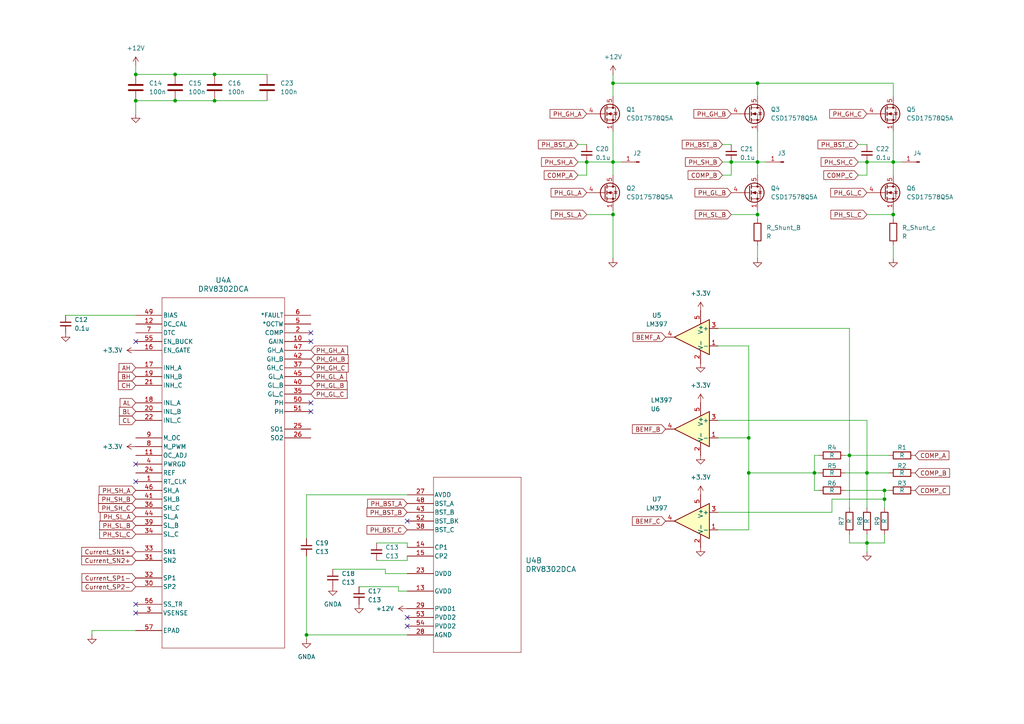
<source format=kicad_sch>
(kicad_sch
	(version 20231120)
	(generator "eeschema")
	(generator_version "8.0")
	(uuid "5f164d7c-5658-4e66-abe7-f0af885109e4")
	(paper "A4")
	(lib_symbols
		(symbol "Comparator:LM397"
			(pin_names
				(offset 0.127)
			)
			(exclude_from_sim no)
			(in_bom yes)
			(on_board yes)
			(property "Reference" "U"
				(at 1.27 5.08 0)
				(effects
					(font
						(size 1.27 1.27)
					)
				)
			)
			(property "Value" "LM397"
				(at 3.81 -5.08 0)
				(effects
					(font
						(size 1.27 1.27)
					)
				)
			)
			(property "Footprint" "Package_TO_SOT_SMD:SOT-23-5"
				(at 1.27 -15.24 0)
				(effects
					(font
						(size 1.27 1.27)
					)
					(hide yes)
				)
			)
			(property "Datasheet" "http://www.ti.com/lit/ds/symlink/lm397.pdf"
				(at 0 5.08 0)
				(effects
					(font
						(size 1.27 1.27)
					)
					(hide yes)
				)
			)
			(property "Description" "Single General-Purpose Voltage Comparator with Open-Collector Output, SOT-23-5"
				(at 0 0 0)
				(effects
					(font
						(size 1.27 1.27)
					)
					(hide yes)
				)
			)
			(property "ki_keywords" "single comparator"
				(at 0 0 0)
				(effects
					(font
						(size 1.27 1.27)
					)
					(hide yes)
				)
			)
			(property "ki_fp_filters" "SOT?23*"
				(at 0 0 0)
				(effects
					(font
						(size 1.27 1.27)
					)
					(hide yes)
				)
			)
			(symbol "LM397_0_1"
				(polyline
					(pts
						(xy -5.08 5.08) (xy 5.08 0) (xy -5.08 -5.08) (xy -5.08 5.08)
					)
					(stroke
						(width 0.254)
						(type default)
					)
					(fill
						(type background)
					)
				)
			)
			(symbol "LM397_1_1"
				(pin input line
					(at -7.62 -2.54 0)
					(length 2.54)
					(name "-"
						(effects
							(font
								(size 1.27 1.27)
							)
						)
					)
					(number "1"
						(effects
							(font
								(size 1.27 1.27)
							)
						)
					)
				)
				(pin power_in line
					(at -2.54 -7.62 90)
					(length 3.81)
					(name "V-"
						(effects
							(font
								(size 1.27 1.27)
							)
						)
					)
					(number "2"
						(effects
							(font
								(size 1.27 1.27)
							)
						)
					)
				)
				(pin input line
					(at -7.62 2.54 0)
					(length 2.54)
					(name "+"
						(effects
							(font
								(size 1.27 1.27)
							)
						)
					)
					(number "3"
						(effects
							(font
								(size 1.27 1.27)
							)
						)
					)
				)
				(pin open_collector line
					(at 7.62 0 180)
					(length 2.54)
					(name "~"
						(effects
							(font
								(size 1.27 1.27)
							)
						)
					)
					(number "4"
						(effects
							(font
								(size 1.27 1.27)
							)
						)
					)
				)
				(pin power_in line
					(at -2.54 7.62 270)
					(length 3.81)
					(name "V+"
						(effects
							(font
								(size 1.27 1.27)
							)
						)
					)
					(number "5"
						(effects
							(font
								(size 1.27 1.27)
							)
						)
					)
				)
			)
		)
		(symbol "Connector:Conn_01x01_Pin"
			(pin_names
				(offset 1.016) hide)
			(exclude_from_sim no)
			(in_bom yes)
			(on_board yes)
			(property "Reference" "J"
				(at 0 2.54 0)
				(effects
					(font
						(size 1.27 1.27)
					)
				)
			)
			(property "Value" "Conn_01x01_Pin"
				(at 0 -2.54 0)
				(effects
					(font
						(size 1.27 1.27)
					)
				)
			)
			(property "Footprint" ""
				(at 0 0 0)
				(effects
					(font
						(size 1.27 1.27)
					)
					(hide yes)
				)
			)
			(property "Datasheet" "~"
				(at 0 0 0)
				(effects
					(font
						(size 1.27 1.27)
					)
					(hide yes)
				)
			)
			(property "Description" "Generic connector, single row, 01x01, script generated"
				(at 0 0 0)
				(effects
					(font
						(size 1.27 1.27)
					)
					(hide yes)
				)
			)
			(property "ki_locked" ""
				(at 0 0 0)
				(effects
					(font
						(size 1.27 1.27)
					)
				)
			)
			(property "ki_keywords" "connector"
				(at 0 0 0)
				(effects
					(font
						(size 1.27 1.27)
					)
					(hide yes)
				)
			)
			(property "ki_fp_filters" "Connector*:*_1x??_*"
				(at 0 0 0)
				(effects
					(font
						(size 1.27 1.27)
					)
					(hide yes)
				)
			)
			(symbol "Conn_01x01_Pin_1_1"
				(polyline
					(pts
						(xy 1.27 0) (xy 0.8636 0)
					)
					(stroke
						(width 0.1524)
						(type default)
					)
					(fill
						(type none)
					)
				)
				(rectangle
					(start 0.8636 0.127)
					(end 0 -0.127)
					(stroke
						(width 0.1524)
						(type default)
					)
					(fill
						(type outline)
					)
				)
				(pin passive line
					(at 5.08 0 180)
					(length 3.81)
					(name "Pin_1"
						(effects
							(font
								(size 1.27 1.27)
							)
						)
					)
					(number "1"
						(effects
							(font
								(size 1.27 1.27)
							)
						)
					)
				)
			)
		)
		(symbol "DRV8301:DRV8302DCA"
			(pin_names
				(offset 0.254)
			)
			(exclude_from_sim no)
			(in_bom yes)
			(on_board yes)
			(property "Reference" "U"
				(at 25.4 10.16 0)
				(effects
					(font
						(size 1.524 1.524)
					)
				)
			)
			(property "Value" "DRV8302DCA"
				(at 25.4 7.62 0)
				(effects
					(font
						(size 1.524 1.524)
					)
				)
			)
			(property "Footprint" "DCA56_6P35X3P61"
				(at 0 0 0)
				(effects
					(font
						(size 1.27 1.27)
						(italic yes)
					)
					(hide yes)
				)
			)
			(property "Datasheet" "DRV8302DCA"
				(at 0 0 0)
				(effects
					(font
						(size 1.27 1.27)
						(italic yes)
					)
					(hide yes)
				)
			)
			(property "Description" ""
				(at 0 0 0)
				(effects
					(font
						(size 1.27 1.27)
					)
					(hide yes)
				)
			)
			(property "ki_locked" ""
				(at 0 0 0)
				(effects
					(font
						(size 1.27 1.27)
					)
				)
			)
			(property "ki_keywords" "DRV8302DCA"
				(at 0 0 0)
				(effects
					(font
						(size 1.27 1.27)
					)
					(hide yes)
				)
			)
			(property "ki_fp_filters" "DCA56_6P35X3P61 DCA56_6P35X3P61-M DCA56_6P35X3P61-L"
				(at 0 0 0)
				(effects
					(font
						(size 1.27 1.27)
					)
					(hide yes)
				)
			)
			(symbol "DRV8302DCA_1_1"
				(polyline
					(pts
						(xy 7.62 -96.52) (xy 43.18 -96.52)
					)
					(stroke
						(width 0.127)
						(type default)
					)
					(fill
						(type none)
					)
				)
				(polyline
					(pts
						(xy 7.62 5.08) (xy 7.62 -96.52)
					)
					(stroke
						(width 0.127)
						(type default)
					)
					(fill
						(type none)
					)
				)
				(polyline
					(pts
						(xy 43.18 -96.52) (xy 43.18 5.08)
					)
					(stroke
						(width 0.127)
						(type default)
					)
					(fill
						(type none)
					)
				)
				(polyline
					(pts
						(xy 43.18 5.08) (xy 7.62 5.08)
					)
					(stroke
						(width 0.127)
						(type default)
					)
					(fill
						(type none)
					)
				)
				(pin input line
					(at 0 -48.26 0)
					(length 7.62)
					(name "RT_CLK"
						(effects
							(font
								(size 1.27 1.27)
							)
						)
					)
					(number "1"
						(effects
							(font
								(size 1.27 1.27)
							)
						)
					)
				)
				(pin output line
					(at 50.8 -7.62 180)
					(length 7.62)
					(name "GAIN"
						(effects
							(font
								(size 1.27 1.27)
							)
						)
					)
					(number "10"
						(effects
							(font
								(size 1.27 1.27)
							)
						)
					)
				)
				(pin input line
					(at 0 -40.64 0)
					(length 7.62)
					(name "OC_ADJ"
						(effects
							(font
								(size 1.27 1.27)
							)
						)
					)
					(number "11"
						(effects
							(font
								(size 1.27 1.27)
							)
						)
					)
				)
				(pin input line
					(at 0 -2.54 0)
					(length 7.62)
					(name "DC_CAL"
						(effects
							(font
								(size 1.27 1.27)
							)
						)
					)
					(number "12"
						(effects
							(font
								(size 1.27 1.27)
							)
						)
					)
				)
				(pin input line
					(at 0 -10.16 0)
					(length 7.62)
					(name "EN_GATE"
						(effects
							(font
								(size 1.27 1.27)
							)
						)
					)
					(number "16"
						(effects
							(font
								(size 1.27 1.27)
							)
						)
					)
				)
				(pin input line
					(at 0 -15.24 0)
					(length 7.62)
					(name "INH_A"
						(effects
							(font
								(size 1.27 1.27)
							)
						)
					)
					(number "17"
						(effects
							(font
								(size 1.27 1.27)
							)
						)
					)
				)
				(pin input line
					(at 0 -25.4 0)
					(length 7.62)
					(name "INL_A"
						(effects
							(font
								(size 1.27 1.27)
							)
						)
					)
					(number "18"
						(effects
							(font
								(size 1.27 1.27)
							)
						)
					)
				)
				(pin input line
					(at 0 -17.78 0)
					(length 7.62)
					(name "INH_B"
						(effects
							(font
								(size 1.27 1.27)
							)
						)
					)
					(number "19"
						(effects
							(font
								(size 1.27 1.27)
							)
						)
					)
				)
				(pin output line
					(at 50.8 -5.08 180)
					(length 7.62)
					(name "COMP"
						(effects
							(font
								(size 1.27 1.27)
							)
						)
					)
					(number "2"
						(effects
							(font
								(size 1.27 1.27)
							)
						)
					)
				)
				(pin input line
					(at 0 -27.94 0)
					(length 7.62)
					(name "INL_B"
						(effects
							(font
								(size 1.27 1.27)
							)
						)
					)
					(number "20"
						(effects
							(font
								(size 1.27 1.27)
							)
						)
					)
				)
				(pin input line
					(at 0 -20.32 0)
					(length 7.62)
					(name "INH_C"
						(effects
							(font
								(size 1.27 1.27)
							)
						)
					)
					(number "21"
						(effects
							(font
								(size 1.27 1.27)
							)
						)
					)
				)
				(pin input line
					(at 0 -30.48 0)
					(length 7.62)
					(name "INL_C"
						(effects
							(font
								(size 1.27 1.27)
							)
						)
					)
					(number "22"
						(effects
							(font
								(size 1.27 1.27)
							)
						)
					)
				)
				(pin input line
					(at 0 -45.72 0)
					(length 7.62)
					(name "REF"
						(effects
							(font
								(size 1.27 1.27)
							)
						)
					)
					(number "24"
						(effects
							(font
								(size 1.27 1.27)
							)
						)
					)
				)
				(pin output line
					(at 50.8 -33.02 180)
					(length 7.62)
					(name "SO1"
						(effects
							(font
								(size 1.27 1.27)
							)
						)
					)
					(number "25"
						(effects
							(font
								(size 1.27 1.27)
							)
						)
					)
				)
				(pin output line
					(at 50.8 -35.56 180)
					(length 7.62)
					(name "SO2"
						(effects
							(font
								(size 1.27 1.27)
							)
						)
					)
					(number "26"
						(effects
							(font
								(size 1.27 1.27)
							)
						)
					)
				)
				(pin input line
					(at 0 -86.36 0)
					(length 7.62)
					(name "VSENSE"
						(effects
							(font
								(size 1.27 1.27)
							)
						)
					)
					(number "3"
						(effects
							(font
								(size 1.27 1.27)
							)
						)
					)
				)
				(pin input line
					(at 0 -78.74 0)
					(length 7.62)
					(name "SP2"
						(effects
							(font
								(size 1.27 1.27)
							)
						)
					)
					(number "30"
						(effects
							(font
								(size 1.27 1.27)
							)
						)
					)
				)
				(pin input line
					(at 0 -71.12 0)
					(length 7.62)
					(name "SN2"
						(effects
							(font
								(size 1.27 1.27)
							)
						)
					)
					(number "31"
						(effects
							(font
								(size 1.27 1.27)
							)
						)
					)
				)
				(pin input line
					(at 0 -76.2 0)
					(length 7.62)
					(name "SP1"
						(effects
							(font
								(size 1.27 1.27)
							)
						)
					)
					(number "32"
						(effects
							(font
								(size 1.27 1.27)
							)
						)
					)
				)
				(pin input line
					(at 0 -68.58 0)
					(length 7.62)
					(name "SN1"
						(effects
							(font
								(size 1.27 1.27)
							)
						)
					)
					(number "33"
						(effects
							(font
								(size 1.27 1.27)
							)
						)
					)
				)
				(pin input line
					(at 0 -63.5 0)
					(length 7.62)
					(name "SL_C"
						(effects
							(font
								(size 1.27 1.27)
							)
						)
					)
					(number "34"
						(effects
							(font
								(size 1.27 1.27)
							)
						)
					)
				)
				(pin output line
					(at 50.8 -22.86 180)
					(length 7.62)
					(name "GL_C"
						(effects
							(font
								(size 1.27 1.27)
							)
						)
					)
					(number "35"
						(effects
							(font
								(size 1.27 1.27)
							)
						)
					)
				)
				(pin input line
					(at 0 -55.88 0)
					(length 7.62)
					(name "SH_C"
						(effects
							(font
								(size 1.27 1.27)
							)
						)
					)
					(number "36"
						(effects
							(font
								(size 1.27 1.27)
							)
						)
					)
				)
				(pin output line
					(at 50.8 -15.24 180)
					(length 7.62)
					(name "GH_C"
						(effects
							(font
								(size 1.27 1.27)
							)
						)
					)
					(number "37"
						(effects
							(font
								(size 1.27 1.27)
							)
						)
					)
				)
				(pin input line
					(at 0 -60.96 0)
					(length 7.62)
					(name "SL_B"
						(effects
							(font
								(size 1.27 1.27)
							)
						)
					)
					(number "39"
						(effects
							(font
								(size 1.27 1.27)
							)
						)
					)
				)
				(pin input line
					(at 0 -43.18 0)
					(length 7.62)
					(name "PWRGD"
						(effects
							(font
								(size 1.27 1.27)
							)
						)
					)
					(number "4"
						(effects
							(font
								(size 1.27 1.27)
							)
						)
					)
				)
				(pin output line
					(at 50.8 -20.32 180)
					(length 7.62)
					(name "GL_B"
						(effects
							(font
								(size 1.27 1.27)
							)
						)
					)
					(number "40"
						(effects
							(font
								(size 1.27 1.27)
							)
						)
					)
				)
				(pin input line
					(at 0 -53.34 0)
					(length 7.62)
					(name "SH_B"
						(effects
							(font
								(size 1.27 1.27)
							)
						)
					)
					(number "41"
						(effects
							(font
								(size 1.27 1.27)
							)
						)
					)
				)
				(pin output line
					(at 50.8 -12.7 180)
					(length 7.62)
					(name "GH_B"
						(effects
							(font
								(size 1.27 1.27)
							)
						)
					)
					(number "42"
						(effects
							(font
								(size 1.27 1.27)
							)
						)
					)
				)
				(pin input line
					(at 0 -58.42 0)
					(length 7.62)
					(name "SL_A"
						(effects
							(font
								(size 1.27 1.27)
							)
						)
					)
					(number "44"
						(effects
							(font
								(size 1.27 1.27)
							)
						)
					)
				)
				(pin output line
					(at 50.8 -17.78 180)
					(length 7.62)
					(name "GL_A"
						(effects
							(font
								(size 1.27 1.27)
							)
						)
					)
					(number "45"
						(effects
							(font
								(size 1.27 1.27)
							)
						)
					)
				)
				(pin input line
					(at 0 -50.8 0)
					(length 7.62)
					(name "SH_A"
						(effects
							(font
								(size 1.27 1.27)
							)
						)
					)
					(number "46"
						(effects
							(font
								(size 1.27 1.27)
							)
						)
					)
				)
				(pin output line
					(at 50.8 -10.16 180)
					(length 7.62)
					(name "GH_A"
						(effects
							(font
								(size 1.27 1.27)
							)
						)
					)
					(number "47"
						(effects
							(font
								(size 1.27 1.27)
							)
						)
					)
				)
				(pin input line
					(at 0 0 0)
					(length 7.62)
					(name "BIAS"
						(effects
							(font
								(size 1.27 1.27)
							)
						)
					)
					(number "49"
						(effects
							(font
								(size 1.27 1.27)
							)
						)
					)
				)
				(pin output line
					(at 50.8 -2.54 180)
					(length 7.62)
					(name "*OCTW"
						(effects
							(font
								(size 1.27 1.27)
							)
						)
					)
					(number "5"
						(effects
							(font
								(size 1.27 1.27)
							)
						)
					)
				)
				(pin output line
					(at 50.8 -25.4 180)
					(length 7.62)
					(name "PH"
						(effects
							(font
								(size 1.27 1.27)
							)
						)
					)
					(number "50"
						(effects
							(font
								(size 1.27 1.27)
							)
						)
					)
				)
				(pin output line
					(at 50.8 -27.94 180)
					(length 7.62)
					(name "PH"
						(effects
							(font
								(size 1.27 1.27)
							)
						)
					)
					(number "51"
						(effects
							(font
								(size 1.27 1.27)
							)
						)
					)
				)
				(pin input line
					(at 0 -7.62 0)
					(length 7.62)
					(name "EN_BUCK"
						(effects
							(font
								(size 1.27 1.27)
							)
						)
					)
					(number "55"
						(effects
							(font
								(size 1.27 1.27)
							)
						)
					)
				)
				(pin input line
					(at 0 -83.82 0)
					(length 7.62)
					(name "SS_TR"
						(effects
							(font
								(size 1.27 1.27)
							)
						)
					)
					(number "56"
						(effects
							(font
								(size 1.27 1.27)
							)
						)
					)
				)
				(pin unspecified line
					(at 0 -91.44 0)
					(length 7.62)
					(name "EPAD"
						(effects
							(font
								(size 1.27 1.27)
							)
						)
					)
					(number "57"
						(effects
							(font
								(size 1.27 1.27)
							)
						)
					)
				)
				(pin output line
					(at 50.8 0 180)
					(length 7.62)
					(name "*FAULT"
						(effects
							(font
								(size 1.27 1.27)
							)
						)
					)
					(number "6"
						(effects
							(font
								(size 1.27 1.27)
							)
						)
					)
				)
				(pin input line
					(at 0 -5.08 0)
					(length 7.62)
					(name "DTC"
						(effects
							(font
								(size 1.27 1.27)
							)
						)
					)
					(number "7"
						(effects
							(font
								(size 1.27 1.27)
							)
						)
					)
				)
				(pin input line
					(at 0 -38.1 0)
					(length 7.62)
					(name "M_PWM"
						(effects
							(font
								(size 1.27 1.27)
							)
						)
					)
					(number "8"
						(effects
							(font
								(size 1.27 1.27)
							)
						)
					)
				)
				(pin input line
					(at 0 -35.56 0)
					(length 7.62)
					(name "M_OC"
						(effects
							(font
								(size 1.27 1.27)
							)
						)
					)
					(number "9"
						(effects
							(font
								(size 1.27 1.27)
							)
						)
					)
				)
			)
			(symbol "DRV8302DCA_2_1"
				(polyline
					(pts
						(xy 7.62 -45.72) (xy 33.02 -45.72)
					)
					(stroke
						(width 0.127)
						(type default)
					)
					(fill
						(type none)
					)
				)
				(polyline
					(pts
						(xy 7.62 5.08) (xy 7.62 -45.72)
					)
					(stroke
						(width 0.127)
						(type default)
					)
					(fill
						(type none)
					)
				)
				(polyline
					(pts
						(xy 33.02 -45.72) (xy 33.02 5.08)
					)
					(stroke
						(width 0.127)
						(type default)
					)
					(fill
						(type none)
					)
				)
				(polyline
					(pts
						(xy 33.02 5.08) (xy 7.62 5.08)
					)
					(stroke
						(width 0.127)
						(type default)
					)
					(fill
						(type none)
					)
				)
				(pin power_in line
					(at 0 -27.94 0)
					(length 7.62)
					(name "GVDD"
						(effects
							(font
								(size 1.27 1.27)
							)
						)
					)
					(number "13"
						(effects
							(font
								(size 1.27 1.27)
							)
						)
					)
				)
				(pin power_in line
					(at 0 -15.24 0)
					(length 7.62)
					(name "CP1"
						(effects
							(font
								(size 1.27 1.27)
							)
						)
					)
					(number "14"
						(effects
							(font
								(size 1.27 1.27)
							)
						)
					)
				)
				(pin power_in line
					(at 0 -17.78 0)
					(length 7.62)
					(name "CP2"
						(effects
							(font
								(size 1.27 1.27)
							)
						)
					)
					(number "15"
						(effects
							(font
								(size 1.27 1.27)
							)
						)
					)
				)
				(pin power_in line
					(at 0 -22.86 0)
					(length 7.62)
					(name "DVDD"
						(effects
							(font
								(size 1.27 1.27)
							)
						)
					)
					(number "23"
						(effects
							(font
								(size 1.27 1.27)
							)
						)
					)
				)
				(pin power_in line
					(at 0 0 0)
					(length 7.62)
					(name "AVDD"
						(effects
							(font
								(size 1.27 1.27)
							)
						)
					)
					(number "27"
						(effects
							(font
								(size 1.27 1.27)
							)
						)
					)
				)
				(pin power_in line
					(at 0 -40.64 0)
					(length 7.62)
					(name "AGND"
						(effects
							(font
								(size 1.27 1.27)
							)
						)
					)
					(number "28"
						(effects
							(font
								(size 1.27 1.27)
							)
						)
					)
				)
				(pin power_in line
					(at 0 -33.02 0)
					(length 7.62)
					(name "PVDD1"
						(effects
							(font
								(size 1.27 1.27)
							)
						)
					)
					(number "29"
						(effects
							(font
								(size 1.27 1.27)
							)
						)
					)
				)
				(pin power_in line
					(at 0 -10.16 0)
					(length 7.62)
					(name "BST_C"
						(effects
							(font
								(size 1.27 1.27)
							)
						)
					)
					(number "38"
						(effects
							(font
								(size 1.27 1.27)
							)
						)
					)
				)
				(pin power_in line
					(at 0 -5.08 0)
					(length 7.62)
					(name "BST_B"
						(effects
							(font
								(size 1.27 1.27)
							)
						)
					)
					(number "43"
						(effects
							(font
								(size 1.27 1.27)
							)
						)
					)
				)
				(pin power_in line
					(at 0 -2.54 0)
					(length 7.62)
					(name "BST_A"
						(effects
							(font
								(size 1.27 1.27)
							)
						)
					)
					(number "48"
						(effects
							(font
								(size 1.27 1.27)
							)
						)
					)
				)
				(pin power_in line
					(at 0 -7.62 0)
					(length 7.62)
					(name "BST_BK"
						(effects
							(font
								(size 1.27 1.27)
							)
						)
					)
					(number "52"
						(effects
							(font
								(size 1.27 1.27)
							)
						)
					)
				)
				(pin power_in line
					(at 0 -35.56 0)
					(length 7.62)
					(name "PVDD2"
						(effects
							(font
								(size 1.27 1.27)
							)
						)
					)
					(number "53"
						(effects
							(font
								(size 1.27 1.27)
							)
						)
					)
				)
				(pin power_in line
					(at 0 -38.1 0)
					(length 7.62)
					(name "PVDD2"
						(effects
							(font
								(size 1.27 1.27)
							)
						)
					)
					(number "54"
						(effects
							(font
								(size 1.27 1.27)
							)
						)
					)
				)
			)
		)
		(symbol "Device:C"
			(pin_numbers hide)
			(pin_names
				(offset 0.254)
			)
			(exclude_from_sim no)
			(in_bom yes)
			(on_board yes)
			(property "Reference" "C"
				(at 0.635 2.54 0)
				(effects
					(font
						(size 1.27 1.27)
					)
					(justify left)
				)
			)
			(property "Value" "C"
				(at 0.635 -2.54 0)
				(effects
					(font
						(size 1.27 1.27)
					)
					(justify left)
				)
			)
			(property "Footprint" ""
				(at 0.9652 -3.81 0)
				(effects
					(font
						(size 1.27 1.27)
					)
					(hide yes)
				)
			)
			(property "Datasheet" "~"
				(at 0 0 0)
				(effects
					(font
						(size 1.27 1.27)
					)
					(hide yes)
				)
			)
			(property "Description" "Unpolarized capacitor"
				(at 0 0 0)
				(effects
					(font
						(size 1.27 1.27)
					)
					(hide yes)
				)
			)
			(property "ki_keywords" "cap capacitor"
				(at 0 0 0)
				(effects
					(font
						(size 1.27 1.27)
					)
					(hide yes)
				)
			)
			(property "ki_fp_filters" "C_*"
				(at 0 0 0)
				(effects
					(font
						(size 1.27 1.27)
					)
					(hide yes)
				)
			)
			(symbol "C_0_1"
				(polyline
					(pts
						(xy -2.032 -0.762) (xy 2.032 -0.762)
					)
					(stroke
						(width 0.508)
						(type default)
					)
					(fill
						(type none)
					)
				)
				(polyline
					(pts
						(xy -2.032 0.762) (xy 2.032 0.762)
					)
					(stroke
						(width 0.508)
						(type default)
					)
					(fill
						(type none)
					)
				)
			)
			(symbol "C_1_1"
				(pin passive line
					(at 0 3.81 270)
					(length 2.794)
					(name "~"
						(effects
							(font
								(size 1.27 1.27)
							)
						)
					)
					(number "1"
						(effects
							(font
								(size 1.27 1.27)
							)
						)
					)
				)
				(pin passive line
					(at 0 -3.81 90)
					(length 2.794)
					(name "~"
						(effects
							(font
								(size 1.27 1.27)
							)
						)
					)
					(number "2"
						(effects
							(font
								(size 1.27 1.27)
							)
						)
					)
				)
			)
		)
		(symbol "Device:C_Small"
			(pin_numbers hide)
			(pin_names
				(offset 0.254) hide)
			(exclude_from_sim no)
			(in_bom yes)
			(on_board yes)
			(property "Reference" "C"
				(at 0.254 1.778 0)
				(effects
					(font
						(size 1.27 1.27)
					)
					(justify left)
				)
			)
			(property "Value" "C_Small"
				(at 0.254 -2.032 0)
				(effects
					(font
						(size 1.27 1.27)
					)
					(justify left)
				)
			)
			(property "Footprint" ""
				(at 0 0 0)
				(effects
					(font
						(size 1.27 1.27)
					)
					(hide yes)
				)
			)
			(property "Datasheet" "~"
				(at 0 0 0)
				(effects
					(font
						(size 1.27 1.27)
					)
					(hide yes)
				)
			)
			(property "Description" "Unpolarized capacitor, small symbol"
				(at 0 0 0)
				(effects
					(font
						(size 1.27 1.27)
					)
					(hide yes)
				)
			)
			(property "ki_keywords" "capacitor cap"
				(at 0 0 0)
				(effects
					(font
						(size 1.27 1.27)
					)
					(hide yes)
				)
			)
			(property "ki_fp_filters" "C_*"
				(at 0 0 0)
				(effects
					(font
						(size 1.27 1.27)
					)
					(hide yes)
				)
			)
			(symbol "C_Small_0_1"
				(polyline
					(pts
						(xy -1.524 -0.508) (xy 1.524 -0.508)
					)
					(stroke
						(width 0.3302)
						(type default)
					)
					(fill
						(type none)
					)
				)
				(polyline
					(pts
						(xy -1.524 0.508) (xy 1.524 0.508)
					)
					(stroke
						(width 0.3048)
						(type default)
					)
					(fill
						(type none)
					)
				)
			)
			(symbol "C_Small_1_1"
				(pin passive line
					(at 0 2.54 270)
					(length 2.032)
					(name "~"
						(effects
							(font
								(size 1.27 1.27)
							)
						)
					)
					(number "1"
						(effects
							(font
								(size 1.27 1.27)
							)
						)
					)
				)
				(pin passive line
					(at 0 -2.54 90)
					(length 2.032)
					(name "~"
						(effects
							(font
								(size 1.27 1.27)
							)
						)
					)
					(number "2"
						(effects
							(font
								(size 1.27 1.27)
							)
						)
					)
				)
			)
		)
		(symbol "Device:R"
			(pin_numbers hide)
			(pin_names
				(offset 0)
			)
			(exclude_from_sim no)
			(in_bom yes)
			(on_board yes)
			(property "Reference" "R"
				(at 2.032 0 90)
				(effects
					(font
						(size 1.27 1.27)
					)
				)
			)
			(property "Value" "R"
				(at 0 0 90)
				(effects
					(font
						(size 1.27 1.27)
					)
				)
			)
			(property "Footprint" ""
				(at -1.778 0 90)
				(effects
					(font
						(size 1.27 1.27)
					)
					(hide yes)
				)
			)
			(property "Datasheet" "~"
				(at 0 0 0)
				(effects
					(font
						(size 1.27 1.27)
					)
					(hide yes)
				)
			)
			(property "Description" "Resistor"
				(at 0 0 0)
				(effects
					(font
						(size 1.27 1.27)
					)
					(hide yes)
				)
			)
			(property "ki_keywords" "R res resistor"
				(at 0 0 0)
				(effects
					(font
						(size 1.27 1.27)
					)
					(hide yes)
				)
			)
			(property "ki_fp_filters" "R_*"
				(at 0 0 0)
				(effects
					(font
						(size 1.27 1.27)
					)
					(hide yes)
				)
			)
			(symbol "R_0_1"
				(rectangle
					(start -1.016 -2.54)
					(end 1.016 2.54)
					(stroke
						(width 0.254)
						(type default)
					)
					(fill
						(type none)
					)
				)
			)
			(symbol "R_1_1"
				(pin passive line
					(at 0 3.81 270)
					(length 1.27)
					(name "~"
						(effects
							(font
								(size 1.27 1.27)
							)
						)
					)
					(number "1"
						(effects
							(font
								(size 1.27 1.27)
							)
						)
					)
				)
				(pin passive line
					(at 0 -3.81 90)
					(length 1.27)
					(name "~"
						(effects
							(font
								(size 1.27 1.27)
							)
						)
					)
					(number "2"
						(effects
							(font
								(size 1.27 1.27)
							)
						)
					)
				)
			)
		)
		(symbol "Transistor_FET:CSD17578Q5A"
			(pin_names hide)
			(exclude_from_sim no)
			(in_bom yes)
			(on_board yes)
			(property "Reference" "Q"
				(at 5.08 1.905 0)
				(effects
					(font
						(size 1.27 1.27)
					)
					(justify left)
				)
			)
			(property "Value" "CSD17578Q5A"
				(at 5.08 0 0)
				(effects
					(font
						(size 1.27 1.27)
					)
					(justify left)
				)
			)
			(property "Footprint" "Package_TO_SOT_SMD:TDSON-8-1"
				(at 5.08 -1.905 0)
				(effects
					(font
						(size 1.27 1.27)
						(italic yes)
					)
					(justify left)
					(hide yes)
				)
			)
			(property "Datasheet" "http://www.ti.com/lit/gpn/csd17578q5a"
				(at 5.08 -3.81 0)
				(effects
					(font
						(size 1.27 1.27)
					)
					(justify left)
					(hide yes)
				)
			)
			(property "Description" "25A Id, 30V Vds, NexFET N-Channel Power MOSFET, 6.9mOhm Ron, Qg (typ) 7.9nC, SON8 5x6mm"
				(at 0 0 0)
				(effects
					(font
						(size 1.27 1.27)
					)
					(hide yes)
				)
			)
			(property "ki_keywords" "NexFET Power MOSFET N-MOS"
				(at 0 0 0)
				(effects
					(font
						(size 1.27 1.27)
					)
					(hide yes)
				)
			)
			(property "ki_fp_filters" "TDSON*"
				(at 0 0 0)
				(effects
					(font
						(size 1.27 1.27)
					)
					(hide yes)
				)
			)
			(symbol "CSD17578Q5A_0_1"
				(polyline
					(pts
						(xy 0.254 0) (xy -2.54 0)
					)
					(stroke
						(width 0)
						(type default)
					)
					(fill
						(type none)
					)
				)
				(polyline
					(pts
						(xy 0.254 1.905) (xy 0.254 -1.905)
					)
					(stroke
						(width 0.254)
						(type default)
					)
					(fill
						(type none)
					)
				)
				(polyline
					(pts
						(xy 0.762 -1.27) (xy 0.762 -2.286)
					)
					(stroke
						(width 0.254)
						(type default)
					)
					(fill
						(type none)
					)
				)
				(polyline
					(pts
						(xy 0.762 0.508) (xy 0.762 -0.508)
					)
					(stroke
						(width 0.254)
						(type default)
					)
					(fill
						(type none)
					)
				)
				(polyline
					(pts
						(xy 0.762 2.286) (xy 0.762 1.27)
					)
					(stroke
						(width 0.254)
						(type default)
					)
					(fill
						(type none)
					)
				)
				(polyline
					(pts
						(xy 2.54 2.54) (xy 2.54 1.778)
					)
					(stroke
						(width 0)
						(type default)
					)
					(fill
						(type none)
					)
				)
				(polyline
					(pts
						(xy 2.54 -2.54) (xy 2.54 0) (xy 0.762 0)
					)
					(stroke
						(width 0)
						(type default)
					)
					(fill
						(type none)
					)
				)
				(polyline
					(pts
						(xy 0.762 -1.778) (xy 3.302 -1.778) (xy 3.302 1.778) (xy 0.762 1.778)
					)
					(stroke
						(width 0)
						(type default)
					)
					(fill
						(type none)
					)
				)
				(polyline
					(pts
						(xy 1.016 0) (xy 2.032 0.381) (xy 2.032 -0.381) (xy 1.016 0)
					)
					(stroke
						(width 0)
						(type default)
					)
					(fill
						(type outline)
					)
				)
				(polyline
					(pts
						(xy 2.794 0.508) (xy 2.921 0.381) (xy 3.683 0.381) (xy 3.81 0.254)
					)
					(stroke
						(width 0)
						(type default)
					)
					(fill
						(type none)
					)
				)
				(polyline
					(pts
						(xy 3.302 0.381) (xy 2.921 -0.254) (xy 3.683 -0.254) (xy 3.302 0.381)
					)
					(stroke
						(width 0)
						(type default)
					)
					(fill
						(type none)
					)
				)
				(circle
					(center 1.651 0)
					(radius 2.794)
					(stroke
						(width 0.254)
						(type default)
					)
					(fill
						(type none)
					)
				)
				(circle
					(center 2.54 -1.778)
					(radius 0.254)
					(stroke
						(width 0)
						(type default)
					)
					(fill
						(type outline)
					)
				)
				(circle
					(center 2.54 1.778)
					(radius 0.254)
					(stroke
						(width 0)
						(type default)
					)
					(fill
						(type outline)
					)
				)
			)
			(symbol "CSD17578Q5A_1_1"
				(pin passive line
					(at 2.54 -5.08 90)
					(length 2.54)
					(name "S"
						(effects
							(font
								(size 1.27 1.27)
							)
						)
					)
					(number "1"
						(effects
							(font
								(size 1.27 1.27)
							)
						)
					)
				)
				(pin passive line
					(at 2.54 -5.08 90)
					(length 2.54) hide
					(name "S"
						(effects
							(font
								(size 1.27 1.27)
							)
						)
					)
					(number "2"
						(effects
							(font
								(size 1.27 1.27)
							)
						)
					)
				)
				(pin passive line
					(at 2.54 -5.08 90)
					(length 2.54) hide
					(name "S"
						(effects
							(font
								(size 1.27 1.27)
							)
						)
					)
					(number "3"
						(effects
							(font
								(size 1.27 1.27)
							)
						)
					)
				)
				(pin passive line
					(at -5.08 0 0)
					(length 2.54)
					(name "G"
						(effects
							(font
								(size 1.27 1.27)
							)
						)
					)
					(number "4"
						(effects
							(font
								(size 1.27 1.27)
							)
						)
					)
				)
				(pin passive line
					(at 2.54 5.08 270)
					(length 2.54)
					(name "D"
						(effects
							(font
								(size 1.27 1.27)
							)
						)
					)
					(number "5"
						(effects
							(font
								(size 1.27 1.27)
							)
						)
					)
				)
			)
		)
		(symbol "power:+12V"
			(power)
			(pin_numbers hide)
			(pin_names
				(offset 0) hide)
			(exclude_from_sim no)
			(in_bom yes)
			(on_board yes)
			(property "Reference" "#PWR"
				(at 0 -3.81 0)
				(effects
					(font
						(size 1.27 1.27)
					)
					(hide yes)
				)
			)
			(property "Value" "+12V"
				(at 0 3.556 0)
				(effects
					(font
						(size 1.27 1.27)
					)
				)
			)
			(property "Footprint" ""
				(at 0 0 0)
				(effects
					(font
						(size 1.27 1.27)
					)
					(hide yes)
				)
			)
			(property "Datasheet" ""
				(at 0 0 0)
				(effects
					(font
						(size 1.27 1.27)
					)
					(hide yes)
				)
			)
			(property "Description" "Power symbol creates a global label with name \"+12V\""
				(at 0 0 0)
				(effects
					(font
						(size 1.27 1.27)
					)
					(hide yes)
				)
			)
			(property "ki_keywords" "global power"
				(at 0 0 0)
				(effects
					(font
						(size 1.27 1.27)
					)
					(hide yes)
				)
			)
			(symbol "+12V_0_1"
				(polyline
					(pts
						(xy -0.762 1.27) (xy 0 2.54)
					)
					(stroke
						(width 0)
						(type default)
					)
					(fill
						(type none)
					)
				)
				(polyline
					(pts
						(xy 0 0) (xy 0 2.54)
					)
					(stroke
						(width 0)
						(type default)
					)
					(fill
						(type none)
					)
				)
				(polyline
					(pts
						(xy 0 2.54) (xy 0.762 1.27)
					)
					(stroke
						(width 0)
						(type default)
					)
					(fill
						(type none)
					)
				)
			)
			(symbol "+12V_1_1"
				(pin power_in line
					(at 0 0 90)
					(length 0)
					(name "~"
						(effects
							(font
								(size 1.27 1.27)
							)
						)
					)
					(number "1"
						(effects
							(font
								(size 1.27 1.27)
							)
						)
					)
				)
			)
		)
		(symbol "power:+3.3V"
			(power)
			(pin_numbers hide)
			(pin_names
				(offset 0) hide)
			(exclude_from_sim no)
			(in_bom yes)
			(on_board yes)
			(property "Reference" "#PWR"
				(at 0 -3.81 0)
				(effects
					(font
						(size 1.27 1.27)
					)
					(hide yes)
				)
			)
			(property "Value" "+3.3V"
				(at 0 3.556 0)
				(effects
					(font
						(size 1.27 1.27)
					)
				)
			)
			(property "Footprint" ""
				(at 0 0 0)
				(effects
					(font
						(size 1.27 1.27)
					)
					(hide yes)
				)
			)
			(property "Datasheet" ""
				(at 0 0 0)
				(effects
					(font
						(size 1.27 1.27)
					)
					(hide yes)
				)
			)
			(property "Description" "Power symbol creates a global label with name \"+3.3V\""
				(at 0 0 0)
				(effects
					(font
						(size 1.27 1.27)
					)
					(hide yes)
				)
			)
			(property "ki_keywords" "global power"
				(at 0 0 0)
				(effects
					(font
						(size 1.27 1.27)
					)
					(hide yes)
				)
			)
			(symbol "+3.3V_0_1"
				(polyline
					(pts
						(xy -0.762 1.27) (xy 0 2.54)
					)
					(stroke
						(width 0)
						(type default)
					)
					(fill
						(type none)
					)
				)
				(polyline
					(pts
						(xy 0 0) (xy 0 2.54)
					)
					(stroke
						(width 0)
						(type default)
					)
					(fill
						(type none)
					)
				)
				(polyline
					(pts
						(xy 0 2.54) (xy 0.762 1.27)
					)
					(stroke
						(width 0)
						(type default)
					)
					(fill
						(type none)
					)
				)
			)
			(symbol "+3.3V_1_1"
				(pin power_in line
					(at 0 0 90)
					(length 0)
					(name "~"
						(effects
							(font
								(size 1.27 1.27)
							)
						)
					)
					(number "1"
						(effects
							(font
								(size 1.27 1.27)
							)
						)
					)
				)
			)
		)
		(symbol "power:GND"
			(power)
			(pin_numbers hide)
			(pin_names
				(offset 0) hide)
			(exclude_from_sim no)
			(in_bom yes)
			(on_board yes)
			(property "Reference" "#PWR"
				(at 0 -6.35 0)
				(effects
					(font
						(size 1.27 1.27)
					)
					(hide yes)
				)
			)
			(property "Value" "GND"
				(at 0 -3.81 0)
				(effects
					(font
						(size 1.27 1.27)
					)
				)
			)
			(property "Footprint" ""
				(at 0 0 0)
				(effects
					(font
						(size 1.27 1.27)
					)
					(hide yes)
				)
			)
			(property "Datasheet" ""
				(at 0 0 0)
				(effects
					(font
						(size 1.27 1.27)
					)
					(hide yes)
				)
			)
			(property "Description" "Power symbol creates a global label with name \"GND\" , ground"
				(at 0 0 0)
				(effects
					(font
						(size 1.27 1.27)
					)
					(hide yes)
				)
			)
			(property "ki_keywords" "global power"
				(at 0 0 0)
				(effects
					(font
						(size 1.27 1.27)
					)
					(hide yes)
				)
			)
			(symbol "GND_0_1"
				(polyline
					(pts
						(xy 0 0) (xy 0 -1.27) (xy 1.27 -1.27) (xy 0 -2.54) (xy -1.27 -1.27) (xy 0 -1.27)
					)
					(stroke
						(width 0)
						(type default)
					)
					(fill
						(type none)
					)
				)
			)
			(symbol "GND_1_1"
				(pin power_in line
					(at 0 0 270)
					(length 0)
					(name "~"
						(effects
							(font
								(size 1.27 1.27)
							)
						)
					)
					(number "1"
						(effects
							(font
								(size 1.27 1.27)
							)
						)
					)
				)
			)
		)
		(symbol "power:GNDA"
			(power)
			(pin_numbers hide)
			(pin_names
				(offset 0) hide)
			(exclude_from_sim no)
			(in_bom yes)
			(on_board yes)
			(property "Reference" "#PWR"
				(at 0 -6.35 0)
				(effects
					(font
						(size 1.27 1.27)
					)
					(hide yes)
				)
			)
			(property "Value" "GNDA"
				(at 0 -3.81 0)
				(effects
					(font
						(size 1.27 1.27)
					)
				)
			)
			(property "Footprint" ""
				(at 0 0 0)
				(effects
					(font
						(size 1.27 1.27)
					)
					(hide yes)
				)
			)
			(property "Datasheet" ""
				(at 0 0 0)
				(effects
					(font
						(size 1.27 1.27)
					)
					(hide yes)
				)
			)
			(property "Description" "Power symbol creates a global label with name \"GNDA\" , analog ground"
				(at 0 0 0)
				(effects
					(font
						(size 1.27 1.27)
					)
					(hide yes)
				)
			)
			(property "ki_keywords" "global power"
				(at 0 0 0)
				(effects
					(font
						(size 1.27 1.27)
					)
					(hide yes)
				)
			)
			(symbol "GNDA_0_1"
				(polyline
					(pts
						(xy 0 0) (xy 0 -1.27) (xy 1.27 -1.27) (xy 0 -2.54) (xy -1.27 -1.27) (xy 0 -1.27)
					)
					(stroke
						(width 0)
						(type default)
					)
					(fill
						(type none)
					)
				)
			)
			(symbol "GNDA_1_1"
				(pin power_in line
					(at 0 0 270)
					(length 0)
					(name "~"
						(effects
							(font
								(size 1.27 1.27)
							)
						)
					)
					(number "1"
						(effects
							(font
								(size 1.27 1.27)
							)
						)
					)
				)
			)
		)
	)
	(junction
		(at 177.8 62.23)
		(diameter 0)
		(color 0 0 0 0)
		(uuid "06ccbba6-abbe-4c6c-85fe-86d4961d5522")
	)
	(junction
		(at 259.08 62.23)
		(diameter 0)
		(color 0 0 0 0)
		(uuid "109a55a6-2b91-4ab7-a002-ed110e53b46a")
	)
	(junction
		(at 256.54 142.24)
		(diameter 0)
		(color 0 0 0 0)
		(uuid "20b570f3-4855-4d19-b4ea-3b845a3583bf")
	)
	(junction
		(at 50.8 21.59)
		(diameter 0)
		(color 0 0 0 0)
		(uuid "240e2bf5-35b5-4095-9967-9e9cd12ec2a0")
	)
	(junction
		(at 256.54 144.78)
		(diameter 0)
		(color 0 0 0 0)
		(uuid "36f41efc-6403-4307-8063-ccea0ff2b429")
	)
	(junction
		(at 219.71 46.99)
		(diameter 0)
		(color 0 0 0 0)
		(uuid "4b95c65a-1190-4400-872c-955182b60a0b")
	)
	(junction
		(at 251.46 157.48)
		(diameter 0)
		(color 0 0 0 0)
		(uuid "5214ac8c-5108-4cc9-8620-2b4cf367c4e8")
	)
	(junction
		(at 39.37 21.59)
		(diameter 0)
		(color 0 0 0 0)
		(uuid "54d7a48b-8205-4574-a3c7-310dd733aeef")
	)
	(junction
		(at 177.8 24.13)
		(diameter 0)
		(color 0 0 0 0)
		(uuid "5a0b5dfb-9731-4b0e-97d5-f95de34a5600")
	)
	(junction
		(at 219.71 62.23)
		(diameter 0)
		(color 0 0 0 0)
		(uuid "5a46d3ab-dab3-4fa4-959c-f8f028eede0e")
	)
	(junction
		(at 246.38 132.08)
		(diameter 0)
		(color 0 0 0 0)
		(uuid "795a9719-d2cf-4eb8-82b7-83825ecb4ae1")
	)
	(junction
		(at 219.71 24.13)
		(diameter 0)
		(color 0 0 0 0)
		(uuid "7a520d7d-7afe-4747-803b-29dde67e8c4d")
	)
	(junction
		(at 217.17 127)
		(diameter 0)
		(color 0 0 0 0)
		(uuid "b18846c9-d71b-4dd2-89f2-3df9f6dea5a8")
	)
	(junction
		(at 88.9 184.15)
		(diameter 0)
		(color 0 0 0 0)
		(uuid "b49ec800-e9fa-40ec-af4f-9d6780a09c10")
	)
	(junction
		(at 251.46 46.99)
		(diameter 0)
		(color 0 0 0 0)
		(uuid "b9f207f6-52cf-46f3-af59-826a62a54ef4")
	)
	(junction
		(at 259.08 46.99)
		(diameter 0)
		(color 0 0 0 0)
		(uuid "bc45fe86-5c8d-4fa8-be5e-39d5cf7a404e")
	)
	(junction
		(at 62.23 21.59)
		(diameter 0)
		(color 0 0 0 0)
		(uuid "bcfbfe5d-3180-4ea9-ae95-6a3acd5aec2d")
	)
	(junction
		(at 62.23 29.21)
		(diameter 0)
		(color 0 0 0 0)
		(uuid "bfe2375e-5fee-49ed-821c-c840050c45eb")
	)
	(junction
		(at 177.8 46.99)
		(diameter 0)
		(color 0 0 0 0)
		(uuid "c3615580-8494-4601-ba0d-fa1d12790eee")
	)
	(junction
		(at 217.17 137.16)
		(diameter 0)
		(color 0 0 0 0)
		(uuid "c4f1128f-3f09-4586-8238-22fc87f7d289")
	)
	(junction
		(at 212.09 46.99)
		(diameter 0)
		(color 0 0 0 0)
		(uuid "d64e77a9-52d5-437f-8d39-b25c8f53cd46")
	)
	(junction
		(at 236.22 137.16)
		(diameter 0)
		(color 0 0 0 0)
		(uuid "ed89d6c1-ac34-4031-8a34-55cf4b7b537d")
	)
	(junction
		(at 251.46 137.16)
		(diameter 0)
		(color 0 0 0 0)
		(uuid "ef69f3d8-e1a1-4728-8b4f-8e89ab9a3768")
	)
	(junction
		(at 39.37 29.21)
		(diameter 0)
		(color 0 0 0 0)
		(uuid "f8d9ab6b-4a19-49ff-ac15-2c63b3efa406")
	)
	(junction
		(at 170.18 46.99)
		(diameter 0)
		(color 0 0 0 0)
		(uuid "fc166546-cbe8-45dc-ac4d-530bd664890f")
	)
	(junction
		(at 50.8 29.21)
		(diameter 0)
		(color 0 0 0 0)
		(uuid "fe3a44ae-b571-416a-b3c7-a3e54fb579db")
	)
	(no_connect
		(at 90.17 119.38)
		(uuid "00c7345f-c2a2-4fe5-8f1d-18ea8b44b3ea")
	)
	(no_connect
		(at 90.17 116.84)
		(uuid "24451ae7-b895-4003-8460-57e530f56282")
	)
	(no_connect
		(at 39.37 99.06)
		(uuid "39d0ff12-fe3a-4f52-ad51-541164c047e6")
	)
	(no_connect
		(at 39.37 139.7)
		(uuid "6080a16e-0428-4575-9df6-8d67a9a18dcc")
	)
	(no_connect
		(at 118.11 151.13)
		(uuid "6cb5c131-593c-45c3-b28f-f7e1cda16214")
	)
	(no_connect
		(at 118.11 181.61)
		(uuid "72646505-9c70-401c-bc5e-cc0e6e897de6")
	)
	(no_connect
		(at 39.37 134.62)
		(uuid "759ed1e6-e312-4ad5-bdcd-fd772001e714")
	)
	(no_connect
		(at 90.17 99.06)
		(uuid "a656070d-a248-4281-8879-f1f64e0f3125")
	)
	(no_connect
		(at 90.17 96.52)
		(uuid "cd8b3a5f-b45c-4566-8c60-17e48ebfc2d7")
	)
	(no_connect
		(at 39.37 177.8)
		(uuid "e6e0df32-4b82-43c6-af95-011436bb4776")
	)
	(no_connect
		(at 118.11 179.07)
		(uuid "ef71ace1-ac31-48e4-b1e7-339071c95264")
	)
	(no_connect
		(at 39.37 175.26)
		(uuid "f1e1a8aa-fdbc-4c3c-9512-0224a27cb9a1")
	)
	(wire
		(pts
			(xy 217.17 137.16) (xy 236.22 137.16)
		)
		(stroke
			(width 0)
			(type default)
		)
		(uuid "00fe2256-94de-412d-a291-fbb69284f5a7")
	)
	(wire
		(pts
			(xy 251.46 157.48) (xy 251.46 160.02)
		)
		(stroke
			(width 0)
			(type default)
		)
		(uuid "032cd86c-f2cf-4d12-90f7-855a4a223c72")
	)
	(wire
		(pts
			(xy 39.37 21.59) (xy 50.8 21.59)
		)
		(stroke
			(width 0)
			(type default)
		)
		(uuid "0868ae2b-c12e-4098-9bd5-0207285829fe")
	)
	(wire
		(pts
			(xy 259.08 46.99) (xy 261.62 46.99)
		)
		(stroke
			(width 0)
			(type default)
		)
		(uuid "09928095-a03c-4c14-b469-c00080a9ab81")
	)
	(wire
		(pts
			(xy 241.3 148.59) (xy 241.3 144.78)
		)
		(stroke
			(width 0)
			(type default)
		)
		(uuid "0fbaa65d-28db-436a-8d7b-dcf712cb6b73")
	)
	(wire
		(pts
			(xy 115.57 171.45) (xy 115.57 170.18)
		)
		(stroke
			(width 0)
			(type default)
		)
		(uuid "130be197-40a8-4410-a199-2bdf6ac68be7")
	)
	(wire
		(pts
			(xy 219.71 24.13) (xy 219.71 27.94)
		)
		(stroke
			(width 0)
			(type default)
		)
		(uuid "140801bd-d068-480a-afd0-e9076dbd4b45")
	)
	(wire
		(pts
			(xy 251.46 137.16) (xy 251.46 147.32)
		)
		(stroke
			(width 0)
			(type default)
		)
		(uuid "14f4c6a5-87a4-4e5b-9b50-a34c49b08c30")
	)
	(wire
		(pts
			(xy 96.52 165.1) (xy 111.76 165.1)
		)
		(stroke
			(width 0)
			(type default)
		)
		(uuid "151e98ce-9101-4889-9dc3-c8caf5c6d97a")
	)
	(wire
		(pts
			(xy 62.23 21.59) (xy 77.47 21.59)
		)
		(stroke
			(width 0)
			(type default)
		)
		(uuid "175208c6-858c-4746-9e16-ef49fd114a99")
	)
	(wire
		(pts
			(xy 246.38 132.08) (xy 246.38 147.32)
		)
		(stroke
			(width 0)
			(type default)
		)
		(uuid "1996d154-3919-4472-b116-9721bb085500")
	)
	(wire
		(pts
			(xy 259.08 38.1) (xy 259.08 46.99)
		)
		(stroke
			(width 0)
			(type default)
		)
		(uuid "1d7eb905-87c4-4983-9eb5-76742005afec")
	)
	(wire
		(pts
			(xy 236.22 132.08) (xy 236.22 137.16)
		)
		(stroke
			(width 0)
			(type default)
		)
		(uuid "201b8ad4-c042-4788-b2c7-9c3046ab317d")
	)
	(wire
		(pts
			(xy 209.55 46.99) (xy 212.09 46.99)
		)
		(stroke
			(width 0)
			(type default)
		)
		(uuid "2289bbba-b085-4372-ae7a-1247826ff750")
	)
	(wire
		(pts
			(xy 236.22 137.16) (xy 237.49 137.16)
		)
		(stroke
			(width 0)
			(type default)
		)
		(uuid "24e15d0a-fa42-44c7-ad75-31169bf8cda6")
	)
	(wire
		(pts
			(xy 177.8 46.99) (xy 180.34 46.99)
		)
		(stroke
			(width 0)
			(type default)
		)
		(uuid "2b459fd2-921f-4b98-9f58-bf9e87f6aa44")
	)
	(wire
		(pts
			(xy 251.46 62.23) (xy 259.08 62.23)
		)
		(stroke
			(width 0)
			(type default)
		)
		(uuid "2d9ac42f-1871-4585-89cb-9e5393ef6e4c")
	)
	(wire
		(pts
			(xy 177.8 60.96) (xy 177.8 62.23)
		)
		(stroke
			(width 0)
			(type default)
		)
		(uuid "2e88816b-067b-455b-9aed-2aab05fa49e9")
	)
	(wire
		(pts
			(xy 259.08 71.12) (xy 259.08 74.93)
		)
		(stroke
			(width 0)
			(type default)
		)
		(uuid "2f051b3e-e65b-4061-baef-8091a28eb6c1")
	)
	(wire
		(pts
			(xy 246.38 154.94) (xy 246.38 157.48)
		)
		(stroke
			(width 0)
			(type default)
		)
		(uuid "3377f482-4123-4acf-9af3-6a8c5a3c4ce5")
	)
	(wire
		(pts
			(xy 237.49 132.08) (xy 236.22 132.08)
		)
		(stroke
			(width 0)
			(type default)
		)
		(uuid "343d8071-2f8d-405f-ab4b-e60ea7af00b1")
	)
	(wire
		(pts
			(xy 256.54 144.78) (xy 256.54 147.32)
		)
		(stroke
			(width 0)
			(type default)
		)
		(uuid "3955d400-2bfe-4d21-bf84-667ef69069ad")
	)
	(wire
		(pts
			(xy 88.9 184.15) (xy 88.9 161.29)
		)
		(stroke
			(width 0)
			(type default)
		)
		(uuid "3dc580f4-0dfd-4c33-b3ce-c63d84be650e")
	)
	(wire
		(pts
			(xy 245.11 142.24) (xy 256.54 142.24)
		)
		(stroke
			(width 0)
			(type default)
		)
		(uuid "3defb0bf-6ffe-4440-9fd8-8f275558d247")
	)
	(wire
		(pts
			(xy 208.28 148.59) (xy 241.3 148.59)
		)
		(stroke
			(width 0)
			(type default)
		)
		(uuid "40f6c045-f321-4555-bc3d-efb04ace466b")
	)
	(wire
		(pts
			(xy 219.71 38.1) (xy 219.71 46.99)
		)
		(stroke
			(width 0)
			(type default)
		)
		(uuid "4d4cd243-942b-403e-8f63-458e4788d460")
	)
	(wire
		(pts
			(xy 259.08 27.94) (xy 259.08 24.13)
		)
		(stroke
			(width 0)
			(type default)
		)
		(uuid "500db3e1-a61b-49ed-b936-ee6cbcd1e48e")
	)
	(wire
		(pts
			(xy 208.28 100.33) (xy 217.17 100.33)
		)
		(stroke
			(width 0)
			(type default)
		)
		(uuid "528da4d6-e4c2-4469-964a-66aef3fb6c64")
	)
	(wire
		(pts
			(xy 219.71 71.12) (xy 219.71 74.93)
		)
		(stroke
			(width 0)
			(type default)
		)
		(uuid "53745007-c204-428e-bc21-221e4cfe6cfb")
	)
	(wire
		(pts
			(xy 259.08 62.23) (xy 259.08 63.5)
		)
		(stroke
			(width 0)
			(type default)
		)
		(uuid "5614837f-11fb-46c4-bb35-53816359bc02")
	)
	(wire
		(pts
			(xy 219.71 62.23) (xy 219.71 63.5)
		)
		(stroke
			(width 0)
			(type default)
		)
		(uuid "5903cb38-5476-4fff-90e2-741b24f6333b")
	)
	(wire
		(pts
			(xy 118.11 171.45) (xy 115.57 171.45)
		)
		(stroke
			(width 0)
			(type default)
		)
		(uuid "59963461-6a17-4223-9dc0-520048866030")
	)
	(wire
		(pts
			(xy 248.92 46.99) (xy 251.46 46.99)
		)
		(stroke
			(width 0)
			(type default)
		)
		(uuid "5d3fb840-2907-4219-81a0-d8c1a0a219c2")
	)
	(wire
		(pts
			(xy 208.28 95.25) (xy 246.38 95.25)
		)
		(stroke
			(width 0)
			(type default)
		)
		(uuid "5d533c2e-f182-4b91-967b-4009fb3344c4")
	)
	(wire
		(pts
			(xy 251.46 137.16) (xy 257.81 137.16)
		)
		(stroke
			(width 0)
			(type default)
		)
		(uuid "5dbef8f3-059f-4eda-96da-c69e065fe543")
	)
	(wire
		(pts
			(xy 177.8 24.13) (xy 177.8 27.94)
		)
		(stroke
			(width 0)
			(type default)
		)
		(uuid "5e958ccb-2629-43e6-aeb1-fbfdd0b0a684")
	)
	(wire
		(pts
			(xy 219.71 60.96) (xy 219.71 62.23)
		)
		(stroke
			(width 0)
			(type default)
		)
		(uuid "61f4bdba-9296-493c-b648-c6f83c5f66e9")
	)
	(wire
		(pts
			(xy 251.46 46.99) (xy 251.46 50.8)
		)
		(stroke
			(width 0)
			(type default)
		)
		(uuid "6667893d-70b7-49a8-9465-e6f840ec330d")
	)
	(wire
		(pts
			(xy 245.11 137.16) (xy 251.46 137.16)
		)
		(stroke
			(width 0)
			(type default)
		)
		(uuid "7065b385-4577-417b-98ed-5bc1e157af4e")
	)
	(wire
		(pts
			(xy 170.18 50.8) (xy 170.18 46.99)
		)
		(stroke
			(width 0)
			(type default)
		)
		(uuid "72b20843-806e-4cfb-be59-4dd5b23788b9")
	)
	(wire
		(pts
			(xy 217.17 137.16) (xy 217.17 153.67)
		)
		(stroke
			(width 0)
			(type default)
		)
		(uuid "74eed771-0f6a-4b4b-875c-f1744e9eea59")
	)
	(wire
		(pts
			(xy 236.22 137.16) (xy 236.22 142.24)
		)
		(stroke
			(width 0)
			(type default)
		)
		(uuid "74fbf047-af2c-498f-b7ea-c322a5b0d3c7")
	)
	(wire
		(pts
			(xy 219.71 24.13) (xy 177.8 24.13)
		)
		(stroke
			(width 0)
			(type default)
		)
		(uuid "764df17d-1580-4711-9504-bb7bdf1083ae")
	)
	(wire
		(pts
			(xy 251.46 154.94) (xy 251.46 157.48)
		)
		(stroke
			(width 0)
			(type default)
		)
		(uuid "7950d9aa-cdcc-4b4c-b041-b005a57e4346")
	)
	(wire
		(pts
			(xy 170.18 46.99) (xy 177.8 46.99)
		)
		(stroke
			(width 0)
			(type default)
		)
		(uuid "7aad5ee6-767e-405e-af46-bde9321750e9")
	)
	(wire
		(pts
			(xy 39.37 29.21) (xy 39.37 33.02)
		)
		(stroke
			(width 0)
			(type default)
		)
		(uuid "7b103b5a-f9cf-4aab-85fc-cdf35c1bbcec")
	)
	(wire
		(pts
			(xy 118.11 184.15) (xy 88.9 184.15)
		)
		(stroke
			(width 0)
			(type default)
		)
		(uuid "7cfb17ed-321e-4bee-b67f-de04e5e607b7")
	)
	(wire
		(pts
			(xy 177.8 21.59) (xy 177.8 24.13)
		)
		(stroke
			(width 0)
			(type default)
		)
		(uuid "7f12b29a-6ae4-4826-9696-92dbd168002e")
	)
	(wire
		(pts
			(xy 104.14 170.18) (xy 115.57 170.18)
		)
		(stroke
			(width 0)
			(type default)
		)
		(uuid "7f4f1307-d08c-4068-a3db-855e91ad8d26")
	)
	(wire
		(pts
			(xy 39.37 29.21) (xy 50.8 29.21)
		)
		(stroke
			(width 0)
			(type default)
		)
		(uuid "82ca784b-456e-4567-b8ac-683c466434e2")
	)
	(wire
		(pts
			(xy 177.8 62.23) (xy 177.8 74.93)
		)
		(stroke
			(width 0)
			(type default)
		)
		(uuid "836fafb6-6db2-4c46-bb91-95786321b114")
	)
	(wire
		(pts
			(xy 39.37 19.05) (xy 39.37 21.59)
		)
		(stroke
			(width 0)
			(type default)
		)
		(uuid "83bf81f9-c8f3-40ff-8e77-690c43d46247")
	)
	(wire
		(pts
			(xy 217.17 100.33) (xy 217.17 127)
		)
		(stroke
			(width 0)
			(type default)
		)
		(uuid "8ac6862e-5620-48fd-ad57-ff6efe48d9c5")
	)
	(wire
		(pts
			(xy 62.23 29.21) (xy 77.47 29.21)
		)
		(stroke
			(width 0)
			(type default)
		)
		(uuid "8e1f6327-495e-4010-8257-e3f55079b2b6")
	)
	(wire
		(pts
			(xy 236.22 142.24) (xy 237.49 142.24)
		)
		(stroke
			(width 0)
			(type default)
		)
		(uuid "90491a84-db5f-4262-98e3-3d022dfa58a4")
	)
	(wire
		(pts
			(xy 177.8 38.1) (xy 177.8 46.99)
		)
		(stroke
			(width 0)
			(type default)
		)
		(uuid "91b514d2-49de-4684-a3fd-063829f6d8ef")
	)
	(wire
		(pts
			(xy 248.92 41.91) (xy 251.46 41.91)
		)
		(stroke
			(width 0)
			(type default)
		)
		(uuid "93e8d781-48fc-45c8-9a21-b49653bde1d8")
	)
	(wire
		(pts
			(xy 118.11 162.56) (xy 118.11 161.29)
		)
		(stroke
			(width 0)
			(type default)
		)
		(uuid "983fbc75-b166-4c78-8c22-7cf63d173fd8")
	)
	(wire
		(pts
			(xy 251.46 46.99) (xy 259.08 46.99)
		)
		(stroke
			(width 0)
			(type default)
		)
		(uuid "992baff2-ef2e-4176-94e6-8e9f2c7b344d")
	)
	(wire
		(pts
			(xy 167.64 41.91) (xy 170.18 41.91)
		)
		(stroke
			(width 0)
			(type default)
		)
		(uuid "9a5adffd-796b-49c5-9311-64a7a4981014")
	)
	(wire
		(pts
			(xy 219.71 46.99) (xy 222.25 46.99)
		)
		(stroke
			(width 0)
			(type default)
		)
		(uuid "9a6ff641-ccc1-4b57-9d36-5ad190f480cf")
	)
	(wire
		(pts
			(xy 208.28 121.92) (xy 251.46 121.92)
		)
		(stroke
			(width 0)
			(type default)
		)
		(uuid "9dece973-91d0-42d0-8a13-8546f087b093")
	)
	(wire
		(pts
			(xy 241.3 144.78) (xy 256.54 144.78)
		)
		(stroke
			(width 0)
			(type default)
		)
		(uuid "a47f3480-5396-4411-8549-07089fea28eb")
	)
	(wire
		(pts
			(xy 248.92 50.8) (xy 251.46 50.8)
		)
		(stroke
			(width 0)
			(type default)
		)
		(uuid "a79a58e4-e077-40cc-87bb-00814c570e9a")
	)
	(wire
		(pts
			(xy 167.64 50.8) (xy 170.18 50.8)
		)
		(stroke
			(width 0)
			(type default)
		)
		(uuid "a8e59885-47cb-4b73-8d13-bbfae468c9f3")
	)
	(wire
		(pts
			(xy 217.17 153.67) (xy 208.28 153.67)
		)
		(stroke
			(width 0)
			(type default)
		)
		(uuid "a902a236-9adb-49ab-b06c-6bd4eae91cc6")
	)
	(wire
		(pts
			(xy 212.09 62.23) (xy 219.71 62.23)
		)
		(stroke
			(width 0)
			(type default)
		)
		(uuid "aabd0099-a113-4059-9865-36195a1e0a42")
	)
	(wire
		(pts
			(xy 259.08 60.96) (xy 259.08 62.23)
		)
		(stroke
			(width 0)
			(type default)
		)
		(uuid "aae9f4e6-c9e9-4f20-98ea-37d17f1ddeff")
	)
	(wire
		(pts
			(xy 217.17 127) (xy 217.17 137.16)
		)
		(stroke
			(width 0)
			(type default)
		)
		(uuid "acb83ea3-8d0c-4b9f-b62d-21d5c254a65f")
	)
	(wire
		(pts
			(xy 26.67 182.88) (xy 26.67 184.15)
		)
		(stroke
			(width 0)
			(type default)
		)
		(uuid "b28fd2c2-dcae-4ae4-a4c0-d48c9f712e53")
	)
	(wire
		(pts
			(xy 246.38 95.25) (xy 246.38 132.08)
		)
		(stroke
			(width 0)
			(type default)
		)
		(uuid "b33862d8-ea3a-43bc-b294-82130723b8b6")
	)
	(wire
		(pts
			(xy 245.11 132.08) (xy 246.38 132.08)
		)
		(stroke
			(width 0)
			(type default)
		)
		(uuid "b6b7a05d-6b69-4b5a-b6eb-caa06034c117")
	)
	(wire
		(pts
			(xy 50.8 21.59) (xy 62.23 21.59)
		)
		(stroke
			(width 0)
			(type default)
		)
		(uuid "b98e5c5a-0861-4e41-b197-d6cc9f9fc5b6")
	)
	(wire
		(pts
			(xy 256.54 142.24) (xy 257.81 142.24)
		)
		(stroke
			(width 0)
			(type default)
		)
		(uuid "b9c1a3fb-bc4f-4b03-9cec-e819f4e70b85")
	)
	(wire
		(pts
			(xy 88.9 184.15) (xy 88.9 185.42)
		)
		(stroke
			(width 0)
			(type default)
		)
		(uuid "b9e47953-7640-4abb-a53b-27af5f711c9c")
	)
	(wire
		(pts
			(xy 209.55 50.8) (xy 212.09 50.8)
		)
		(stroke
			(width 0)
			(type default)
		)
		(uuid "bbd7e873-20cf-4b55-82e4-7c0f6af870db")
	)
	(wire
		(pts
			(xy 259.08 24.13) (xy 219.71 24.13)
		)
		(stroke
			(width 0)
			(type default)
		)
		(uuid "c034395e-fdb3-4046-978e-52145cefc89a")
	)
	(wire
		(pts
			(xy 246.38 132.08) (xy 257.81 132.08)
		)
		(stroke
			(width 0)
			(type default)
		)
		(uuid "c16d8787-e9d5-41c8-9287-ce33e3f9740f")
	)
	(wire
		(pts
			(xy 50.8 29.21) (xy 62.23 29.21)
		)
		(stroke
			(width 0)
			(type default)
		)
		(uuid "c1cc92ae-4c44-458a-bf70-e6c0a6ee0bfa")
	)
	(wire
		(pts
			(xy 118.11 166.37) (xy 111.76 166.37)
		)
		(stroke
			(width 0)
			(type default)
		)
		(uuid "c253516b-bb41-4091-b9d2-5bc7a9b76812")
	)
	(wire
		(pts
			(xy 251.46 157.48) (xy 256.54 157.48)
		)
		(stroke
			(width 0)
			(type default)
		)
		(uuid "c3d333e9-cb58-4528-ae15-ab8a4e1728a5")
	)
	(wire
		(pts
			(xy 246.38 157.48) (xy 251.46 157.48)
		)
		(stroke
			(width 0)
			(type default)
		)
		(uuid "c82ff402-fe8c-4e78-b6b4-fcf6b096416e")
	)
	(wire
		(pts
			(xy 209.55 41.91) (xy 212.09 41.91)
		)
		(stroke
			(width 0)
			(type default)
		)
		(uuid "cb14e015-1571-4ab2-b3ff-8c986433de3a")
	)
	(wire
		(pts
			(xy 39.37 182.88) (xy 26.67 182.88)
		)
		(stroke
			(width 0)
			(type default)
		)
		(uuid "ced42c94-cfbc-4c71-9d4b-c6bbf5a7af91")
	)
	(wire
		(pts
			(xy 208.28 127) (xy 217.17 127)
		)
		(stroke
			(width 0)
			(type default)
		)
		(uuid "d23e4e43-4a06-4d47-be94-82bcc25f70f9")
	)
	(wire
		(pts
			(xy 109.22 162.56) (xy 118.11 162.56)
		)
		(stroke
			(width 0)
			(type default)
		)
		(uuid "d24059aa-95fb-4892-97e6-dbe045d7d3f4")
	)
	(wire
		(pts
			(xy 111.76 166.37) (xy 111.76 165.1)
		)
		(stroke
			(width 0)
			(type default)
		)
		(uuid "d2aef2d6-c8f6-4cc3-9d6c-453aaf3d9514")
	)
	(wire
		(pts
			(xy 177.8 46.99) (xy 177.8 50.8)
		)
		(stroke
			(width 0)
			(type default)
		)
		(uuid "d4a166d7-cdcf-45fc-95a0-1aa400cc8523")
	)
	(wire
		(pts
			(xy 118.11 158.75) (xy 118.11 157.48)
		)
		(stroke
			(width 0)
			(type default)
		)
		(uuid "d74a21db-3873-45d6-bf37-66e1d4545a59")
	)
	(wire
		(pts
			(xy 118.11 143.51) (xy 88.9 143.51)
		)
		(stroke
			(width 0)
			(type default)
		)
		(uuid "da5ae74e-f4cd-4520-ad99-5b412a66b706")
	)
	(wire
		(pts
			(xy 212.09 50.8) (xy 212.09 46.99)
		)
		(stroke
			(width 0)
			(type default)
		)
		(uuid "deb146a9-f731-493a-91a6-b93265c361b7")
	)
	(wire
		(pts
			(xy 251.46 121.92) (xy 251.46 137.16)
		)
		(stroke
			(width 0)
			(type default)
		)
		(uuid "e1389e34-a8e8-49bc-ba58-cbd88184e103")
	)
	(wire
		(pts
			(xy 256.54 142.24) (xy 256.54 144.78)
		)
		(stroke
			(width 0)
			(type default)
		)
		(uuid "e22ce45a-4125-423e-b576-80d35427b0ed")
	)
	(wire
		(pts
			(xy 170.18 62.23) (xy 177.8 62.23)
		)
		(stroke
			(width 0)
			(type default)
		)
		(uuid "e2ea103a-602c-467e-931b-6fde3f3808e0")
	)
	(wire
		(pts
			(xy 167.64 46.99) (xy 170.18 46.99)
		)
		(stroke
			(width 0)
			(type default)
		)
		(uuid "ec773679-5679-473d-a19a-3ded47790818")
	)
	(wire
		(pts
			(xy 219.71 46.99) (xy 219.71 50.8)
		)
		(stroke
			(width 0)
			(type default)
		)
		(uuid "f0eeaeff-44b2-4362-9f1a-d03357f60145")
	)
	(wire
		(pts
			(xy 19.05 91.44) (xy 39.37 91.44)
		)
		(stroke
			(width 0)
			(type default)
		)
		(uuid "f123e308-7c96-4856-aaa4-391c2edd1097")
	)
	(wire
		(pts
			(xy 256.54 154.94) (xy 256.54 157.48)
		)
		(stroke
			(width 0)
			(type default)
		)
		(uuid "f21b80d7-a44f-4ffc-a463-c9da11b90b00")
	)
	(wire
		(pts
			(xy 88.9 143.51) (xy 88.9 156.21)
		)
		(stroke
			(width 0)
			(type default)
		)
		(uuid "f29d2adc-053e-4477-9a49-d512c67575ad")
	)
	(wire
		(pts
			(xy 212.09 46.99) (xy 219.71 46.99)
		)
		(stroke
			(width 0)
			(type default)
		)
		(uuid "f813d87f-cb7b-4774-9cef-e222349a8e38")
	)
	(wire
		(pts
			(xy 259.08 46.99) (xy 259.08 50.8)
		)
		(stroke
			(width 0)
			(type default)
		)
		(uuid "f96989e1-a37d-4949-88cf-3094957b0224")
	)
	(wire
		(pts
			(xy 109.22 157.48) (xy 118.11 157.48)
		)
		(stroke
			(width 0)
			(type default)
		)
		(uuid "fd668c39-779c-4a27-a470-f5ebdb6a8be4")
	)
	(global_label "COMP_C"
		(shape input)
		(at 265.43 142.24 0)
		(fields_autoplaced yes)
		(effects
			(font
				(size 1.27 1.27)
			)
			(justify left)
		)
		(uuid "0da0484e-68f9-4700-8384-c56544b9f557")
		(property "Intersheetrefs" "${INTERSHEET_REFS}"
			(at 275.9747 142.24 0)
			(effects
				(font
					(size 1.27 1.27)
				)
				(justify left)
				(hide yes)
			)
		)
	)
	(global_label "PH_BST_C"
		(shape input)
		(at 118.11 153.67 180)
		(fields_autoplaced yes)
		(effects
			(font
				(size 1.27 1.27)
			)
			(justify right)
		)
		(uuid "11d378de-0789-4144-b5c9-44e85fff7acf")
		(property "Intersheetrefs" "${INTERSHEET_REFS}"
			(at 105.872 153.67 0)
			(effects
				(font
					(size 1.27 1.27)
				)
				(justify right)
				(hide yes)
			)
		)
	)
	(global_label "PH_BST_C"
		(shape input)
		(at 248.92 41.91 180)
		(fields_autoplaced yes)
		(effects
			(font
				(size 1.27 1.27)
			)
			(justify right)
		)
		(uuid "12e650e0-1d24-4f94-a0c2-4ad119d43374")
		(property "Intersheetrefs" "${INTERSHEET_REFS}"
			(at 236.682 41.91 0)
			(effects
				(font
					(size 1.27 1.27)
				)
				(justify right)
				(hide yes)
			)
		)
	)
	(global_label "PH_SL_C"
		(shape input)
		(at 39.37 154.94 180)
		(fields_autoplaced yes)
		(effects
			(font
				(size 1.27 1.27)
			)
			(justify right)
		)
		(uuid "1ba13f28-2224-4c2b-97b0-20b66b7074c4")
		(property "Intersheetrefs" "${INTERSHEET_REFS}"
			(at 28.3415 154.94 0)
			(effects
				(font
					(size 1.27 1.27)
				)
				(justify right)
				(hide yes)
			)
		)
	)
	(global_label "PH_BST_A"
		(shape input)
		(at 118.11 146.05 180)
		(fields_autoplaced yes)
		(effects
			(font
				(size 1.27 1.27)
			)
			(justify right)
		)
		(uuid "1e08a877-c85a-4603-b4d2-90e90ccb3911")
		(property "Intersheetrefs" "${INTERSHEET_REFS}"
			(at 106.0534 146.05 0)
			(effects
				(font
					(size 1.27 1.27)
				)
				(justify right)
				(hide yes)
			)
		)
	)
	(global_label "Current_SP2-"
		(shape input)
		(at 39.37 170.18 180)
		(fields_autoplaced yes)
		(effects
			(font
				(size 1.27 1.27)
			)
			(justify right)
		)
		(uuid "21fb55bc-d72b-4235-adad-614d0b3de216")
		(property "Intersheetrefs" "${INTERSHEET_REFS}"
			(at 23.2011 170.18 0)
			(effects
				(font
					(size 1.27 1.27)
				)
				(justify right)
				(hide yes)
			)
		)
	)
	(global_label "PH_SL_A"
		(shape input)
		(at 170.18 62.23 180)
		(fields_autoplaced yes)
		(effects
			(font
				(size 1.27 1.27)
			)
			(justify right)
		)
		(uuid "27f1cc5b-a4ba-4c39-bcb2-e498bc66b868")
		(property "Intersheetrefs" "${INTERSHEET_REFS}"
			(at 159.3329 62.23 0)
			(effects
				(font
					(size 1.27 1.27)
				)
				(justify right)
				(hide yes)
			)
		)
	)
	(global_label "PH_GH_A"
		(shape input)
		(at 90.17 101.6 0)
		(fields_autoplaced yes)
		(effects
			(font
				(size 1.27 1.27)
			)
			(justify left)
		)
		(uuid "28460b32-af59-4a67-8bf0-31f42d2b3dc1")
		(property "Intersheetrefs" "${INTERSHEET_REFS}"
			(at 101.38 101.6 0)
			(effects
				(font
					(size 1.27 1.27)
				)
				(justify left)
				(hide yes)
			)
		)
	)
	(global_label "CH"
		(shape input)
		(at 39.37 111.76 180)
		(fields_autoplaced yes)
		(effects
			(font
				(size 1.27 1.27)
			)
			(justify right)
		)
		(uuid "29caf734-9355-4cfe-8295-83d552fbf831")
		(property "Intersheetrefs" "${INTERSHEET_REFS}"
			(at 33.7843 111.76 0)
			(effects
				(font
					(size 1.27 1.27)
				)
				(justify right)
				(hide yes)
			)
		)
	)
	(global_label "BH"
		(shape input)
		(at 39.37 109.22 180)
		(fields_autoplaced yes)
		(effects
			(font
				(size 1.27 1.27)
			)
			(justify right)
		)
		(uuid "2f273c98-9100-4d6a-8478-2c7ffa2b0212")
		(property "Intersheetrefs" "${INTERSHEET_REFS}"
			(at 33.7843 109.22 0)
			(effects
				(font
					(size 1.27 1.27)
				)
				(justify right)
				(hide yes)
			)
		)
	)
	(global_label "COMP_A"
		(shape input)
		(at 167.64 50.8 180)
		(fields_autoplaced yes)
		(effects
			(font
				(size 1.27 1.27)
			)
			(justify right)
		)
		(uuid "2fb8e5a3-8fdf-4dda-be74-ae6704a3a754")
		(property "Intersheetrefs" "${INTERSHEET_REFS}"
			(at 157.2767 50.8 0)
			(effects
				(font
					(size 1.27 1.27)
				)
				(justify right)
				(hide yes)
			)
		)
	)
	(global_label "PH_GL_B"
		(shape input)
		(at 212.09 55.88 180)
		(fields_autoplaced yes)
		(effects
			(font
				(size 1.27 1.27)
			)
			(justify right)
		)
		(uuid "37d9c2f8-6d2a-4bc1-bb7a-d043fbd96c8a")
		(property "Intersheetrefs" "${INTERSHEET_REFS}"
			(at 201.001 55.88 0)
			(effects
				(font
					(size 1.27 1.27)
				)
				(justify right)
				(hide yes)
			)
		)
	)
	(global_label "PH_SL_B"
		(shape input)
		(at 212.09 62.23 180)
		(fields_autoplaced yes)
		(effects
			(font
				(size 1.27 1.27)
			)
			(justify right)
		)
		(uuid "38766402-d852-4f6e-81db-68adda48b270")
		(property "Intersheetrefs" "${INTERSHEET_REFS}"
			(at 201.0615 62.23 0)
			(effects
				(font
					(size 1.27 1.27)
				)
				(justify right)
				(hide yes)
			)
		)
	)
	(global_label "PH_SH_C"
		(shape input)
		(at 39.37 147.32 180)
		(fields_autoplaced yes)
		(effects
			(font
				(size 1.27 1.27)
			)
			(justify right)
		)
		(uuid "3e4b3ad2-d9f3-436a-87c4-25e3fda7e6fe")
		(property "Intersheetrefs" "${INTERSHEET_REFS}"
			(at 28.0391 147.32 0)
			(effects
				(font
					(size 1.27 1.27)
				)
				(justify right)
				(hide yes)
			)
		)
	)
	(global_label "PH_SH_A"
		(shape input)
		(at 167.64 46.99 180)
		(fields_autoplaced yes)
		(effects
			(font
				(size 1.27 1.27)
			)
			(justify right)
		)
		(uuid "43d33938-92e7-4400-91ff-8e7ee1f93a70")
		(property "Intersheetrefs" "${INTERSHEET_REFS}"
			(at 156.4905 46.99 0)
			(effects
				(font
					(size 1.27 1.27)
				)
				(justify right)
				(hide yes)
			)
		)
	)
	(global_label "PH_GH_C"
		(shape input)
		(at 251.46 33.02 180)
		(fields_autoplaced yes)
		(effects
			(font
				(size 1.27 1.27)
			)
			(justify right)
		)
		(uuid "4424792d-c712-4cf5-a820-f06fef58efc1")
		(property "Intersheetrefs" "${INTERSHEET_REFS}"
			(at 240.0686 33.02 0)
			(effects
				(font
					(size 1.27 1.27)
				)
				(justify right)
				(hide yes)
			)
		)
	)
	(global_label "BEMF_B"
		(shape input)
		(at 193.04 124.46 180)
		(fields_autoplaced yes)
		(effects
			(font
				(size 1.27 1.27)
			)
			(justify right)
		)
		(uuid "50e3b0d8-b35e-45e5-aeb8-695d642bc7a6")
		(property "Intersheetrefs" "${INTERSHEET_REFS}"
			(at 182.8582 124.46 0)
			(effects
				(font
					(size 1.27 1.27)
				)
				(justify right)
				(hide yes)
			)
		)
	)
	(global_label "PH_BST_A"
		(shape input)
		(at 167.64 41.91 180)
		(fields_autoplaced yes)
		(effects
			(font
				(size 1.27 1.27)
			)
			(justify right)
		)
		(uuid "5738cf58-b050-4847-aa93-26c3421baab2")
		(property "Intersheetrefs" "${INTERSHEET_REFS}"
			(at 155.5834 41.91 0)
			(effects
				(font
					(size 1.27 1.27)
				)
				(justify right)
				(hide yes)
			)
		)
	)
	(global_label "Current_SN1+"
		(shape input)
		(at 39.37 160.02 180)
		(fields_autoplaced yes)
		(effects
			(font
				(size 1.27 1.27)
			)
			(justify right)
		)
		(uuid "589eca63-a3e7-4298-a715-80b5638a0ef8")
		(property "Intersheetrefs" "${INTERSHEET_REFS}"
			(at 23.1406 160.02 0)
			(effects
				(font
					(size 1.27 1.27)
				)
				(justify right)
				(hide yes)
			)
		)
	)
	(global_label "PH_SL_C"
		(shape input)
		(at 251.46 62.23 180)
		(fields_autoplaced yes)
		(effects
			(font
				(size 1.27 1.27)
			)
			(justify right)
		)
		(uuid "58db3904-34f1-4331-b575-5effa6b20352")
		(property "Intersheetrefs" "${INTERSHEET_REFS}"
			(at 240.4315 62.23 0)
			(effects
				(font
					(size 1.27 1.27)
				)
				(justify right)
				(hide yes)
			)
		)
	)
	(global_label "AH"
		(shape input)
		(at 39.37 106.68 180)
		(fields_autoplaced yes)
		(effects
			(font
				(size 1.27 1.27)
			)
			(justify right)
		)
		(uuid "5959ea03-7e9c-471a-a3cf-eeb97f21be53")
		(property "Intersheetrefs" "${INTERSHEET_REFS}"
			(at 33.9657 106.68 0)
			(effects
				(font
					(size 1.27 1.27)
				)
				(justify right)
				(hide yes)
			)
		)
	)
	(global_label "PH_GH_B"
		(shape input)
		(at 212.09 33.02 180)
		(fields_autoplaced yes)
		(effects
			(font
				(size 1.27 1.27)
			)
			(justify right)
		)
		(uuid "60e4df19-2ba0-402e-8f78-4b959e62d0e8")
		(property "Intersheetrefs" "${INTERSHEET_REFS}"
			(at 200.6986 33.02 0)
			(effects
				(font
					(size 1.27 1.27)
				)
				(justify right)
				(hide yes)
			)
		)
	)
	(global_label "PH_GH_B"
		(shape input)
		(at 90.17 104.14 0)
		(fields_autoplaced yes)
		(effects
			(font
				(size 1.27 1.27)
			)
			(justify left)
		)
		(uuid "63301416-90bb-4c0e-911f-9ae504b8735e")
		(property "Intersheetrefs" "${INTERSHEET_REFS}"
			(at 101.5614 104.14 0)
			(effects
				(font
					(size 1.27 1.27)
				)
				(justify left)
				(hide yes)
			)
		)
	)
	(global_label "PH_SH_B"
		(shape input)
		(at 39.37 144.78 180)
		(fields_autoplaced yes)
		(effects
			(font
				(size 1.27 1.27)
			)
			(justify right)
		)
		(uuid "6bbe31cb-d626-4152-bb94-0725a279863d")
		(property "Intersheetrefs" "${INTERSHEET_REFS}"
			(at 28.0391 144.78 0)
			(effects
				(font
					(size 1.27 1.27)
				)
				(justify right)
				(hide yes)
			)
		)
	)
	(global_label "PH_BST_B"
		(shape input)
		(at 118.11 148.59 180)
		(fields_autoplaced yes)
		(effects
			(font
				(size 1.27 1.27)
			)
			(justify right)
		)
		(uuid "701c965f-4b84-4064-bf6b-bc834b0c5b76")
		(property "Intersheetrefs" "${INTERSHEET_REFS}"
			(at 105.872 148.59 0)
			(effects
				(font
					(size 1.27 1.27)
				)
				(justify right)
				(hide yes)
			)
		)
	)
	(global_label "COMP_B"
		(shape input)
		(at 265.43 137.16 0)
		(fields_autoplaced yes)
		(effects
			(font
				(size 1.27 1.27)
			)
			(justify left)
		)
		(uuid "7f1baaf3-b8b1-4a07-a606-23023b9df19b")
		(property "Intersheetrefs" "${INTERSHEET_REFS}"
			(at 275.9747 137.16 0)
			(effects
				(font
					(size 1.27 1.27)
				)
				(justify left)
				(hide yes)
			)
		)
	)
	(global_label "PH_SL_A"
		(shape input)
		(at 39.37 149.86 180)
		(fields_autoplaced yes)
		(effects
			(font
				(size 1.27 1.27)
			)
			(justify right)
		)
		(uuid "8366e84c-9550-402f-86b9-7ae4b04e4aa5")
		(property "Intersheetrefs" "${INTERSHEET_REFS}"
			(at 28.5229 149.86 0)
			(effects
				(font
					(size 1.27 1.27)
				)
				(justify right)
				(hide yes)
			)
		)
	)
	(global_label "AL"
		(shape input)
		(at 39.37 116.84 180)
		(fields_autoplaced yes)
		(effects
			(font
				(size 1.27 1.27)
			)
			(justify right)
		)
		(uuid "8abf3d9e-56e9-4dce-b0ae-80eb95c98f1c")
		(property "Intersheetrefs" "${INTERSHEET_REFS}"
			(at 34.2681 116.84 0)
			(effects
				(font
					(size 1.27 1.27)
				)
				(justify right)
				(hide yes)
			)
		)
	)
	(global_label "PH_GL_A"
		(shape input)
		(at 90.17 109.22 0)
		(fields_autoplaced yes)
		(effects
			(font
				(size 1.27 1.27)
			)
			(justify left)
		)
		(uuid "8c68756b-111e-4c0e-b6e6-de5efad8c3f7")
		(property "Intersheetrefs" "${INTERSHEET_REFS}"
			(at 101.0776 109.22 0)
			(effects
				(font
					(size 1.27 1.27)
				)
				(justify left)
				(hide yes)
			)
		)
	)
	(global_label "COMP_A"
		(shape input)
		(at 265.43 132.08 0)
		(fields_autoplaced yes)
		(effects
			(font
				(size 1.27 1.27)
			)
			(justify left)
		)
		(uuid "a0a24ad5-74b0-4efc-b864-0efb8a6bbe65")
		(property "Intersheetrefs" "${INTERSHEET_REFS}"
			(at 275.7933 132.08 0)
			(effects
				(font
					(size 1.27 1.27)
				)
				(justify left)
				(hide yes)
			)
		)
	)
	(global_label "COMP_C"
		(shape input)
		(at 248.92 50.8 180)
		(fields_autoplaced yes)
		(effects
			(font
				(size 1.27 1.27)
			)
			(justify right)
		)
		(uuid "a9311253-86b9-4f7e-b0c3-99be5fa4d1dd")
		(property "Intersheetrefs" "${INTERSHEET_REFS}"
			(at 238.3753 50.8 0)
			(effects
				(font
					(size 1.27 1.27)
				)
				(justify right)
				(hide yes)
			)
		)
	)
	(global_label "PH_GL_C"
		(shape input)
		(at 251.46 55.88 180)
		(fields_autoplaced yes)
		(effects
			(font
				(size 1.27 1.27)
			)
			(justify right)
		)
		(uuid "ae35a43e-d680-44cb-8bf0-cdb908768539")
		(property "Intersheetrefs" "${INTERSHEET_REFS}"
			(at 240.371 55.88 0)
			(effects
				(font
					(size 1.27 1.27)
				)
				(justify right)
				(hide yes)
			)
		)
	)
	(global_label "Current_SP1-"
		(shape input)
		(at 39.37 167.64 180)
		(fields_autoplaced yes)
		(effects
			(font
				(size 1.27 1.27)
			)
			(justify right)
		)
		(uuid "af607987-05a8-4ce3-b3e7-17a7e31827e6")
		(property "Intersheetrefs" "${INTERSHEET_REFS}"
			(at 23.2011 167.64 0)
			(effects
				(font
					(size 1.27 1.27)
				)
				(justify right)
				(hide yes)
			)
		)
	)
	(global_label "CL"
		(shape input)
		(at 39.37 121.92 180)
		(fields_autoplaced yes)
		(effects
			(font
				(size 1.27 1.27)
			)
			(justify right)
		)
		(uuid "b3ba373f-89ae-49dd-ad5a-cd2566159681")
		(property "Intersheetrefs" "${INTERSHEET_REFS}"
			(at 34.0867 121.92 0)
			(effects
				(font
					(size 1.27 1.27)
				)
				(justify right)
				(hide yes)
			)
		)
	)
	(global_label "PH_SL_B"
		(shape input)
		(at 39.37 152.4 180)
		(fields_autoplaced yes)
		(effects
			(font
				(size 1.27 1.27)
			)
			(justify right)
		)
		(uuid "b54e3812-6905-46c0-aa15-188762cda558")
		(property "Intersheetrefs" "${INTERSHEET_REFS}"
			(at 28.3415 152.4 0)
			(effects
				(font
					(size 1.27 1.27)
				)
				(justify right)
				(hide yes)
			)
		)
	)
	(global_label "COMP_B"
		(shape input)
		(at 209.55 50.8 180)
		(fields_autoplaced yes)
		(effects
			(font
				(size 1.27 1.27)
			)
			(justify right)
		)
		(uuid "b67ff6a0-20c1-47a7-b3d3-1b587ba3fddf")
		(property "Intersheetrefs" "${INTERSHEET_REFS}"
			(at 199.0053 50.8 0)
			(effects
				(font
					(size 1.27 1.27)
				)
				(justify right)
				(hide yes)
			)
		)
	)
	(global_label "Current_SN2+"
		(shape input)
		(at 39.37 162.56 180)
		(fields_autoplaced yes)
		(effects
			(font
				(size 1.27 1.27)
			)
			(justify right)
		)
		(uuid "b8197e6d-e622-4cdb-9b42-2dc80f9cb8f1")
		(property "Intersheetrefs" "${INTERSHEET_REFS}"
			(at 23.1406 162.56 0)
			(effects
				(font
					(size 1.27 1.27)
				)
				(justify right)
				(hide yes)
			)
		)
	)
	(global_label "PH_SH_B"
		(shape input)
		(at 209.55 46.99 180)
		(fields_autoplaced yes)
		(effects
			(font
				(size 1.27 1.27)
			)
			(justify right)
		)
		(uuid "b8a6c2c1-d138-4c27-afba-09c22d2477ed")
		(property "Intersheetrefs" "${INTERSHEET_REFS}"
			(at 198.2191 46.99 0)
			(effects
				(font
					(size 1.27 1.27)
				)
				(justify right)
				(hide yes)
			)
		)
	)
	(global_label "BEMF_C"
		(shape input)
		(at 193.04 151.13 180)
		(fields_autoplaced yes)
		(effects
			(font
				(size 1.27 1.27)
			)
			(justify right)
		)
		(uuid "c881a8fc-46be-429e-83e6-4d4eaea52ddd")
		(property "Intersheetrefs" "${INTERSHEET_REFS}"
			(at 182.8582 151.13 0)
			(effects
				(font
					(size 1.27 1.27)
				)
				(justify right)
				(hide yes)
			)
		)
	)
	(global_label "PH_GL_A"
		(shape input)
		(at 170.18 55.88 180)
		(fields_autoplaced yes)
		(effects
			(font
				(size 1.27 1.27)
			)
			(justify right)
		)
		(uuid "cdcdec17-7040-4514-8112-6ded55edd108")
		(property "Intersheetrefs" "${INTERSHEET_REFS}"
			(at 159.2724 55.88 0)
			(effects
				(font
					(size 1.27 1.27)
				)
				(justify right)
				(hide yes)
			)
		)
	)
	(global_label "PH_GH_A"
		(shape input)
		(at 170.18 33.02 180)
		(fields_autoplaced yes)
		(effects
			(font
				(size 1.27 1.27)
			)
			(justify right)
		)
		(uuid "ce713a4b-3e88-4e72-8925-2ec59a8ac6d2")
		(property "Intersheetrefs" "${INTERSHEET_REFS}"
			(at 158.97 33.02 0)
			(effects
				(font
					(size 1.27 1.27)
				)
				(justify right)
				(hide yes)
			)
		)
	)
	(global_label "PH_GL_B"
		(shape input)
		(at 90.17 111.76 0)
		(fields_autoplaced yes)
		(effects
			(font
				(size 1.27 1.27)
			)
			(justify left)
		)
		(uuid "df7fdbba-373d-4c61-8275-d83f5e82c332")
		(property "Intersheetrefs" "${INTERSHEET_REFS}"
			(at 101.259 111.76 0)
			(effects
				(font
					(size 1.27 1.27)
				)
				(justify left)
				(hide yes)
			)
		)
	)
	(global_label "BL"
		(shape input)
		(at 39.37 119.38 180)
		(fields_autoplaced yes)
		(effects
			(font
				(size 1.27 1.27)
			)
			(justify right)
		)
		(uuid "e2d3ba51-2dda-4146-bc4d-8bc97c385bf7")
		(property "Intersheetrefs" "${INTERSHEET_REFS}"
			(at 34.0867 119.38 0)
			(effects
				(font
					(size 1.27 1.27)
				)
				(justify right)
				(hide yes)
			)
		)
	)
	(global_label "BEMF_A"
		(shape input)
		(at 193.04 97.79 180)
		(fields_autoplaced yes)
		(effects
			(font
				(size 1.27 1.27)
			)
			(justify right)
		)
		(uuid "e9d62254-9de2-4f43-a736-dee92bd314ac")
		(property "Intersheetrefs" "${INTERSHEET_REFS}"
			(at 183.0396 97.79 0)
			(effects
				(font
					(size 1.27 1.27)
				)
				(justify right)
				(hide yes)
			)
		)
	)
	(global_label "PH_GH_C"
		(shape input)
		(at 90.17 106.68 0)
		(fields_autoplaced yes)
		(effects
			(font
				(size 1.27 1.27)
			)
			(justify left)
		)
		(uuid "efe8696b-3367-4288-b526-9b04ecdb52a4")
		(property "Intersheetrefs" "${INTERSHEET_REFS}"
			(at 101.5614 106.68 0)
			(effects
				(font
					(size 1.27 1.27)
				)
				(justify left)
				(hide yes)
			)
		)
	)
	(global_label "PH_GL_C"
		(shape input)
		(at 90.17 114.3 0)
		(fields_autoplaced yes)
		(effects
			(font
				(size 1.27 1.27)
			)
			(justify left)
		)
		(uuid "f21b212f-948b-426d-95c0-06878031b617")
		(property "Intersheetrefs" "${INTERSHEET_REFS}"
			(at 101.259 114.3 0)
			(effects
				(font
					(size 1.27 1.27)
				)
				(justify left)
				(hide yes)
			)
		)
	)
	(global_label "PH_SH_A"
		(shape input)
		(at 39.37 142.24 180)
		(fields_autoplaced yes)
		(effects
			(font
				(size 1.27 1.27)
			)
			(justify right)
		)
		(uuid "fba79652-3b80-4643-89cc-d7faf8092bbc")
		(property "Intersheetrefs" "${INTERSHEET_REFS}"
			(at 28.2205 142.24 0)
			(effects
				(font
					(size 1.27 1.27)
				)
				(justify right)
				(hide yes)
			)
		)
	)
	(global_label "PH_BST_B"
		(shape input)
		(at 209.55 41.91 180)
		(fields_autoplaced yes)
		(effects
			(font
				(size 1.27 1.27)
			)
			(justify right)
		)
		(uuid "fbcef006-dee6-4600-a326-3466c8289b92")
		(property "Intersheetrefs" "${INTERSHEET_REFS}"
			(at 197.312 41.91 0)
			(effects
				(font
					(size 1.27 1.27)
				)
				(justify right)
				(hide yes)
			)
		)
	)
	(global_label "PH_SH_C"
		(shape input)
		(at 248.92 46.99 180)
		(fields_autoplaced yes)
		(effects
			(font
				(size 1.27 1.27)
			)
			(justify right)
		)
		(uuid "fe5ace91-fffe-4d67-b646-a7262e850350")
		(property "Intersheetrefs" "${INTERSHEET_REFS}"
			(at 237.5891 46.99 0)
			(effects
				(font
					(size 1.27 1.27)
				)
				(justify right)
				(hide yes)
			)
		)
	)
	(symbol
		(lib_id "power:GNDA")
		(at 88.9 185.42 0)
		(unit 1)
		(exclude_from_sim no)
		(in_bom yes)
		(on_board yes)
		(dnp no)
		(fields_autoplaced yes)
		(uuid "07ab423e-8d73-477c-9548-243742086f6a")
		(property "Reference" "#PWR041"
			(at 88.9 191.77 0)
			(effects
				(font
					(size 1.27 1.27)
				)
				(hide yes)
			)
		)
		(property "Value" "GNDA"
			(at 88.9 190.5 0)
			(effects
				(font
					(size 1.27 1.27)
				)
			)
		)
		(property "Footprint" ""
			(at 88.9 185.42 0)
			(effects
				(font
					(size 1.27 1.27)
				)
				(hide yes)
			)
		)
		(property "Datasheet" ""
			(at 88.9 185.42 0)
			(effects
				(font
					(size 1.27 1.27)
				)
				(hide yes)
			)
		)
		(property "Description" "Power symbol creates a global label with name \"GNDA\" , analog ground"
			(at 88.9 185.42 0)
			(effects
				(font
					(size 1.27 1.27)
				)
				(hide yes)
			)
		)
		(pin "1"
			(uuid "b7463a0a-362c-4173-b97a-231b22381395")
		)
		(instances
			(project "BLDC_Testboard"
				(path "/257a775d-52ef-496a-819e-e809ca0ae139/8343b03a-a17c-4672-85af-daecc9575ec7"
					(reference "#PWR041")
					(unit 1)
				)
			)
		)
	)
	(symbol
		(lib_id "power:GND")
		(at 251.46 160.02 0)
		(unit 1)
		(exclude_from_sim no)
		(in_bom yes)
		(on_board yes)
		(dnp no)
		(fields_autoplaced yes)
		(uuid "084b7304-4a45-4d68-a28f-0df856f029ed")
		(property "Reference" "#PWR043"
			(at 251.46 166.37 0)
			(effects
				(font
					(size 1.27 1.27)
				)
				(hide yes)
			)
		)
		(property "Value" "GND"
			(at 251.46 165.1 0)
			(effects
				(font
					(size 1.27 1.27)
				)
				(hide yes)
			)
		)
		(property "Footprint" ""
			(at 251.46 160.02 0)
			(effects
				(font
					(size 1.27 1.27)
				)
				(hide yes)
			)
		)
		(property "Datasheet" ""
			(at 251.46 160.02 0)
			(effects
				(font
					(size 1.27 1.27)
				)
				(hide yes)
			)
		)
		(property "Description" "Power symbol creates a global label with name \"GND\" , ground"
			(at 251.46 160.02 0)
			(effects
				(font
					(size 1.27 1.27)
				)
				(hide yes)
			)
		)
		(pin "1"
			(uuid "89ee66e5-3620-4840-a5d2-bcfabe3e832e")
		)
		(instances
			(project "BLDC_Testboard"
				(path "/257a775d-52ef-496a-819e-e809ca0ae139/8343b03a-a17c-4672-85af-daecc9575ec7"
					(reference "#PWR043")
					(unit 1)
				)
			)
		)
	)
	(symbol
		(lib_id "Device:C_Small")
		(at 19.05 93.98 0)
		(unit 1)
		(exclude_from_sim no)
		(in_bom yes)
		(on_board yes)
		(dnp no)
		(fields_autoplaced yes)
		(uuid "0ee60333-4975-4d59-9b6d-86e817242457")
		(property "Reference" "C12"
			(at 21.59 92.7162 0)
			(effects
				(font
					(size 1.27 1.27)
				)
				(justify left)
			)
		)
		(property "Value" "0.1u"
			(at 21.59 95.2562 0)
			(effects
				(font
					(size 1.27 1.27)
				)
				(justify left)
			)
		)
		(property "Footprint" ""
			(at 19.05 93.98 0)
			(effects
				(font
					(size 1.27 1.27)
				)
				(hide yes)
			)
		)
		(property "Datasheet" "~"
			(at 19.05 93.98 0)
			(effects
				(font
					(size 1.27 1.27)
				)
				(hide yes)
			)
		)
		(property "Description" "Unpolarized capacitor, small symbol"
			(at 19.05 93.98 0)
			(effects
				(font
					(size 1.27 1.27)
				)
				(hide yes)
			)
		)
		(pin "2"
			(uuid "48771dde-0182-4ad8-b8ff-b4cb798a7734")
		)
		(pin "1"
			(uuid "0debcd6f-7876-492b-8b9f-7cdc453603e8")
		)
		(instances
			(project "BLDC_Testboard"
				(path "/257a775d-52ef-496a-819e-e809ca0ae139/8343b03a-a17c-4672-85af-daecc9575ec7"
					(reference "C12")
					(unit 1)
				)
			)
		)
	)
	(symbol
		(lib_id "Device:C")
		(at 77.47 25.4 0)
		(unit 1)
		(exclude_from_sim no)
		(in_bom yes)
		(on_board yes)
		(dnp no)
		(fields_autoplaced yes)
		(uuid "10e5e7c6-f3ab-4ddf-a461-ac050a2a4f09")
		(property "Reference" "C23"
			(at 81.28 24.1299 0)
			(effects
				(font
					(size 1.27 1.27)
				)
				(justify left)
			)
		)
		(property "Value" "100n"
			(at 81.28 26.6699 0)
			(effects
				(font
					(size 1.27 1.27)
				)
				(justify left)
			)
		)
		(property "Footprint" ""
			(at 78.4352 29.21 0)
			(effects
				(font
					(size 1.27 1.27)
				)
				(hide yes)
			)
		)
		(property "Datasheet" "~"
			(at 77.47 25.4 0)
			(effects
				(font
					(size 1.27 1.27)
				)
				(hide yes)
			)
		)
		(property "Description" "Unpolarized capacitor"
			(at 77.47 25.4 0)
			(effects
				(font
					(size 1.27 1.27)
				)
				(hide yes)
			)
		)
		(pin "2"
			(uuid "f32c3618-755d-4c73-b289-d31bbd3e821d")
		)
		(pin "1"
			(uuid "92595c7b-e627-40a0-8aa2-9557cc1d304a")
		)
		(instances
			(project "BLDC_Testboard"
				(path "/257a775d-52ef-496a-819e-e809ca0ae139/8343b03a-a17c-4672-85af-daecc9575ec7"
					(reference "C23")
					(unit 1)
				)
			)
		)
	)
	(symbol
		(lib_id "power:+3.3V")
		(at 203.2 90.17 0)
		(unit 1)
		(exclude_from_sim no)
		(in_bom yes)
		(on_board yes)
		(dnp no)
		(fields_autoplaced yes)
		(uuid "153fb9ee-0a56-438d-b6a7-17fcdb8906cb")
		(property "Reference" "#PWR049"
			(at 203.2 93.98 0)
			(effects
				(font
					(size 1.27 1.27)
				)
				(hide yes)
			)
		)
		(property "Value" "+3.3V"
			(at 203.2 85.09 0)
			(effects
				(font
					(size 1.27 1.27)
				)
			)
		)
		(property "Footprint" ""
			(at 203.2 90.17 0)
			(effects
				(font
					(size 1.27 1.27)
				)
				(hide yes)
			)
		)
		(property "Datasheet" ""
			(at 203.2 90.17 0)
			(effects
				(font
					(size 1.27 1.27)
				)
				(hide yes)
			)
		)
		(property "Description" "Power symbol creates a global label with name \"+3.3V\""
			(at 203.2 90.17 0)
			(effects
				(font
					(size 1.27 1.27)
				)
				(hide yes)
			)
		)
		(pin "1"
			(uuid "b77e3e8c-1381-43d4-adee-ed2f38bfe8b0")
		)
		(instances
			(project "BLDC_Testboard"
				(path "/257a775d-52ef-496a-819e-e809ca0ae139/8343b03a-a17c-4672-85af-daecc9575ec7"
					(reference "#PWR049")
					(unit 1)
				)
			)
		)
	)
	(symbol
		(lib_id "Device:R")
		(at 241.3 142.24 90)
		(unit 1)
		(exclude_from_sim no)
		(in_bom yes)
		(on_board yes)
		(dnp no)
		(uuid "18e416b2-6abc-4e87-ac77-5731cba29aac")
		(property "Reference" "R6"
			(at 241.3 140.208 90)
			(effects
				(font
					(size 1.27 1.27)
				)
			)
		)
		(property "Value" "R"
			(at 241.3 142.24 90)
			(effects
				(font
					(size 1.27 1.27)
				)
			)
		)
		(property "Footprint" ""
			(at 241.3 144.018 90)
			(effects
				(font
					(size 1.27 1.27)
				)
				(hide yes)
			)
		)
		(property "Datasheet" "~"
			(at 241.3 142.24 0)
			(effects
				(font
					(size 1.27 1.27)
				)
				(hide yes)
			)
		)
		(property "Description" "Resistor"
			(at 241.3 142.24 0)
			(effects
				(font
					(size 1.27 1.27)
				)
				(hide yes)
			)
		)
		(pin "2"
			(uuid "1e177c5d-bfce-44a9-aba0-d8ed668618e4")
		)
		(pin "1"
			(uuid "7b109165-5b90-4e6c-b2f6-0c47b5e25249")
		)
		(instances
			(project "BLDC_Testboard"
				(path "/257a775d-52ef-496a-819e-e809ca0ae139/8343b03a-a17c-4672-85af-daecc9575ec7"
					(reference "R6")
					(unit 1)
				)
			)
		)
	)
	(symbol
		(lib_id "Device:C_Small")
		(at 109.22 160.02 0)
		(unit 1)
		(exclude_from_sim no)
		(in_bom yes)
		(on_board yes)
		(dnp no)
		(fields_autoplaced yes)
		(uuid "1de70e64-e69b-4919-9b41-d59715d5b0a3")
		(property "Reference" "C13"
			(at 111.76 158.7562 0)
			(effects
				(font
					(size 1.27 1.27)
				)
				(justify left)
			)
		)
		(property "Value" "C13"
			(at 111.76 161.2962 0)
			(effects
				(font
					(size 1.27 1.27)
				)
				(justify left)
			)
		)
		(property "Footprint" ""
			(at 109.22 160.02 0)
			(effects
				(font
					(size 1.27 1.27)
				)
				(hide yes)
			)
		)
		(property "Datasheet" "~"
			(at 109.22 160.02 0)
			(effects
				(font
					(size 1.27 1.27)
				)
				(hide yes)
			)
		)
		(property "Description" "Unpolarized capacitor, small symbol"
			(at 109.22 160.02 0)
			(effects
				(font
					(size 1.27 1.27)
				)
				(hide yes)
			)
		)
		(pin "2"
			(uuid "80d23cda-af16-4038-b036-c58e4eb28682")
		)
		(pin "1"
			(uuid "81fc2409-5ae8-4981-9643-8bad54d93c15")
		)
		(instances
			(project "BLDC_Testboard"
				(path "/257a775d-52ef-496a-819e-e809ca0ae139/8343b03a-a17c-4672-85af-daecc9575ec7"
					(reference "C13")
					(unit 1)
				)
			)
		)
	)
	(symbol
		(lib_id "Transistor_FET:CSD17578Q5A")
		(at 256.54 33.02 0)
		(unit 1)
		(exclude_from_sim no)
		(in_bom yes)
		(on_board yes)
		(dnp no)
		(fields_autoplaced yes)
		(uuid "2c3e4a88-9bcb-4deb-b4f3-98310bc55bc2")
		(property "Reference" "Q5"
			(at 262.89 31.7499 0)
			(effects
				(font
					(size 1.27 1.27)
				)
				(justify left)
			)
		)
		(property "Value" "CSD17578Q5A"
			(at 262.89 34.2899 0)
			(effects
				(font
					(size 1.27 1.27)
				)
				(justify left)
			)
		)
		(property "Footprint" "Package_TO_SOT_SMD:TDSON-8-1"
			(at 261.62 34.925 0)
			(effects
				(font
					(size 1.27 1.27)
					(italic yes)
				)
				(justify left)
				(hide yes)
			)
		)
		(property "Datasheet" "http://www.ti.com/lit/gpn/csd17578q5a"
			(at 261.62 36.83 0)
			(effects
				(font
					(size 1.27 1.27)
				)
				(justify left)
				(hide yes)
			)
		)
		(property "Description" "25A Id, 30V Vds, NexFET N-Channel Power MOSFET, 6.9mOhm Ron, Qg (typ) 7.9nC, SON8 5x6mm"
			(at 256.54 33.02 0)
			(effects
				(font
					(size 1.27 1.27)
				)
				(hide yes)
			)
		)
		(pin "3"
			(uuid "d1ca6cfd-7c23-4360-bd11-74e2afb03a23")
		)
		(pin "4"
			(uuid "34936323-d6e8-4842-8cb3-a7fcab4c61f3")
		)
		(pin "5"
			(uuid "01ec794a-edd2-4741-864e-49a0854a95f3")
		)
		(pin "2"
			(uuid "d8ed2dad-8766-4049-8584-7c6c528b1fb6")
		)
		(pin "1"
			(uuid "255201c8-3fad-4a26-a362-9746c79be3ce")
		)
		(instances
			(project "BLDC_Testboard"
				(path "/257a775d-52ef-496a-819e-e809ca0ae139/8343b03a-a17c-4672-85af-daecc9575ec7"
					(reference "Q5")
					(unit 1)
				)
			)
		)
	)
	(symbol
		(lib_id "power:+12V")
		(at 39.37 19.05 0)
		(unit 1)
		(exclude_from_sim no)
		(in_bom yes)
		(on_board yes)
		(dnp no)
		(fields_autoplaced yes)
		(uuid "2e0fa002-8873-45cb-a460-b67661cfdcc7")
		(property "Reference" "#PWR035"
			(at 39.37 22.86 0)
			(effects
				(font
					(size 1.27 1.27)
				)
				(hide yes)
			)
		)
		(property "Value" "+12V"
			(at 39.37 13.97 0)
			(effects
				(font
					(size 1.27 1.27)
				)
			)
		)
		(property "Footprint" ""
			(at 39.37 19.05 0)
			(effects
				(font
					(size 1.27 1.27)
				)
				(hide yes)
			)
		)
		(property "Datasheet" ""
			(at 39.37 19.05 0)
			(effects
				(font
					(size 1.27 1.27)
				)
				(hide yes)
			)
		)
		(property "Description" "Power symbol creates a global label with name \"+12V\""
			(at 39.37 19.05 0)
			(effects
				(font
					(size 1.27 1.27)
				)
				(hide yes)
			)
		)
		(pin "1"
			(uuid "444d5f4e-604e-49d2-8556-a0051175d636")
		)
		(instances
			(project "BLDC_Testboard"
				(path "/257a775d-52ef-496a-819e-e809ca0ae139/8343b03a-a17c-4672-85af-daecc9575ec7"
					(reference "#PWR035")
					(unit 1)
				)
			)
		)
	)
	(symbol
		(lib_id "power:GND")
		(at 203.2 105.41 0)
		(unit 1)
		(exclude_from_sim no)
		(in_bom yes)
		(on_board yes)
		(dnp no)
		(fields_autoplaced yes)
		(uuid "325fd7ad-5347-40e2-8613-5954c23bfb4c")
		(property "Reference" "#PWR046"
			(at 203.2 111.76 0)
			(effects
				(font
					(size 1.27 1.27)
				)
				(hide yes)
			)
		)
		(property "Value" "GND"
			(at 203.2 110.49 0)
			(effects
				(font
					(size 1.27 1.27)
				)
				(hide yes)
			)
		)
		(property "Footprint" ""
			(at 203.2 105.41 0)
			(effects
				(font
					(size 1.27 1.27)
				)
				(hide yes)
			)
		)
		(property "Datasheet" ""
			(at 203.2 105.41 0)
			(effects
				(font
					(size 1.27 1.27)
				)
				(hide yes)
			)
		)
		(property "Description" "Power symbol creates a global label with name \"GND\" , ground"
			(at 203.2 105.41 0)
			(effects
				(font
					(size 1.27 1.27)
				)
				(hide yes)
			)
		)
		(pin "1"
			(uuid "3b4959b1-02d8-4fdd-afc2-98d2022873b2")
		)
		(instances
			(project "BLDC_Testboard"
				(path "/257a775d-52ef-496a-819e-e809ca0ae139/8343b03a-a17c-4672-85af-daecc9575ec7"
					(reference "#PWR046")
					(unit 1)
				)
			)
		)
	)
	(symbol
		(lib_id "Transistor_FET:CSD17578Q5A")
		(at 217.17 33.02 0)
		(unit 1)
		(exclude_from_sim no)
		(in_bom yes)
		(on_board yes)
		(dnp no)
		(fields_autoplaced yes)
		(uuid "37b3a8e3-09d3-432b-8c3a-f6d8af6ff3cb")
		(property "Reference" "Q3"
			(at 223.52 31.7499 0)
			(effects
				(font
					(size 1.27 1.27)
				)
				(justify left)
			)
		)
		(property "Value" "CSD17578Q5A"
			(at 223.52 34.2899 0)
			(effects
				(font
					(size 1.27 1.27)
				)
				(justify left)
			)
		)
		(property "Footprint" "Package_TO_SOT_SMD:TDSON-8-1"
			(at 222.25 34.925 0)
			(effects
				(font
					(size 1.27 1.27)
					(italic yes)
				)
				(justify left)
				(hide yes)
			)
		)
		(property "Datasheet" "http://www.ti.com/lit/gpn/csd17578q5a"
			(at 222.25 36.83 0)
			(effects
				(font
					(size 1.27 1.27)
				)
				(justify left)
				(hide yes)
			)
		)
		(property "Description" "25A Id, 30V Vds, NexFET N-Channel Power MOSFET, 6.9mOhm Ron, Qg (typ) 7.9nC, SON8 5x6mm"
			(at 217.17 33.02 0)
			(effects
				(font
					(size 1.27 1.27)
				)
				(hide yes)
			)
		)
		(pin "3"
			(uuid "412ddf66-02e8-4f4d-ab8f-31ef09274065")
		)
		(pin "4"
			(uuid "1a3b3d6e-e38f-4cc7-bf80-85418913102b")
		)
		(pin "5"
			(uuid "e1499797-7d92-4e15-bbde-0c545c433cba")
		)
		(pin "2"
			(uuid "60f0fc6f-baa9-4adb-9f6d-e470ddb99ecb")
		)
		(pin "1"
			(uuid "e8ca16ad-6c73-41d1-a417-1a12f6ae70c5")
		)
		(instances
			(project "BLDC_Testboard"
				(path "/257a775d-52ef-496a-819e-e809ca0ae139/8343b03a-a17c-4672-85af-daecc9575ec7"
					(reference "Q3")
					(unit 1)
				)
			)
		)
	)
	(symbol
		(lib_id "power:+3.3V")
		(at 203.2 143.51 0)
		(unit 1)
		(exclude_from_sim no)
		(in_bom yes)
		(on_board yes)
		(dnp no)
		(fields_autoplaced yes)
		(uuid "3895d62d-e500-4918-9577-fa4fd29aabb1")
		(property "Reference" "#PWR051"
			(at 203.2 147.32 0)
			(effects
				(font
					(size 1.27 1.27)
				)
				(hide yes)
			)
		)
		(property "Value" "+3.3V"
			(at 203.2 138.43 0)
			(effects
				(font
					(size 1.27 1.27)
				)
			)
		)
		(property "Footprint" ""
			(at 203.2 143.51 0)
			(effects
				(font
					(size 1.27 1.27)
				)
				(hide yes)
			)
		)
		(property "Datasheet" ""
			(at 203.2 143.51 0)
			(effects
				(font
					(size 1.27 1.27)
				)
				(hide yes)
			)
		)
		(property "Description" "Power symbol creates a global label with name \"+3.3V\""
			(at 203.2 143.51 0)
			(effects
				(font
					(size 1.27 1.27)
				)
				(hide yes)
			)
		)
		(pin "1"
			(uuid "cc9243fe-1a99-4f8b-a4c5-dbf97ca873d8")
		)
		(instances
			(project "BLDC_Testboard"
				(path "/257a775d-52ef-496a-819e-e809ca0ae139/8343b03a-a17c-4672-85af-daecc9575ec7"
					(reference "#PWR051")
					(unit 1)
				)
			)
		)
	)
	(symbol
		(lib_id "Comparator:LM397")
		(at 200.66 124.46 0)
		(mirror y)
		(unit 1)
		(exclude_from_sim no)
		(in_bom yes)
		(on_board yes)
		(dnp no)
		(uuid "3c162287-3309-4ec0-837b-240e28720804")
		(property "Reference" "U6"
			(at 188.722 118.618 0)
			(effects
				(font
					(size 1.27 1.27)
				)
				(justify right)
			)
		)
		(property "Value" "LM397"
			(at 188.722 116.078 0)
			(effects
				(font
					(size 1.27 1.27)
				)
				(justify right)
			)
		)
		(property "Footprint" "Package_TO_SOT_SMD:SOT-23-5"
			(at 199.39 139.7 0)
			(effects
				(font
					(size 1.27 1.27)
				)
				(hide yes)
			)
		)
		(property "Datasheet" "http://www.ti.com/lit/ds/symlink/lm397.pdf"
			(at 200.66 119.38 0)
			(effects
				(font
					(size 1.27 1.27)
				)
				(hide yes)
			)
		)
		(property "Description" "Single General-Purpose Voltage Comparator with Open-Collector Output, SOT-23-5"
			(at 200.66 124.46 0)
			(effects
				(font
					(size 1.27 1.27)
				)
				(hide yes)
			)
		)
		(pin "3"
			(uuid "3a341f25-7f43-4dbd-96cf-75a1cd25681a")
		)
		(pin "1"
			(uuid "80751092-b5c4-4e06-8836-d7c34d573233")
		)
		(pin "5"
			(uuid "94606c70-159d-4325-a2ec-549ec5069ee4")
		)
		(pin "2"
			(uuid "0a93b246-3bfe-4566-b40b-462b53c5506c")
		)
		(pin "4"
			(uuid "fbc766e0-d96e-44ad-b56f-48c50c7a13de")
		)
		(instances
			(project "BLDC_Testboard"
				(path "/257a775d-52ef-496a-819e-e809ca0ae139/8343b03a-a17c-4672-85af-daecc9575ec7"
					(reference "U6")
					(unit 1)
				)
			)
		)
	)
	(symbol
		(lib_id "Device:C")
		(at 50.8 25.4 0)
		(unit 1)
		(exclude_from_sim no)
		(in_bom yes)
		(on_board yes)
		(dnp no)
		(fields_autoplaced yes)
		(uuid "3fe7c32c-d412-4272-b7c1-e1dd26c5e9c8")
		(property "Reference" "C15"
			(at 54.61 24.1299 0)
			(effects
				(font
					(size 1.27 1.27)
				)
				(justify left)
			)
		)
		(property "Value" "100n"
			(at 54.61 26.6699 0)
			(effects
				(font
					(size 1.27 1.27)
				)
				(justify left)
			)
		)
		(property "Footprint" ""
			(at 51.7652 29.21 0)
			(effects
				(font
					(size 1.27 1.27)
				)
				(hide yes)
			)
		)
		(property "Datasheet" "~"
			(at 50.8 25.4 0)
			(effects
				(font
					(size 1.27 1.27)
				)
				(hide yes)
			)
		)
		(property "Description" "Unpolarized capacitor"
			(at 50.8 25.4 0)
			(effects
				(font
					(size 1.27 1.27)
				)
				(hide yes)
			)
		)
		(pin "2"
			(uuid "79173065-d108-4ef4-80b3-1ac26540ede4")
		)
		(pin "1"
			(uuid "b3ccc947-6ebb-4645-ae4d-b9efdb3a01df")
		)
		(instances
			(project "BLDC_Testboard"
				(path "/257a775d-52ef-496a-819e-e809ca0ae139/8343b03a-a17c-4672-85af-daecc9575ec7"
					(reference "C15")
					(unit 1)
				)
			)
		)
	)
	(symbol
		(lib_id "Device:R")
		(at 256.54 151.13 180)
		(unit 1)
		(exclude_from_sim no)
		(in_bom yes)
		(on_board yes)
		(dnp no)
		(uuid "425a53d3-2410-4650-a609-c81c09859ca2")
		(property "Reference" "R9"
			(at 254.508 151.13 90)
			(effects
				(font
					(size 1.27 1.27)
				)
			)
		)
		(property "Value" "R"
			(at 256.54 151.13 90)
			(effects
				(font
					(size 1.27 1.27)
				)
			)
		)
		(property "Footprint" ""
			(at 258.318 151.13 90)
			(effects
				(font
					(size 1.27 1.27)
				)
				(hide yes)
			)
		)
		(property "Datasheet" "~"
			(at 256.54 151.13 0)
			(effects
				(font
					(size 1.27 1.27)
				)
				(hide yes)
			)
		)
		(property "Description" "Resistor"
			(at 256.54 151.13 0)
			(effects
				(font
					(size 1.27 1.27)
				)
				(hide yes)
			)
		)
		(pin "2"
			(uuid "6913584b-acef-47ef-82ce-f4eec29447e0")
		)
		(pin "1"
			(uuid "a5c865f3-a483-406d-a117-05d460c9c530")
		)
		(instances
			(project "BLDC_Testboard"
				(path "/257a775d-52ef-496a-819e-e809ca0ae139/8343b03a-a17c-4672-85af-daecc9575ec7"
					(reference "R9")
					(unit 1)
				)
			)
		)
	)
	(symbol
		(lib_id "power:GND")
		(at 219.71 74.93 0)
		(unit 1)
		(exclude_from_sim no)
		(in_bom yes)
		(on_board yes)
		(dnp no)
		(fields_autoplaced yes)
		(uuid "44597531-2285-4178-ab38-5a733243dc05")
		(property "Reference" "#PWR032"
			(at 219.71 81.28 0)
			(effects
				(font
					(size 1.27 1.27)
				)
				(hide yes)
			)
		)
		(property "Value" "GND"
			(at 219.71 80.01 0)
			(effects
				(font
					(size 1.27 1.27)
				)
				(hide yes)
			)
		)
		(property "Footprint" ""
			(at 219.71 74.93 0)
			(effects
				(font
					(size 1.27 1.27)
				)
				(hide yes)
			)
		)
		(property "Datasheet" ""
			(at 219.71 74.93 0)
			(effects
				(font
					(size 1.27 1.27)
				)
				(hide yes)
			)
		)
		(property "Description" "Power symbol creates a global label with name \"GND\" , ground"
			(at 219.71 74.93 0)
			(effects
				(font
					(size 1.27 1.27)
				)
				(hide yes)
			)
		)
		(pin "1"
			(uuid "ec6495eb-ca5f-4cca-97ea-22995394ac79")
		)
		(instances
			(project "BLDC_Testboard"
				(path "/257a775d-52ef-496a-819e-e809ca0ae139/8343b03a-a17c-4672-85af-daecc9575ec7"
					(reference "#PWR032")
					(unit 1)
				)
			)
		)
	)
	(symbol
		(lib_id "power:GND")
		(at 203.2 158.75 0)
		(unit 1)
		(exclude_from_sim no)
		(in_bom yes)
		(on_board yes)
		(dnp no)
		(fields_autoplaced yes)
		(uuid "51d567aa-fd34-4b54-a4a5-592862ea2ce1")
		(property "Reference" "#PWR048"
			(at 203.2 165.1 0)
			(effects
				(font
					(size 1.27 1.27)
				)
				(hide yes)
			)
		)
		(property "Value" "GND"
			(at 203.2 163.83 0)
			(effects
				(font
					(size 1.27 1.27)
				)
				(hide yes)
			)
		)
		(property "Footprint" ""
			(at 203.2 158.75 0)
			(effects
				(font
					(size 1.27 1.27)
				)
				(hide yes)
			)
		)
		(property "Datasheet" ""
			(at 203.2 158.75 0)
			(effects
				(font
					(size 1.27 1.27)
				)
				(hide yes)
			)
		)
		(property "Description" "Power symbol creates a global label with name \"GND\" , ground"
			(at 203.2 158.75 0)
			(effects
				(font
					(size 1.27 1.27)
				)
				(hide yes)
			)
		)
		(pin "1"
			(uuid "084ee7fb-91cb-467c-abc4-0d58314a972d")
		)
		(instances
			(project "BLDC_Testboard"
				(path "/257a775d-52ef-496a-819e-e809ca0ae139/8343b03a-a17c-4672-85af-daecc9575ec7"
					(reference "#PWR048")
					(unit 1)
				)
			)
		)
	)
	(symbol
		(lib_id "Device:R")
		(at 261.62 132.08 90)
		(unit 1)
		(exclude_from_sim no)
		(in_bom yes)
		(on_board yes)
		(dnp no)
		(uuid "53fdaa58-cc44-4814-9930-fc828d762e55")
		(property "Reference" "R1"
			(at 261.62 129.794 90)
			(effects
				(font
					(size 1.27 1.27)
				)
			)
		)
		(property "Value" "R"
			(at 261.62 132.08 90)
			(effects
				(font
					(size 1.27 1.27)
				)
			)
		)
		(property "Footprint" ""
			(at 261.62 133.858 90)
			(effects
				(font
					(size 1.27 1.27)
				)
				(hide yes)
			)
		)
		(property "Datasheet" "~"
			(at 261.62 132.08 0)
			(effects
				(font
					(size 1.27 1.27)
				)
				(hide yes)
			)
		)
		(property "Description" "Resistor"
			(at 261.62 132.08 0)
			(effects
				(font
					(size 1.27 1.27)
				)
				(hide yes)
			)
		)
		(pin "2"
			(uuid "c7fc0c3b-89f1-4aa6-b1d5-e60a872742c2")
		)
		(pin "1"
			(uuid "4fe9eb30-68c8-43c4-b499-2a2ebf7fe6d9")
		)
		(instances
			(project ""
				(path "/257a775d-52ef-496a-819e-e809ca0ae139/8343b03a-a17c-4672-85af-daecc9575ec7"
					(reference "R1")
					(unit 1)
				)
			)
		)
	)
	(symbol
		(lib_id "Device:C_Small")
		(at 212.09 44.45 0)
		(unit 1)
		(exclude_from_sim no)
		(in_bom yes)
		(on_board yes)
		(dnp no)
		(fields_autoplaced yes)
		(uuid "56d73299-e01e-46a2-9f58-05124bd8437c")
		(property "Reference" "C21"
			(at 214.63 43.1862 0)
			(effects
				(font
					(size 1.27 1.27)
				)
				(justify left)
			)
		)
		(property "Value" "0.1u"
			(at 214.63 45.7262 0)
			(effects
				(font
					(size 1.27 1.27)
				)
				(justify left)
			)
		)
		(property "Footprint" ""
			(at 212.09 44.45 0)
			(effects
				(font
					(size 1.27 1.27)
				)
				(hide yes)
			)
		)
		(property "Datasheet" "~"
			(at 212.09 44.45 0)
			(effects
				(font
					(size 1.27 1.27)
				)
				(hide yes)
			)
		)
		(property "Description" "Unpolarized capacitor, small symbol"
			(at 212.09 44.45 0)
			(effects
				(font
					(size 1.27 1.27)
				)
				(hide yes)
			)
		)
		(pin "2"
			(uuid "7ff51b20-0b74-43db-8497-fba61c3ae1a0")
		)
		(pin "1"
			(uuid "dd58b85c-621e-4233-bb6a-1235776105f3")
		)
		(instances
			(project "BLDC_Testboard"
				(path "/257a775d-52ef-496a-819e-e809ca0ae139/8343b03a-a17c-4672-85af-daecc9575ec7"
					(reference "C21")
					(unit 1)
				)
			)
		)
	)
	(symbol
		(lib_id "Comparator:LM397")
		(at 200.66 97.79 0)
		(mirror y)
		(unit 1)
		(exclude_from_sim no)
		(in_bom yes)
		(on_board yes)
		(dnp no)
		(uuid "572f0686-b89e-4793-b304-8a41a89ad0f3")
		(property "Reference" "U5"
			(at 190.5 91.4714 0)
			(effects
				(font
					(size 1.27 1.27)
				)
			)
		)
		(property "Value" "LM397"
			(at 190.5 94.0114 0)
			(effects
				(font
					(size 1.27 1.27)
				)
			)
		)
		(property "Footprint" "Package_TO_SOT_SMD:SOT-23-5"
			(at 199.39 113.03 0)
			(effects
				(font
					(size 1.27 1.27)
				)
				(hide yes)
			)
		)
		(property "Datasheet" "http://www.ti.com/lit/ds/symlink/lm397.pdf"
			(at 200.66 92.71 0)
			(effects
				(font
					(size 1.27 1.27)
				)
				(hide yes)
			)
		)
		(property "Description" "Single General-Purpose Voltage Comparator with Open-Collector Output, SOT-23-5"
			(at 200.66 97.79 0)
			(effects
				(font
					(size 1.27 1.27)
				)
				(hide yes)
			)
		)
		(pin "3"
			(uuid "3336be75-9555-485a-9f2c-5ecfb844db7d")
		)
		(pin "1"
			(uuid "cdfd7b27-e962-47fa-963a-34c884efc21e")
		)
		(pin "5"
			(uuid "109b28fe-fc7b-4c3a-8509-160e555ac6f1")
		)
		(pin "2"
			(uuid "f3a706be-f054-4121-9a20-f389820c26e8")
		)
		(pin "4"
			(uuid "48c4c144-74f6-4ef8-93db-076f8b6e2547")
		)
		(instances
			(project ""
				(path "/257a775d-52ef-496a-819e-e809ca0ae139/8343b03a-a17c-4672-85af-daecc9575ec7"
					(reference "U5")
					(unit 1)
				)
			)
		)
	)
	(symbol
		(lib_id "Connector:Conn_01x01_Pin")
		(at 227.33 46.99 180)
		(unit 1)
		(exclude_from_sim no)
		(in_bom yes)
		(on_board yes)
		(dnp no)
		(fields_autoplaced yes)
		(uuid "5c2c4e1c-ce82-47da-b0d8-5ee0089bb231")
		(property "Reference" "J3"
			(at 226.695 44.45 0)
			(effects
				(font
					(size 1.27 1.27)
				)
			)
		)
		(property "Value" "Conn_01x01_Pin"
			(at 226.695 44.45 0)
			(effects
				(font
					(size 1.27 1.27)
				)
				(hide yes)
			)
		)
		(property "Footprint" "Connector_Wire:SolderWire-1.5sqmm_1x01_D1.7mm_OD3.9mm"
			(at 227.33 46.99 0)
			(effects
				(font
					(size 1.27 1.27)
				)
				(hide yes)
			)
		)
		(property "Datasheet" "~"
			(at 227.33 46.99 0)
			(effects
				(font
					(size 1.27 1.27)
				)
				(hide yes)
			)
		)
		(property "Description" "Generic connector, single row, 01x01, script generated"
			(at 227.33 46.99 0)
			(effects
				(font
					(size 1.27 1.27)
				)
				(hide yes)
			)
		)
		(pin "1"
			(uuid "315cc24d-2acc-4f60-a684-7a504ae914c5")
		)
		(instances
			(project "BLDC_Testboard"
				(path "/257a775d-52ef-496a-819e-e809ca0ae139/8343b03a-a17c-4672-85af-daecc9575ec7"
					(reference "J3")
					(unit 1)
				)
			)
		)
	)
	(symbol
		(lib_id "power:GND")
		(at 104.14 175.26 0)
		(unit 1)
		(exclude_from_sim no)
		(in_bom yes)
		(on_board yes)
		(dnp no)
		(fields_autoplaced yes)
		(uuid "5f6a23bd-29a1-474d-b74a-2ee832747158")
		(property "Reference" "#PWR038"
			(at 104.14 181.61 0)
			(effects
				(font
					(size 1.27 1.27)
				)
				(hide yes)
			)
		)
		(property "Value" "GND"
			(at 104.14 180.34 0)
			(effects
				(font
					(size 1.27 1.27)
				)
				(hide yes)
			)
		)
		(property "Footprint" ""
			(at 104.14 175.26 0)
			(effects
				(font
					(size 1.27 1.27)
				)
				(hide yes)
			)
		)
		(property "Datasheet" ""
			(at 104.14 175.26 0)
			(effects
				(font
					(size 1.27 1.27)
				)
				(hide yes)
			)
		)
		(property "Description" "Power symbol creates a global label with name \"GND\" , ground"
			(at 104.14 175.26 0)
			(effects
				(font
					(size 1.27 1.27)
				)
				(hide yes)
			)
		)
		(pin "1"
			(uuid "8ae26c21-15a1-4558-83bd-2a23eededa29")
		)
		(instances
			(project "BLDC_Testboard"
				(path "/257a775d-52ef-496a-819e-e809ca0ae139/8343b03a-a17c-4672-85af-daecc9575ec7"
					(reference "#PWR038")
					(unit 1)
				)
			)
		)
	)
	(symbol
		(lib_id "DRV8301:DRV8302DCA")
		(at 118.11 143.51 0)
		(unit 2)
		(exclude_from_sim no)
		(in_bom yes)
		(on_board yes)
		(dnp no)
		(fields_autoplaced yes)
		(uuid "60a32f15-b9b4-4839-8ea8-49a806354a48")
		(property "Reference" "U4"
			(at 152.4 162.5599 0)
			(effects
				(font
					(size 1.524 1.524)
				)
				(justify left)
			)
		)
		(property "Value" "DRV8302DCA"
			(at 152.4 165.0999 0)
			(effects
				(font
					(size 1.524 1.524)
				)
				(justify left)
			)
		)
		(property "Footprint" "DCA56_6P35X3P61"
			(at 118.11 143.51 0)
			(effects
				(font
					(size 1.27 1.27)
					(italic yes)
				)
				(hide yes)
			)
		)
		(property "Datasheet" "DRV8302DCA"
			(at 118.11 143.51 0)
			(effects
				(font
					(size 1.27 1.27)
					(italic yes)
				)
				(hide yes)
			)
		)
		(property "Description" ""
			(at 118.11 143.51 0)
			(effects
				(font
					(size 1.27 1.27)
				)
				(hide yes)
			)
		)
		(pin "50"
			(uuid "5952de99-2ea5-4b34-977e-836e4884ac36")
		)
		(pin "6"
			(uuid "9f5fe2b5-93ed-4641-b0c3-9ca5ed68ce52")
		)
		(pin "4"
			(uuid "90f72216-06d3-4b10-a6d7-d859cb6eee5f")
		)
		(pin "8"
			(uuid "c451d31b-e3ea-4e7c-996a-fc1128867936")
		)
		(pin "27"
			(uuid "4c1d205a-1255-425d-9c70-c3b2347ba5ae")
		)
		(pin "21"
			(uuid "40fa250c-7bd1-4384-9fbc-7655315551d4")
		)
		(pin "29"
			(uuid "c491aec9-f97f-4674-aba4-866cf94a5e65")
		)
		(pin "43"
			(uuid "814e5c48-1db2-4632-b3fa-0b00cd4be468")
		)
		(pin "48"
			(uuid "2a4755c2-fa6c-4098-b74d-68261c06ea8b")
		)
		(pin "54"
			(uuid "48275644-9e5d-4797-92ae-9b19346c91d2")
		)
		(pin "22"
			(uuid "fe973d61-3408-449f-b20e-a6ee34b102e6")
		)
		(pin "57"
			(uuid "571c61d6-ca3a-43b4-bf82-e0554cd9599a")
		)
		(pin "1"
			(uuid "4d3a2964-72eb-4842-aae9-88499c7101b6")
		)
		(pin "28"
			(uuid "4a026a57-2912-4aab-a525-1d311c5393ae")
		)
		(pin "15"
			(uuid "a295e4be-cd90-41f8-a963-e1087a15d7e2")
		)
		(pin "14"
			(uuid "6b119917-5b80-47ca-a69a-e831b8c7f4cf")
		)
		(pin "17"
			(uuid "9507b88b-bb6b-4aba-a87d-24e03c855e59")
		)
		(pin "34"
			(uuid "74d4e4f6-ec2a-4ff4-8c6b-148aaab49988")
		)
		(pin "2"
			(uuid "4e3df1ae-a63f-471e-9181-d17110e67f8a")
		)
		(pin "7"
			(uuid "ff452219-0890-4cca-9d01-3f93ad154cdf")
		)
		(pin "36"
			(uuid "90139f29-dcda-4523-bc50-2e93c7caa771")
		)
		(pin "38"
			(uuid "928c7dc6-3065-4668-9851-d86c1d89f688")
		)
		(pin "53"
			(uuid "236b0365-06fc-437b-8e04-098aa5225a01")
		)
		(pin "18"
			(uuid "aa0b67c3-e5c6-4400-8942-2cd4a0873e53")
		)
		(pin "19"
			(uuid "7e250db0-63b9-4fe1-962e-370f6f5e144a")
		)
		(pin "12"
			(uuid "d2a00000-38a8-4e17-870c-406fc0528661")
		)
		(pin "24"
			(uuid "ca599b6d-88c7-4e5b-a4ad-2ed93b33b3e6")
		)
		(pin "25"
			(uuid "3e52991d-e5d3-4c82-b855-3acc0925a167")
		)
		(pin "37"
			(uuid "13b5d0de-9ee8-4b74-b700-637da35957f7")
		)
		(pin "33"
			(uuid "5c608854-81b9-469d-b7ef-85248b749f7f")
		)
		(pin "45"
			(uuid "03ec0ca6-474d-414c-86eb-0c43f52b2b1c")
		)
		(pin "41"
			(uuid "60be0a41-dff6-4f53-a15e-0fd487c505bc")
		)
		(pin "9"
			(uuid "001a9d3c-bc56-45ae-9db8-8c814cce9541")
		)
		(pin "26"
			(uuid "89616306-5517-4e2c-b0e7-38bf64a3b2fa")
		)
		(pin "10"
			(uuid "6c2470a5-3d26-499b-a01c-df91fdba5d77")
		)
		(pin "44"
			(uuid "ccb1b4a9-b65f-4fb8-be98-41e4c09c4e36")
		)
		(pin "23"
			(uuid "dd585c8b-324b-42ff-9aa9-f107eb37c901")
		)
		(pin "3"
			(uuid "d83738c7-5620-42bb-b175-867508d7b79b")
		)
		(pin "35"
			(uuid "7eea9e56-53bb-4147-99b7-b49f49243e97")
		)
		(pin "20"
			(uuid "427ab90a-ff96-4204-804d-95c90ef95d9d")
		)
		(pin "46"
			(uuid "1edc4cfd-4f82-43cd-a06f-880a6a89a8e1")
		)
		(pin "16"
			(uuid "61c3af8c-2b62-4399-949b-b88596cc025a")
		)
		(pin "51"
			(uuid "338c1317-dc64-4323-a773-c89724a32241")
		)
		(pin "55"
			(uuid "4208eea6-f6af-4d12-b301-4f6c8e086ab4")
		)
		(pin "56"
			(uuid "5702d70a-9d97-46fb-88dc-6bdb5a4b87f6")
		)
		(pin "49"
			(uuid "aa66456d-3197-4602-a5dc-20b2b8fb86eb")
		)
		(pin "13"
			(uuid "405a8355-ff2c-4f7e-9a4d-f24a6bac5c7f")
		)
		(pin "52"
			(uuid "1fb6d252-775f-4a51-87fb-4bf2c21aee49")
		)
		(pin "30"
			(uuid "e7691852-e8ab-41e3-943d-f827783d2137")
		)
		(pin "32"
			(uuid "c5a729f2-4277-47d9-84a8-01f481429774")
		)
		(pin "39"
			(uuid "50de947b-3783-4143-ac22-f8bf4053876c")
		)
		(pin "40"
			(uuid "5649ae51-e134-43fa-bccb-ad70d036dd39")
		)
		(pin "5"
			(uuid "dd56cfb3-272e-4398-ad19-ca4bde59531e")
		)
		(pin "31"
			(uuid "0417c85a-581d-4072-8d3e-daa9d9b5983d")
		)
		(pin "11"
			(uuid "532d22da-2171-4d91-8e3a-3870372ccaba")
		)
		(pin "42"
			(uuid "f49a4d62-147c-4ab9-863c-0c2b10ee5a16")
		)
		(pin "47"
			(uuid "95aa0cdb-25f6-47c3-9fa8-e76739bb6514")
		)
		(instances
			(project ""
				(path "/257a775d-52ef-496a-819e-e809ca0ae139/8343b03a-a17c-4672-85af-daecc9575ec7"
					(reference "U4")
					(unit 2)
				)
			)
		)
	)
	(symbol
		(lib_id "Comparator:LM397")
		(at 200.66 151.13 0)
		(mirror y)
		(unit 1)
		(exclude_from_sim no)
		(in_bom yes)
		(on_board yes)
		(dnp no)
		(uuid "60c9f6f1-4abe-4427-9bff-c0563bf23256")
		(property "Reference" "U7"
			(at 190.5 144.8114 0)
			(effects
				(font
					(size 1.27 1.27)
				)
			)
		)
		(property "Value" "LM397"
			(at 190.5 147.3514 0)
			(effects
				(font
					(size 1.27 1.27)
				)
			)
		)
		(property "Footprint" "Package_TO_SOT_SMD:SOT-23-5"
			(at 199.39 166.37 0)
			(effects
				(font
					(size 1.27 1.27)
				)
				(hide yes)
			)
		)
		(property "Datasheet" "http://www.ti.com/lit/ds/symlink/lm397.pdf"
			(at 200.66 146.05 0)
			(effects
				(font
					(size 1.27 1.27)
				)
				(hide yes)
			)
		)
		(property "Description" "Single General-Purpose Voltage Comparator with Open-Collector Output, SOT-23-5"
			(at 200.66 151.13 0)
			(effects
				(font
					(size 1.27 1.27)
				)
				(hide yes)
			)
		)
		(pin "3"
			(uuid "866a9d9c-a3eb-4515-934d-73b942d38dfb")
		)
		(pin "1"
			(uuid "30fd5c7f-34d8-4b18-bd54-14cdecf3813e")
		)
		(pin "5"
			(uuid "f50eb90c-336d-49f9-a14f-16facb0d681f")
		)
		(pin "2"
			(uuid "6d306b58-ad7e-458a-9076-eab3399ce223")
		)
		(pin "4"
			(uuid "76bdf1e9-810d-4d25-a43e-7cc8de25b59e")
		)
		(instances
			(project "BLDC_Testboard"
				(path "/257a775d-52ef-496a-819e-e809ca0ae139/8343b03a-a17c-4672-85af-daecc9575ec7"
					(reference "U7")
					(unit 1)
				)
			)
		)
	)
	(symbol
		(lib_id "Device:R")
		(at 261.62 137.16 90)
		(unit 1)
		(exclude_from_sim no)
		(in_bom yes)
		(on_board yes)
		(dnp no)
		(uuid "6253c151-781b-4a8b-a6ed-88605400f5fb")
		(property "Reference" "R2"
			(at 261.62 135.128 90)
			(effects
				(font
					(size 1.27 1.27)
				)
			)
		)
		(property "Value" "R"
			(at 261.62 137.16 90)
			(effects
				(font
					(size 1.27 1.27)
				)
			)
		)
		(property "Footprint" ""
			(at 261.62 138.938 90)
			(effects
				(font
					(size 1.27 1.27)
				)
				(hide yes)
			)
		)
		(property "Datasheet" "~"
			(at 261.62 137.16 0)
			(effects
				(font
					(size 1.27 1.27)
				)
				(hide yes)
			)
		)
		(property "Description" "Resistor"
			(at 261.62 137.16 0)
			(effects
				(font
					(size 1.27 1.27)
				)
				(hide yes)
			)
		)
		(pin "2"
			(uuid "c2dd7583-eee5-4f7c-a52e-1bacec7030f1")
		)
		(pin "1"
			(uuid "53a921d9-abd0-4f8e-a6dd-a661013e893e")
		)
		(instances
			(project "BLDC_Testboard"
				(path "/257a775d-52ef-496a-819e-e809ca0ae139/8343b03a-a17c-4672-85af-daecc9575ec7"
					(reference "R2")
					(unit 1)
				)
			)
		)
	)
	(symbol
		(lib_id "Device:C_Small")
		(at 251.46 44.45 0)
		(unit 1)
		(exclude_from_sim no)
		(in_bom yes)
		(on_board yes)
		(dnp no)
		(fields_autoplaced yes)
		(uuid "69ab4827-66a9-4db8-8fe8-286297747286")
		(property "Reference" "C22"
			(at 254 43.1862 0)
			(effects
				(font
					(size 1.27 1.27)
				)
				(justify left)
			)
		)
		(property "Value" "0.1u"
			(at 254 45.7262 0)
			(effects
				(font
					(size 1.27 1.27)
				)
				(justify left)
			)
		)
		(property "Footprint" ""
			(at 251.46 44.45 0)
			(effects
				(font
					(size 1.27 1.27)
				)
				(hide yes)
			)
		)
		(property "Datasheet" "~"
			(at 251.46 44.45 0)
			(effects
				(font
					(size 1.27 1.27)
				)
				(hide yes)
			)
		)
		(property "Description" "Unpolarized capacitor, small symbol"
			(at 251.46 44.45 0)
			(effects
				(font
					(size 1.27 1.27)
				)
				(hide yes)
			)
		)
		(pin "2"
			(uuid "96de6672-3ee2-4366-9f51-3ef218391cef")
		)
		(pin "1"
			(uuid "3361bbab-4e0c-4070-8d1f-224a99e34846")
		)
		(instances
			(project "BLDC_Testboard"
				(path "/257a775d-52ef-496a-819e-e809ca0ae139/8343b03a-a17c-4672-85af-daecc9575ec7"
					(reference "C22")
					(unit 1)
				)
			)
		)
	)
	(symbol
		(lib_id "Device:R")
		(at 251.46 151.13 180)
		(unit 1)
		(exclude_from_sim no)
		(in_bom yes)
		(on_board yes)
		(dnp no)
		(uuid "6e9d6e29-1a77-4516-bc50-bab9bd5383e5")
		(property "Reference" "R8"
			(at 249.428 151.13 90)
			(effects
				(font
					(size 1.27 1.27)
				)
			)
		)
		(property "Value" "R"
			(at 251.46 151.13 90)
			(effects
				(font
					(size 1.27 1.27)
				)
			)
		)
		(property "Footprint" ""
			(at 253.238 151.13 90)
			(effects
				(font
					(size 1.27 1.27)
				)
				(hide yes)
			)
		)
		(property "Datasheet" "~"
			(at 251.46 151.13 0)
			(effects
				(font
					(size 1.27 1.27)
				)
				(hide yes)
			)
		)
		(property "Description" "Resistor"
			(at 251.46 151.13 0)
			(effects
				(font
					(size 1.27 1.27)
				)
				(hide yes)
			)
		)
		(pin "2"
			(uuid "145dccf2-aaae-4cfa-9ae9-7be3b5207438")
		)
		(pin "1"
			(uuid "56cb7cf5-44d3-4aea-88da-5e7498bdba5d")
		)
		(instances
			(project "BLDC_Testboard"
				(path "/257a775d-52ef-496a-819e-e809ca0ae139/8343b03a-a17c-4672-85af-daecc9575ec7"
					(reference "R8")
					(unit 1)
				)
			)
		)
	)
	(symbol
		(lib_id "Device:C")
		(at 39.37 25.4 0)
		(unit 1)
		(exclude_from_sim no)
		(in_bom yes)
		(on_board yes)
		(dnp no)
		(fields_autoplaced yes)
		(uuid "70bb1b29-b63d-41a0-a589-03c6ae25ef0c")
		(property "Reference" "C14"
			(at 43.18 24.1299 0)
			(effects
				(font
					(size 1.27 1.27)
				)
				(justify left)
			)
		)
		(property "Value" "100n"
			(at 43.18 26.6699 0)
			(effects
				(font
					(size 1.27 1.27)
				)
				(justify left)
			)
		)
		(property "Footprint" ""
			(at 40.3352 29.21 0)
			(effects
				(font
					(size 1.27 1.27)
				)
				(hide yes)
			)
		)
		(property "Datasheet" "~"
			(at 39.37 25.4 0)
			(effects
				(font
					(size 1.27 1.27)
				)
				(hide yes)
			)
		)
		(property "Description" "Unpolarized capacitor"
			(at 39.37 25.4 0)
			(effects
				(font
					(size 1.27 1.27)
				)
				(hide yes)
			)
		)
		(pin "2"
			(uuid "e50f0348-3c37-441c-9770-c81fbc3a58e6")
		)
		(pin "1"
			(uuid "a3d90437-f680-4380-84d5-9342c18dd8e3")
		)
		(instances
			(project "BLDC_Testboard"
				(path "/257a775d-52ef-496a-819e-e809ca0ae139/8343b03a-a17c-4672-85af-daecc9575ec7"
					(reference "C14")
					(unit 1)
				)
			)
		)
	)
	(symbol
		(lib_id "Device:C_Small")
		(at 96.52 167.64 0)
		(unit 1)
		(exclude_from_sim no)
		(in_bom yes)
		(on_board yes)
		(dnp no)
		(fields_autoplaced yes)
		(uuid "714692a6-e8b9-4dbf-a059-5d984bb00940")
		(property "Reference" "C18"
			(at 99.06 166.3762 0)
			(effects
				(font
					(size 1.27 1.27)
				)
				(justify left)
			)
		)
		(property "Value" "C13"
			(at 99.06 168.9162 0)
			(effects
				(font
					(size 1.27 1.27)
				)
				(justify left)
			)
		)
		(property "Footprint" ""
			(at 96.52 167.64 0)
			(effects
				(font
					(size 1.27 1.27)
				)
				(hide yes)
			)
		)
		(property "Datasheet" "~"
			(at 96.52 167.64 0)
			(effects
				(font
					(size 1.27 1.27)
				)
				(hide yes)
			)
		)
		(property "Description" "Unpolarized capacitor, small symbol"
			(at 96.52 167.64 0)
			(effects
				(font
					(size 1.27 1.27)
				)
				(hide yes)
			)
		)
		(pin "2"
			(uuid "cb447cb7-edcc-4422-be8b-75be69421294")
		)
		(pin "1"
			(uuid "6c88ff6e-8b84-4b2f-a39e-1614f2d5bbe1")
		)
		(instances
			(project "BLDC_Testboard"
				(path "/257a775d-52ef-496a-819e-e809ca0ae139/8343b03a-a17c-4672-85af-daecc9575ec7"
					(reference "C18")
					(unit 1)
				)
			)
		)
	)
	(symbol
		(lib_id "power:GND")
		(at 177.8 74.93 0)
		(unit 1)
		(exclude_from_sim no)
		(in_bom yes)
		(on_board yes)
		(dnp no)
		(fields_autoplaced yes)
		(uuid "76e93922-7f7d-4b64-a9b7-cd982acd0c23")
		(property "Reference" "#PWR045"
			(at 177.8 81.28 0)
			(effects
				(font
					(size 1.27 1.27)
				)
				(hide yes)
			)
		)
		(property "Value" "GND"
			(at 177.8 80.01 0)
			(effects
				(font
					(size 1.27 1.27)
				)
				(hide yes)
			)
		)
		(property "Footprint" ""
			(at 177.8 74.93 0)
			(effects
				(font
					(size 1.27 1.27)
				)
				(hide yes)
			)
		)
		(property "Datasheet" ""
			(at 177.8 74.93 0)
			(effects
				(font
					(size 1.27 1.27)
				)
				(hide yes)
			)
		)
		(property "Description" "Power symbol creates a global label with name \"GND\" , ground"
			(at 177.8 74.93 0)
			(effects
				(font
					(size 1.27 1.27)
				)
				(hide yes)
			)
		)
		(pin "1"
			(uuid "8004424a-66bc-4ee6-9a1a-4f8996a4f539")
		)
		(instances
			(project "BLDC_Testboard"
				(path "/257a775d-52ef-496a-819e-e809ca0ae139/8343b03a-a17c-4672-85af-daecc9575ec7"
					(reference "#PWR045")
					(unit 1)
				)
			)
		)
	)
	(symbol
		(lib_id "power:+12V")
		(at 118.11 176.53 90)
		(unit 1)
		(exclude_from_sim no)
		(in_bom yes)
		(on_board yes)
		(dnp no)
		(fields_autoplaced yes)
		(uuid "7ff0b520-886d-47c5-9d31-bc1c13627bf6")
		(property "Reference" "#PWR037"
			(at 121.92 176.53 0)
			(effects
				(font
					(size 1.27 1.27)
				)
				(hide yes)
			)
		)
		(property "Value" "+12V"
			(at 114.3 176.5299 90)
			(effects
				(font
					(size 1.27 1.27)
				)
				(justify left)
			)
		)
		(property "Footprint" ""
			(at 118.11 176.53 0)
			(effects
				(font
					(size 1.27 1.27)
				)
				(hide yes)
			)
		)
		(property "Datasheet" ""
			(at 118.11 176.53 0)
			(effects
				(font
					(size 1.27 1.27)
				)
				(hide yes)
			)
		)
		(property "Description" "Power symbol creates a global label with name \"+12V\""
			(at 118.11 176.53 0)
			(effects
				(font
					(size 1.27 1.27)
				)
				(hide yes)
			)
		)
		(pin "1"
			(uuid "477c0d32-3db8-41b5-88fd-ed11b22f9a8d")
		)
		(instances
			(project "BLDC_Testboard"
				(path "/257a775d-52ef-496a-819e-e809ca0ae139/8343b03a-a17c-4672-85af-daecc9575ec7"
					(reference "#PWR037")
					(unit 1)
				)
			)
		)
	)
	(symbol
		(lib_id "Device:C_Small")
		(at 104.14 172.72 0)
		(unit 1)
		(exclude_from_sim no)
		(in_bom yes)
		(on_board yes)
		(dnp no)
		(fields_autoplaced yes)
		(uuid "810c4946-4e6d-4a8a-b2cc-d8b02c880d14")
		(property "Reference" "C17"
			(at 106.68 171.4562 0)
			(effects
				(font
					(size 1.27 1.27)
				)
				(justify left)
			)
		)
		(property "Value" "C13"
			(at 106.68 173.9962 0)
			(effects
				(font
					(size 1.27 1.27)
				)
				(justify left)
			)
		)
		(property "Footprint" ""
			(at 104.14 172.72 0)
			(effects
				(font
					(size 1.27 1.27)
				)
				(hide yes)
			)
		)
		(property "Datasheet" "~"
			(at 104.14 172.72 0)
			(effects
				(font
					(size 1.27 1.27)
				)
				(hide yes)
			)
		)
		(property "Description" "Unpolarized capacitor, small symbol"
			(at 104.14 172.72 0)
			(effects
				(font
					(size 1.27 1.27)
				)
				(hide yes)
			)
		)
		(pin "2"
			(uuid "da9256e9-ae2b-41fc-a4f5-63ba9b74e10c")
		)
		(pin "1"
			(uuid "bb86f53a-cdb2-48a1-a698-f6423d53dcb1")
		)
		(instances
			(project "BLDC_Testboard"
				(path "/257a775d-52ef-496a-819e-e809ca0ae139/8343b03a-a17c-4672-85af-daecc9575ec7"
					(reference "C17")
					(unit 1)
				)
			)
		)
	)
	(symbol
		(lib_id "Device:R")
		(at 241.3 132.08 90)
		(unit 1)
		(exclude_from_sim no)
		(in_bom yes)
		(on_board yes)
		(dnp no)
		(uuid "83fa0b70-03e5-4242-b3f4-f6821c00050a")
		(property "Reference" "R4"
			(at 241.3 129.794 90)
			(effects
				(font
					(size 1.27 1.27)
				)
			)
		)
		(property "Value" "R"
			(at 241.3 132.08 90)
			(effects
				(font
					(size 1.27 1.27)
				)
			)
		)
		(property "Footprint" ""
			(at 241.3 133.858 90)
			(effects
				(font
					(size 1.27 1.27)
				)
				(hide yes)
			)
		)
		(property "Datasheet" "~"
			(at 241.3 132.08 0)
			(effects
				(font
					(size 1.27 1.27)
				)
				(hide yes)
			)
		)
		(property "Description" "Resistor"
			(at 241.3 132.08 0)
			(effects
				(font
					(size 1.27 1.27)
				)
				(hide yes)
			)
		)
		(pin "2"
			(uuid "357e2203-131e-47bf-9c68-053bda6221e0")
		)
		(pin "1"
			(uuid "2fe3ebf1-deb0-4863-80ed-7cdda56d1adc")
		)
		(instances
			(project "BLDC_Testboard"
				(path "/257a775d-52ef-496a-819e-e809ca0ae139/8343b03a-a17c-4672-85af-daecc9575ec7"
					(reference "R4")
					(unit 1)
				)
			)
		)
	)
	(symbol
		(lib_id "power:+3.3V")
		(at 39.37 101.6 90)
		(unit 1)
		(exclude_from_sim no)
		(in_bom yes)
		(on_board yes)
		(dnp no)
		(fields_autoplaced yes)
		(uuid "91e2d367-f3a3-486a-9700-205c5dafe744")
		(property "Reference" "#PWR033"
			(at 43.18 101.6 0)
			(effects
				(font
					(size 1.27 1.27)
				)
				(hide yes)
			)
		)
		(property "Value" "+3.3V"
			(at 35.56 101.5999 90)
			(effects
				(font
					(size 1.27 1.27)
				)
				(justify left)
			)
		)
		(property "Footprint" ""
			(at 39.37 101.6 0)
			(effects
				(font
					(size 1.27 1.27)
				)
				(hide yes)
			)
		)
		(property "Datasheet" ""
			(at 39.37 101.6 0)
			(effects
				(font
					(size 1.27 1.27)
				)
				(hide yes)
			)
		)
		(property "Description" "Power symbol creates a global label with name \"+3.3V\""
			(at 39.37 101.6 0)
			(effects
				(font
					(size 1.27 1.27)
				)
				(hide yes)
			)
		)
		(pin "1"
			(uuid "c801eed8-1281-4d59-ae16-cc99feb55f9b")
		)
		(instances
			(project "BLDC_Testboard"
				(path "/257a775d-52ef-496a-819e-e809ca0ae139/8343b03a-a17c-4672-85af-daecc9575ec7"
					(reference "#PWR033")
					(unit 1)
				)
			)
		)
	)
	(symbol
		(lib_id "Device:C_Small")
		(at 88.9 158.75 0)
		(unit 1)
		(exclude_from_sim no)
		(in_bom yes)
		(on_board yes)
		(dnp no)
		(fields_autoplaced yes)
		(uuid "930121c2-1465-40bc-b84a-54735fb94233")
		(property "Reference" "C19"
			(at 91.44 157.4862 0)
			(effects
				(font
					(size 1.27 1.27)
				)
				(justify left)
			)
		)
		(property "Value" "C13"
			(at 91.44 160.0262 0)
			(effects
				(font
					(size 1.27 1.27)
				)
				(justify left)
			)
		)
		(property "Footprint" ""
			(at 88.9 158.75 0)
			(effects
				(font
					(size 1.27 1.27)
				)
				(hide yes)
			)
		)
		(property "Datasheet" "~"
			(at 88.9 158.75 0)
			(effects
				(font
					(size 1.27 1.27)
				)
				(hide yes)
			)
		)
		(property "Description" "Unpolarized capacitor, small symbol"
			(at 88.9 158.75 0)
			(effects
				(font
					(size 1.27 1.27)
				)
				(hide yes)
			)
		)
		(pin "2"
			(uuid "170fd658-84e0-466f-b763-78585f9be1d3")
		)
		(pin "1"
			(uuid "21c445ff-f79a-4df4-b823-ae43db0bacad")
		)
		(instances
			(project "BLDC_Testboard"
				(path "/257a775d-52ef-496a-819e-e809ca0ae139/8343b03a-a17c-4672-85af-daecc9575ec7"
					(reference "C19")
					(unit 1)
				)
			)
		)
	)
	(symbol
		(lib_id "power:+3.3V")
		(at 39.37 129.54 90)
		(unit 1)
		(exclude_from_sim no)
		(in_bom yes)
		(on_board yes)
		(dnp no)
		(fields_autoplaced yes)
		(uuid "95571629-6b00-41cf-8881-aca421adb637")
		(property "Reference" "#PWR036"
			(at 43.18 129.54 0)
			(effects
				(font
					(size 1.27 1.27)
				)
				(hide yes)
			)
		)
		(property "Value" "+3.3V"
			(at 35.56 129.5399 90)
			(effects
				(font
					(size 1.27 1.27)
				)
				(justify left)
			)
		)
		(property "Footprint" ""
			(at 39.37 129.54 0)
			(effects
				(font
					(size 1.27 1.27)
				)
				(hide yes)
			)
		)
		(property "Datasheet" ""
			(at 39.37 129.54 0)
			(effects
				(font
					(size 1.27 1.27)
				)
				(hide yes)
			)
		)
		(property "Description" "Power symbol creates a global label with name \"+3.3V\""
			(at 39.37 129.54 0)
			(effects
				(font
					(size 1.27 1.27)
				)
				(hide yes)
			)
		)
		(pin "1"
			(uuid "b1f5840d-1aee-4f89-9d71-37cfdecb491f")
		)
		(instances
			(project "BLDC_Testboard"
				(path "/257a775d-52ef-496a-819e-e809ca0ae139/8343b03a-a17c-4672-85af-daecc9575ec7"
					(reference "#PWR036")
					(unit 1)
				)
			)
		)
	)
	(symbol
		(lib_id "power:GND")
		(at 26.67 184.15 0)
		(unit 1)
		(exclude_from_sim no)
		(in_bom yes)
		(on_board yes)
		(dnp no)
		(fields_autoplaced yes)
		(uuid "9828fad0-9130-4856-91ad-5b4bc1a76d78")
		(property "Reference" "#PWR042"
			(at 26.67 190.5 0)
			(effects
				(font
					(size 1.27 1.27)
				)
				(hide yes)
			)
		)
		(property "Value" "GND"
			(at 26.67 189.23 0)
			(effects
				(font
					(size 1.27 1.27)
				)
				(hide yes)
			)
		)
		(property "Footprint" ""
			(at 26.67 184.15 0)
			(effects
				(font
					(size 1.27 1.27)
				)
				(hide yes)
			)
		)
		(property "Datasheet" ""
			(at 26.67 184.15 0)
			(effects
				(font
					(size 1.27 1.27)
				)
				(hide yes)
			)
		)
		(property "Description" "Power symbol creates a global label with name \"GND\" , ground"
			(at 26.67 184.15 0)
			(effects
				(font
					(size 1.27 1.27)
				)
				(hide yes)
			)
		)
		(pin "1"
			(uuid "0e3002fa-4071-418d-be11-62a2eb7c4f25")
		)
		(instances
			(project "BLDC_Testboard"
				(path "/257a775d-52ef-496a-819e-e809ca0ae139/8343b03a-a17c-4672-85af-daecc9575ec7"
					(reference "#PWR042")
					(unit 1)
				)
			)
		)
	)
	(symbol
		(lib_id "Device:R")
		(at 241.3 137.16 90)
		(unit 1)
		(exclude_from_sim no)
		(in_bom yes)
		(on_board yes)
		(dnp no)
		(uuid "98e594ea-2502-49dc-bb5a-944a536804e3")
		(property "Reference" "R5"
			(at 241.3 135.128 90)
			(effects
				(font
					(size 1.27 1.27)
				)
			)
		)
		(property "Value" "R"
			(at 241.3 137.16 90)
			(effects
				(font
					(size 1.27 1.27)
				)
			)
		)
		(property "Footprint" ""
			(at 241.3 138.938 90)
			(effects
				(font
					(size 1.27 1.27)
				)
				(hide yes)
			)
		)
		(property "Datasheet" "~"
			(at 241.3 137.16 0)
			(effects
				(font
					(size 1.27 1.27)
				)
				(hide yes)
			)
		)
		(property "Description" "Resistor"
			(at 241.3 137.16 0)
			(effects
				(font
					(size 1.27 1.27)
				)
				(hide yes)
			)
		)
		(pin "2"
			(uuid "df3654af-a4e4-492f-b812-cf43cde47e22")
		)
		(pin "1"
			(uuid "be59074b-2b83-4ef8-ab77-f79c969afe1c")
		)
		(instances
			(project "BLDC_Testboard"
				(path "/257a775d-52ef-496a-819e-e809ca0ae139/8343b03a-a17c-4672-85af-daecc9575ec7"
					(reference "R5")
					(unit 1)
				)
			)
		)
	)
	(symbol
		(lib_id "power:+3.3V")
		(at 203.2 116.84 0)
		(unit 1)
		(exclude_from_sim no)
		(in_bom yes)
		(on_board yes)
		(dnp no)
		(fields_autoplaced yes)
		(uuid "990b03ae-9c49-4e78-bff3-c60506b60dad")
		(property "Reference" "#PWR050"
			(at 203.2 120.65 0)
			(effects
				(font
					(size 1.27 1.27)
				)
				(hide yes)
			)
		)
		(property "Value" "+3.3V"
			(at 203.2 111.76 0)
			(effects
				(font
					(size 1.27 1.27)
				)
			)
		)
		(property "Footprint" ""
			(at 203.2 116.84 0)
			(effects
				(font
					(size 1.27 1.27)
				)
				(hide yes)
			)
		)
		(property "Datasheet" ""
			(at 203.2 116.84 0)
			(effects
				(font
					(size 1.27 1.27)
				)
				(hide yes)
			)
		)
		(property "Description" "Power symbol creates a global label with name \"+3.3V\""
			(at 203.2 116.84 0)
			(effects
				(font
					(size 1.27 1.27)
				)
				(hide yes)
			)
		)
		(pin "1"
			(uuid "7e203d27-5adf-422a-9bf2-82f466485333")
		)
		(instances
			(project "BLDC_Testboard"
				(path "/257a775d-52ef-496a-819e-e809ca0ae139/8343b03a-a17c-4672-85af-daecc9575ec7"
					(reference "#PWR050")
					(unit 1)
				)
			)
		)
	)
	(symbol
		(lib_id "Device:R")
		(at 246.38 151.13 180)
		(unit 1)
		(exclude_from_sim no)
		(in_bom yes)
		(on_board yes)
		(dnp no)
		(uuid "997a3a8b-258c-45f9-a3eb-c847580d347c")
		(property "Reference" "R7"
			(at 244.094 151.13 90)
			(effects
				(font
					(size 1.27 1.27)
				)
			)
		)
		(property "Value" "R"
			(at 246.38 151.13 90)
			(effects
				(font
					(size 1.27 1.27)
				)
			)
		)
		(property "Footprint" ""
			(at 248.158 151.13 90)
			(effects
				(font
					(size 1.27 1.27)
				)
				(hide yes)
			)
		)
		(property "Datasheet" "~"
			(at 246.38 151.13 0)
			(effects
				(font
					(size 1.27 1.27)
				)
				(hide yes)
			)
		)
		(property "Description" "Resistor"
			(at 246.38 151.13 0)
			(effects
				(font
					(size 1.27 1.27)
				)
				(hide yes)
			)
		)
		(pin "2"
			(uuid "8acd4943-5457-4cd9-9193-260442970bd4")
		)
		(pin "1"
			(uuid "bc9e3677-411f-476f-bc95-255addcdeadf")
		)
		(instances
			(project "BLDC_Testboard"
				(path "/257a775d-52ef-496a-819e-e809ca0ae139/8343b03a-a17c-4672-85af-daecc9575ec7"
					(reference "R7")
					(unit 1)
				)
			)
		)
	)
	(symbol
		(lib_id "Device:R")
		(at 259.08 67.31 0)
		(unit 1)
		(exclude_from_sim no)
		(in_bom yes)
		(on_board yes)
		(dnp no)
		(fields_autoplaced yes)
		(uuid "a09c13e0-b62f-4df4-92f8-70222a390c07")
		(property "Reference" "R_Shunt_c"
			(at 261.62 66.0399 0)
			(effects
				(font
					(size 1.27 1.27)
				)
				(justify left)
			)
		)
		(property "Value" "R"
			(at 261.62 68.5799 0)
			(effects
				(font
					(size 1.27 1.27)
				)
				(justify left)
			)
		)
		(property "Footprint" ""
			(at 257.302 67.31 90)
			(effects
				(font
					(size 1.27 1.27)
				)
				(hide yes)
			)
		)
		(property "Datasheet" "~"
			(at 259.08 67.31 0)
			(effects
				(font
					(size 1.27 1.27)
				)
				(hide yes)
			)
		)
		(property "Description" "Resistor"
			(at 259.08 67.31 0)
			(effects
				(font
					(size 1.27 1.27)
				)
				(hide yes)
			)
		)
		(pin "1"
			(uuid "ecb76bc0-9ad5-48da-b29f-887f31639697")
		)
		(pin "2"
			(uuid "956c6a15-e021-4666-bb31-c70c559e5ae8")
		)
		(instances
			(project "BLDC_Testboard"
				(path "/257a775d-52ef-496a-819e-e809ca0ae139/8343b03a-a17c-4672-85af-daecc9575ec7"
					(reference "R_Shunt_c")
					(unit 1)
				)
			)
		)
	)
	(symbol
		(lib_id "Device:C_Small")
		(at 170.18 44.45 0)
		(unit 1)
		(exclude_from_sim no)
		(in_bom yes)
		(on_board yes)
		(dnp no)
		(fields_autoplaced yes)
		(uuid "a1b92f34-9f4f-4b1c-9ac2-7b48afb34058")
		(property "Reference" "C20"
			(at 172.72 43.1862 0)
			(effects
				(font
					(size 1.27 1.27)
				)
				(justify left)
			)
		)
		(property "Value" "0.1u"
			(at 172.72 45.7262 0)
			(effects
				(font
					(size 1.27 1.27)
				)
				(justify left)
			)
		)
		(property "Footprint" ""
			(at 170.18 44.45 0)
			(effects
				(font
					(size 1.27 1.27)
				)
				(hide yes)
			)
		)
		(property "Datasheet" "~"
			(at 170.18 44.45 0)
			(effects
				(font
					(size 1.27 1.27)
				)
				(hide yes)
			)
		)
		(property "Description" "Unpolarized capacitor, small symbol"
			(at 170.18 44.45 0)
			(effects
				(font
					(size 1.27 1.27)
				)
				(hide yes)
			)
		)
		(pin "2"
			(uuid "33e2a776-9967-40e1-8382-fe951ad88497")
		)
		(pin "1"
			(uuid "ee3dde80-4518-4768-a90c-0ed5311b22b4")
		)
		(instances
			(project ""
				(path "/257a775d-52ef-496a-819e-e809ca0ae139/8343b03a-a17c-4672-85af-daecc9575ec7"
					(reference "C20")
					(unit 1)
				)
			)
		)
	)
	(symbol
		(lib_id "Device:R")
		(at 261.62 142.24 90)
		(unit 1)
		(exclude_from_sim no)
		(in_bom yes)
		(on_board yes)
		(dnp no)
		(uuid "a5d9d149-3d8a-416f-a993-97c6fccaf7bd")
		(property "Reference" "R3"
			(at 261.62 140.208 90)
			(effects
				(font
					(size 1.27 1.27)
				)
			)
		)
		(property "Value" "R"
			(at 261.62 142.24 90)
			(effects
				(font
					(size 1.27 1.27)
				)
			)
		)
		(property "Footprint" ""
			(at 261.62 144.018 90)
			(effects
				(font
					(size 1.27 1.27)
				)
				(hide yes)
			)
		)
		(property "Datasheet" "~"
			(at 261.62 142.24 0)
			(effects
				(font
					(size 1.27 1.27)
				)
				(hide yes)
			)
		)
		(property "Description" "Resistor"
			(at 261.62 142.24 0)
			(effects
				(font
					(size 1.27 1.27)
				)
				(hide yes)
			)
		)
		(pin "2"
			(uuid "9e8da92c-61cc-4375-b08a-cba6545ae769")
		)
		(pin "1"
			(uuid "23d84e2a-ef52-4062-8ddd-5950e54bcc36")
		)
		(instances
			(project "BLDC_Testboard"
				(path "/257a775d-52ef-496a-819e-e809ca0ae139/8343b03a-a17c-4672-85af-daecc9575ec7"
					(reference "R3")
					(unit 1)
				)
			)
		)
	)
	(symbol
		(lib_id "Connector:Conn_01x01_Pin")
		(at 185.42 46.99 180)
		(unit 1)
		(exclude_from_sim no)
		(in_bom yes)
		(on_board yes)
		(dnp no)
		(fields_autoplaced yes)
		(uuid "b7d0c2ca-f084-4ab3-8acb-5e00b15a26ce")
		(property "Reference" "J2"
			(at 184.785 44.45 0)
			(effects
				(font
					(size 1.27 1.27)
				)
			)
		)
		(property "Value" "Conn_01x01_Pin"
			(at 184.785 44.45 0)
			(effects
				(font
					(size 1.27 1.27)
				)
				(hide yes)
			)
		)
		(property "Footprint" "Connector_Wire:SolderWire-1.5sqmm_1x01_D1.7mm_OD3.9mm"
			(at 185.42 46.99 0)
			(effects
				(font
					(size 1.27 1.27)
				)
				(hide yes)
			)
		)
		(property "Datasheet" "~"
			(at 185.42 46.99 0)
			(effects
				(font
					(size 1.27 1.27)
				)
				(hide yes)
			)
		)
		(property "Description" "Generic connector, single row, 01x01, script generated"
			(at 185.42 46.99 0)
			(effects
				(font
					(size 1.27 1.27)
				)
				(hide yes)
			)
		)
		(pin "1"
			(uuid "e1edcf70-8c15-47cc-b8a9-96f966848014")
		)
		(instances
			(project ""
				(path "/257a775d-52ef-496a-819e-e809ca0ae139/8343b03a-a17c-4672-85af-daecc9575ec7"
					(reference "J2")
					(unit 1)
				)
			)
		)
	)
	(symbol
		(lib_id "Device:R")
		(at 219.71 67.31 0)
		(unit 1)
		(exclude_from_sim no)
		(in_bom yes)
		(on_board yes)
		(dnp no)
		(fields_autoplaced yes)
		(uuid "b84df6cd-2ba5-47e6-bc56-b83c3d40496c")
		(property "Reference" "R_Shunt_B"
			(at 222.25 66.0399 0)
			(effects
				(font
					(size 1.27 1.27)
				)
				(justify left)
			)
		)
		(property "Value" "R"
			(at 222.25 68.5799 0)
			(effects
				(font
					(size 1.27 1.27)
				)
				(justify left)
			)
		)
		(property "Footprint" ""
			(at 217.932 67.31 90)
			(effects
				(font
					(size 1.27 1.27)
				)
				(hide yes)
			)
		)
		(property "Datasheet" "~"
			(at 219.71 67.31 0)
			(effects
				(font
					(size 1.27 1.27)
				)
				(hide yes)
			)
		)
		(property "Description" "Resistor"
			(at 219.71 67.31 0)
			(effects
				(font
					(size 1.27 1.27)
				)
				(hide yes)
			)
		)
		(pin "1"
			(uuid "ab29bc3b-7129-41d8-a712-6ab136af3497")
		)
		(pin "2"
			(uuid "2634616a-c07e-49ef-99e1-6523b579f58a")
		)
		(instances
			(project ""
				(path "/257a775d-52ef-496a-819e-e809ca0ae139/8343b03a-a17c-4672-85af-daecc9575ec7"
					(reference "R_Shunt_B")
					(unit 1)
				)
			)
		)
	)
	(symbol
		(lib_id "power:GND")
		(at 259.08 74.93 0)
		(unit 1)
		(exclude_from_sim no)
		(in_bom yes)
		(on_board yes)
		(dnp no)
		(fields_autoplaced yes)
		(uuid "bd901e8b-23b9-4a88-998c-5190a6ea1fd5")
		(property "Reference" "#PWR044"
			(at 259.08 81.28 0)
			(effects
				(font
					(size 1.27 1.27)
				)
				(hide yes)
			)
		)
		(property "Value" "GND"
			(at 259.08 80.01 0)
			(effects
				(font
					(size 1.27 1.27)
				)
				(hide yes)
			)
		)
		(property "Footprint" ""
			(at 259.08 74.93 0)
			(effects
				(font
					(size 1.27 1.27)
				)
				(hide yes)
			)
		)
		(property "Datasheet" ""
			(at 259.08 74.93 0)
			(effects
				(font
					(size 1.27 1.27)
				)
				(hide yes)
			)
		)
		(property "Description" "Power symbol creates a global label with name \"GND\" , ground"
			(at 259.08 74.93 0)
			(effects
				(font
					(size 1.27 1.27)
				)
				(hide yes)
			)
		)
		(pin "1"
			(uuid "75ef9222-8096-4cb9-a2ce-a2a7cb5507e6")
		)
		(instances
			(project "BLDC_Testboard"
				(path "/257a775d-52ef-496a-819e-e809ca0ae139/8343b03a-a17c-4672-85af-daecc9575ec7"
					(reference "#PWR044")
					(unit 1)
				)
			)
		)
	)
	(symbol
		(lib_id "power:GND")
		(at 19.05 96.52 0)
		(unit 1)
		(exclude_from_sim no)
		(in_bom yes)
		(on_board yes)
		(dnp no)
		(fields_autoplaced yes)
		(uuid "bda84ce1-b5fb-4811-92ae-ac0d9034f4a8")
		(property "Reference" "#PWR040"
			(at 19.05 102.87 0)
			(effects
				(font
					(size 1.27 1.27)
				)
				(hide yes)
			)
		)
		(property "Value" "GND"
			(at 19.05 101.6 0)
			(effects
				(font
					(size 1.27 1.27)
				)
				(hide yes)
			)
		)
		(property "Footprint" ""
			(at 19.05 96.52 0)
			(effects
				(font
					(size 1.27 1.27)
				)
				(hide yes)
			)
		)
		(property "Datasheet" ""
			(at 19.05 96.52 0)
			(effects
				(font
					(size 1.27 1.27)
				)
				(hide yes)
			)
		)
		(property "Description" "Power symbol creates a global label with name \"GND\" , ground"
			(at 19.05 96.52 0)
			(effects
				(font
					(size 1.27 1.27)
				)
				(hide yes)
			)
		)
		(pin "1"
			(uuid "e9a02dd9-0bb4-4022-be1c-36b59fa95c78")
		)
		(instances
			(project "BLDC_Testboard"
				(path "/257a775d-52ef-496a-819e-e809ca0ae139/8343b03a-a17c-4672-85af-daecc9575ec7"
					(reference "#PWR040")
					(unit 1)
				)
			)
		)
	)
	(symbol
		(lib_id "Connector:Conn_01x01_Pin")
		(at 266.7 46.99 180)
		(unit 1)
		(exclude_from_sim no)
		(in_bom yes)
		(on_board yes)
		(dnp no)
		(fields_autoplaced yes)
		(uuid "c107b53a-b230-4e1b-a10a-84011ea70d2f")
		(property "Reference" "J4"
			(at 266.065 44.45 0)
			(effects
				(font
					(size 1.27 1.27)
				)
			)
		)
		(property "Value" "Conn_01x01_Pin"
			(at 266.065 44.45 0)
			(effects
				(font
					(size 1.27 1.27)
				)
				(hide yes)
			)
		)
		(property "Footprint" "Connector_Wire:SolderWire-1.5sqmm_1x01_D1.7mm_OD3.9mm"
			(at 266.7 46.99 0)
			(effects
				(font
					(size 1.27 1.27)
				)
				(hide yes)
			)
		)
		(property "Datasheet" "~"
			(at 266.7 46.99 0)
			(effects
				(font
					(size 1.27 1.27)
				)
				(hide yes)
			)
		)
		(property "Description" "Generic connector, single row, 01x01, script generated"
			(at 266.7 46.99 0)
			(effects
				(font
					(size 1.27 1.27)
				)
				(hide yes)
			)
		)
		(pin "1"
			(uuid "daae5bc5-f42a-4a76-9e53-4b2cc4ec0734")
		)
		(instances
			(project "BLDC_Testboard"
				(path "/257a775d-52ef-496a-819e-e809ca0ae139/8343b03a-a17c-4672-85af-daecc9575ec7"
					(reference "J4")
					(unit 1)
				)
			)
		)
	)
	(symbol
		(lib_id "DRV8301:DRV8302DCA")
		(at 39.37 91.44 0)
		(unit 1)
		(exclude_from_sim no)
		(in_bom yes)
		(on_board yes)
		(dnp no)
		(fields_autoplaced yes)
		(uuid "c87946bf-7f0b-42a2-99f3-d86a51f0853e")
		(property "Reference" "U4"
			(at 64.77 81.28 0)
			(effects
				(font
					(size 1.524 1.524)
				)
			)
		)
		(property "Value" "DRV8302DCA"
			(at 64.77 83.82 0)
			(effects
				(font
					(size 1.524 1.524)
				)
			)
		)
		(property "Footprint" "DCA56_6P35X3P61"
			(at 39.37 91.44 0)
			(effects
				(font
					(size 1.27 1.27)
					(italic yes)
				)
				(hide yes)
			)
		)
		(property "Datasheet" "DRV8302DCA"
			(at 39.37 91.44 0)
			(effects
				(font
					(size 1.27 1.27)
					(italic yes)
				)
				(hide yes)
			)
		)
		(property "Description" ""
			(at 39.37 91.44 0)
			(effects
				(font
					(size 1.27 1.27)
				)
				(hide yes)
			)
		)
		(pin "50"
			(uuid "5952de99-2ea5-4b34-977e-836e4884ac36")
		)
		(pin "6"
			(uuid "9f5fe2b5-93ed-4641-b0c3-9ca5ed68ce52")
		)
		(pin "4"
			(uuid "90f72216-06d3-4b10-a6d7-d859cb6eee5f")
		)
		(pin "8"
			(uuid "c451d31b-e3ea-4e7c-996a-fc1128867936")
		)
		(pin "27"
			(uuid "4c1d205a-1255-425d-9c70-c3b2347ba5ae")
		)
		(pin "21"
			(uuid "40fa250c-7bd1-4384-9fbc-7655315551d4")
		)
		(pin "29"
			(uuid "c491aec9-f97f-4674-aba4-866cf94a5e65")
		)
		(pin "43"
			(uuid "814e5c48-1db2-4632-b3fa-0b00cd4be468")
		)
		(pin "48"
			(uuid "2a4755c2-fa6c-4098-b74d-68261c06ea8b")
		)
		(pin "54"
			(uuid "48275644-9e5d-4797-92ae-9b19346c91d2")
		)
		(pin "22"
			(uuid "fe973d61-3408-449f-b20e-a6ee34b102e6")
		)
		(pin "57"
			(uuid "571c61d6-ca3a-43b4-bf82-e0554cd9599a")
		)
		(pin "1"
			(uuid "4d3a2964-72eb-4842-aae9-88499c7101b6")
		)
		(pin "28"
			(uuid "4a026a57-2912-4aab-a525-1d311c5393ae")
		)
		(pin "15"
			(uuid "a295e4be-cd90-41f8-a963-e1087a15d7e2")
		)
		(pin "14"
			(uuid "6b119917-5b80-47ca-a69a-e831b8c7f4cf")
		)
		(pin "17"
			(uuid "9507b88b-bb6b-4aba-a87d-24e03c855e59")
		)
		(pin "34"
			(uuid "74d4e4f6-ec2a-4ff4-8c6b-148aaab49988")
		)
		(pin "2"
			(uuid "4e3df1ae-a63f-471e-9181-d17110e67f8a")
		)
		(pin "7"
			(uuid "ff452219-0890-4cca-9d01-3f93ad154cdf")
		)
		(pin "36"
			(uuid "90139f29-dcda-4523-bc50-2e93c7caa771")
		)
		(pin "38"
			(uuid "928c7dc6-3065-4668-9851-d86c1d89f688")
		)
		(pin "53"
			(uuid "236b0365-06fc-437b-8e04-098aa5225a01")
		)
		(pin "18"
			(uuid "aa0b67c3-e5c6-4400-8942-2cd4a0873e53")
		)
		(pin "19"
			(uuid "7e250db0-63b9-4fe1-962e-370f6f5e144a")
		)
		(pin "12"
			(uuid "d2a00000-38a8-4e17-870c-406fc0528661")
		)
		(pin "24"
			(uuid "ca599b6d-88c7-4e5b-a4ad-2ed93b33b3e6")
		)
		(pin "25"
			(uuid "3e52991d-e5d3-4c82-b855-3acc0925a167")
		)
		(pin "37"
			(uuid "13b5d0de-9ee8-4b74-b700-637da35957f7")
		)
		(pin "33"
			(uuid "5c608854-81b9-469d-b7ef-85248b749f7f")
		)
		(pin "45"
			(uuid "03ec0ca6-474d-414c-86eb-0c43f52b2b1c")
		)
		(pin "41"
			(uuid "60be0a41-dff6-4f53-a15e-0fd487c505bc")
		)
		(pin "9"
			(uuid "001a9d3c-bc56-45ae-9db8-8c814cce9541")
		)
		(pin "26"
			(uuid "89616306-5517-4e2c-b0e7-38bf64a3b2fa")
		)
		(pin "10"
			(uuid "6c2470a5-3d26-499b-a01c-df91fdba5d77")
		)
		(pin "44"
			(uuid "ccb1b4a9-b65f-4fb8-be98-41e4c09c4e36")
		)
		(pin "23"
			(uuid "dd585c8b-324b-42ff-9aa9-f107eb37c901")
		)
		(pin "3"
			(uuid "d83738c7-5620-42bb-b175-867508d7b79b")
		)
		(pin "35"
			(uuid "7eea9e56-53bb-4147-99b7-b49f49243e97")
		)
		(pin "20"
			(uuid "427ab90a-ff96-4204-804d-95c90ef95d9d")
		)
		(pin "46"
			(uuid "1edc4cfd-4f82-43cd-a06f-880a6a89a8e1")
		)
		(pin "16"
			(uuid "61c3af8c-2b62-4399-949b-b88596cc025a")
		)
		(pin "51"
			(uuid "338c1317-dc64-4323-a773-c89724a32241")
		)
		(pin "55"
			(uuid "4208eea6-f6af-4d12-b301-4f6c8e086ab4")
		)
		(pin "56"
			(uuid "5702d70a-9d97-46fb-88dc-6bdb5a4b87f6")
		)
		(pin "49"
			(uuid "aa66456d-3197-4602-a5dc-20b2b8fb86eb")
		)
		(pin "13"
			(uuid "405a8355-ff2c-4f7e-9a4d-f24a6bac5c7f")
		)
		(pin "52"
			(uuid "1fb6d252-775f-4a51-87fb-4bf2c21aee49")
		)
		(pin "30"
			(uuid "e7691852-e8ab-41e3-943d-f827783d2137")
		)
		(pin "32"
			(uuid "c5a729f2-4277-47d9-84a8-01f481429774")
		)
		(pin "39"
			(uuid "50de947b-3783-4143-ac22-f8bf4053876c")
		)
		(pin "40"
			(uuid "5649ae51-e134-43fa-bccb-ad70d036dd39")
		)
		(pin "5"
			(uuid "dd56cfb3-272e-4398-ad19-ca4bde59531e")
		)
		(pin "31"
			(uuid "0417c85a-581d-4072-8d3e-daa9d9b5983d")
		)
		(pin "11"
			(uuid "532d22da-2171-4d91-8e3a-3870372ccaba")
		)
		(pin "42"
			(uuid "f49a4d62-147c-4ab9-863c-0c2b10ee5a16")
		)
		(pin "47"
			(uuid "95aa0cdb-25f6-47c3-9fa8-e76739bb6514")
		)
		(instances
			(project ""
				(path "/257a775d-52ef-496a-819e-e809ca0ae139/8343b03a-a17c-4672-85af-daecc9575ec7"
					(reference "U4")
					(unit 1)
				)
			)
		)
	)
	(symbol
		(lib_id "power:+12V")
		(at 177.8 21.59 0)
		(unit 1)
		(exclude_from_sim no)
		(in_bom yes)
		(on_board yes)
		(dnp no)
		(fields_autoplaced yes)
		(uuid "cfdd130e-8ace-402e-a87d-5adc9e2d51a4")
		(property "Reference" "#PWR031"
			(at 177.8 25.4 0)
			(effects
				(font
					(size 1.27 1.27)
				)
				(hide yes)
			)
		)
		(property "Value" "+12V"
			(at 177.8 16.51 0)
			(effects
				(font
					(size 1.27 1.27)
				)
			)
		)
		(property "Footprint" ""
			(at 177.8 21.59 0)
			(effects
				(font
					(size 1.27 1.27)
				)
				(hide yes)
			)
		)
		(property "Datasheet" ""
			(at 177.8 21.59 0)
			(effects
				(font
					(size 1.27 1.27)
				)
				(hide yes)
			)
		)
		(property "Description" "Power symbol creates a global label with name \"+12V\""
			(at 177.8 21.59 0)
			(effects
				(font
					(size 1.27 1.27)
				)
				(hide yes)
			)
		)
		(pin "1"
			(uuid "9bbc9577-2e1f-4f70-b7e3-fc6b3c215a74")
		)
		(instances
			(project "BLDC_Testboard"
				(path "/257a775d-52ef-496a-819e-e809ca0ae139/8343b03a-a17c-4672-85af-daecc9575ec7"
					(reference "#PWR031")
					(unit 1)
				)
			)
		)
	)
	(symbol
		(lib_id "Transistor_FET:CSD17578Q5A")
		(at 175.26 55.88 0)
		(unit 1)
		(exclude_from_sim no)
		(in_bom yes)
		(on_board yes)
		(dnp no)
		(fields_autoplaced yes)
		(uuid "d3635666-4c97-4626-a130-d967f7d443bb")
		(property "Reference" "Q2"
			(at 181.61 54.6099 0)
			(effects
				(font
					(size 1.27 1.27)
				)
				(justify left)
			)
		)
		(property "Value" "CSD17578Q5A"
			(at 181.61 57.1499 0)
			(effects
				(font
					(size 1.27 1.27)
				)
				(justify left)
			)
		)
		(property "Footprint" "Package_TO_SOT_SMD:TDSON-8-1"
			(at 180.34 57.785 0)
			(effects
				(font
					(size 1.27 1.27)
					(italic yes)
				)
				(justify left)
				(hide yes)
			)
		)
		(property "Datasheet" "http://www.ti.com/lit/gpn/csd17578q5a"
			(at 180.34 59.69 0)
			(effects
				(font
					(size 1.27 1.27)
				)
				(justify left)
				(hide yes)
			)
		)
		(property "Description" "25A Id, 30V Vds, NexFET N-Channel Power MOSFET, 6.9mOhm Ron, Qg (typ) 7.9nC, SON8 5x6mm"
			(at 175.26 55.88 0)
			(effects
				(font
					(size 1.27 1.27)
				)
				(hide yes)
			)
		)
		(pin "3"
			(uuid "c3ddac1b-2ba4-4b4f-9de2-7606c6c6f61b")
		)
		(pin "4"
			(uuid "1230ecfb-bd10-42ee-944e-9342a5f2d298")
		)
		(pin "5"
			(uuid "43481c8b-62a9-4470-b834-b4b42030824c")
		)
		(pin "2"
			(uuid "98bdaeb9-327f-4214-bfcd-504441bbc58b")
		)
		(pin "1"
			(uuid "4404ff1b-e27d-44a3-9ad8-d5d5ffa72bf3")
		)
		(instances
			(project "BLDC_Testboard"
				(path "/257a775d-52ef-496a-819e-e809ca0ae139/8343b03a-a17c-4672-85af-daecc9575ec7"
					(reference "Q2")
					(unit 1)
				)
			)
		)
	)
	(symbol
		(lib_id "Transistor_FET:CSD17578Q5A")
		(at 175.26 33.02 0)
		(unit 1)
		(exclude_from_sim no)
		(in_bom yes)
		(on_board yes)
		(dnp no)
		(fields_autoplaced yes)
		(uuid "d515ded0-ae72-4b9c-80be-538111a3d74a")
		(property "Reference" "Q1"
			(at 181.61 31.7499 0)
			(effects
				(font
					(size 1.27 1.27)
				)
				(justify left)
			)
		)
		(property "Value" "CSD17578Q5A"
			(at 181.61 34.2899 0)
			(effects
				(font
					(size 1.27 1.27)
				)
				(justify left)
			)
		)
		(property "Footprint" "Package_TO_SOT_SMD:TDSON-8-1"
			(at 180.34 34.925 0)
			(effects
				(font
					(size 1.27 1.27)
					(italic yes)
				)
				(justify left)
				(hide yes)
			)
		)
		(property "Datasheet" "http://www.ti.com/lit/gpn/csd17578q5a"
			(at 180.34 36.83 0)
			(effects
				(font
					(size 1.27 1.27)
				)
				(justify left)
				(hide yes)
			)
		)
		(property "Description" "25A Id, 30V Vds, NexFET N-Channel Power MOSFET, 6.9mOhm Ron, Qg (typ) 7.9nC, SON8 5x6mm"
			(at 175.26 33.02 0)
			(effects
				(font
					(size 1.27 1.27)
				)
				(hide yes)
			)
		)
		(pin "3"
			(uuid "71f3c91e-f0ea-4de2-9a91-8a42c28ee1cd")
		)
		(pin "4"
			(uuid "f97db5c8-b009-46f2-9682-03063008d4c7")
		)
		(pin "5"
			(uuid "f96649ec-627a-4b81-bac2-14dfed618fc9")
		)
		(pin "2"
			(uuid "9516523d-dab1-4d94-af3b-bbdfbd9b3b49")
		)
		(pin "1"
			(uuid "5a9e41f8-5bde-4883-b812-350d52053b5a")
		)
		(instances
			(project ""
				(path "/257a775d-52ef-496a-819e-e809ca0ae139/8343b03a-a17c-4672-85af-daecc9575ec7"
					(reference "Q1")
					(unit 1)
				)
			)
		)
	)
	(symbol
		(lib_id "Device:C")
		(at 62.23 25.4 0)
		(unit 1)
		(exclude_from_sim no)
		(in_bom yes)
		(on_board yes)
		(dnp no)
		(fields_autoplaced yes)
		(uuid "da441697-2bfc-4882-bbbc-aff5b6efcd75")
		(property "Reference" "C16"
			(at 66.04 24.1299 0)
			(effects
				(font
					(size 1.27 1.27)
				)
				(justify left)
			)
		)
		(property "Value" "100n"
			(at 66.04 26.6699 0)
			(effects
				(font
					(size 1.27 1.27)
				)
				(justify left)
			)
		)
		(property "Footprint" ""
			(at 63.1952 29.21 0)
			(effects
				(font
					(size 1.27 1.27)
				)
				(hide yes)
			)
		)
		(property "Datasheet" "~"
			(at 62.23 25.4 0)
			(effects
				(font
					(size 1.27 1.27)
				)
				(hide yes)
			)
		)
		(property "Description" "Unpolarized capacitor"
			(at 62.23 25.4 0)
			(effects
				(font
					(size 1.27 1.27)
				)
				(hide yes)
			)
		)
		(pin "2"
			(uuid "ba8d00de-99db-4975-9b65-00441d6f698e")
		)
		(pin "1"
			(uuid "75bfdbab-cc6d-4fce-90af-8bc69c3754d9")
		)
		(instances
			(project "BLDC_Testboard"
				(path "/257a775d-52ef-496a-819e-e809ca0ae139/8343b03a-a17c-4672-85af-daecc9575ec7"
					(reference "C16")
					(unit 1)
				)
			)
		)
	)
	(symbol
		(lib_id "power:GND")
		(at 39.37 33.02 0)
		(unit 1)
		(exclude_from_sim no)
		(in_bom yes)
		(on_board yes)
		(dnp no)
		(fields_autoplaced yes)
		(uuid "dd4f5655-2009-4d00-a2d6-16d8814d60f1")
		(property "Reference" "#PWR034"
			(at 39.37 39.37 0)
			(effects
				(font
					(size 1.27 1.27)
				)
				(hide yes)
			)
		)
		(property "Value" "GND"
			(at 39.37 38.1 0)
			(effects
				(font
					(size 1.27 1.27)
				)
				(hide yes)
			)
		)
		(property "Footprint" ""
			(at 39.37 33.02 0)
			(effects
				(font
					(size 1.27 1.27)
				)
				(hide yes)
			)
		)
		(property "Datasheet" ""
			(at 39.37 33.02 0)
			(effects
				(font
					(size 1.27 1.27)
				)
				(hide yes)
			)
		)
		(property "Description" "Power symbol creates a global label with name \"GND\" , ground"
			(at 39.37 33.02 0)
			(effects
				(font
					(size 1.27 1.27)
				)
				(hide yes)
			)
		)
		(pin "1"
			(uuid "3f3c5968-7d0c-4f1b-ba7e-89e0c140b4b5")
		)
		(instances
			(project "BLDC_Testboard"
				(path "/257a775d-52ef-496a-819e-e809ca0ae139/8343b03a-a17c-4672-85af-daecc9575ec7"
					(reference "#PWR034")
					(unit 1)
				)
			)
		)
	)
	(symbol
		(lib_id "Transistor_FET:CSD17578Q5A")
		(at 256.54 55.88 0)
		(unit 1)
		(exclude_from_sim no)
		(in_bom yes)
		(on_board yes)
		(dnp no)
		(fields_autoplaced yes)
		(uuid "e2122981-b6fc-4fcc-9452-c0c810053fd0")
		(property "Reference" "Q6"
			(at 262.89 54.6099 0)
			(effects
				(font
					(size 1.27 1.27)
				)
				(justify left)
			)
		)
		(property "Value" "CSD17578Q5A"
			(at 262.89 57.1499 0)
			(effects
				(font
					(size 1.27 1.27)
				)
				(justify left)
			)
		)
		(property "Footprint" "Package_TO_SOT_SMD:TDSON-8-1"
			(at 261.62 57.785 0)
			(effects
				(font
					(size 1.27 1.27)
					(italic yes)
				)
				(justify left)
				(hide yes)
			)
		)
		(property "Datasheet" "http://www.ti.com/lit/gpn/csd17578q5a"
			(at 261.62 59.69 0)
			(effects
				(font
					(size 1.27 1.27)
				)
				(justify left)
				(hide yes)
			)
		)
		(property "Description" "25A Id, 30V Vds, NexFET N-Channel Power MOSFET, 6.9mOhm Ron, Qg (typ) 7.9nC, SON8 5x6mm"
			(at 256.54 55.88 0)
			(effects
				(font
					(size 1.27 1.27)
				)
				(hide yes)
			)
		)
		(pin "3"
			(uuid "cd44223e-8593-4656-b802-b3f558c2b63e")
		)
		(pin "4"
			(uuid "1061f25a-94ce-4c0b-b8af-7da5e271b566")
		)
		(pin "5"
			(uuid "90c3cb9b-b626-423a-a43c-2df0a284477d")
		)
		(pin "2"
			(uuid "c0446633-b51b-41f9-9687-8c572d142d93")
		)
		(pin "1"
			(uuid "63b59068-e240-4d0d-834e-8a73a89acce5")
		)
		(instances
			(project "BLDC_Testboard"
				(path "/257a775d-52ef-496a-819e-e809ca0ae139/8343b03a-a17c-4672-85af-daecc9575ec7"
					(reference "Q6")
					(unit 1)
				)
			)
		)
	)
	(symbol
		(lib_id "Transistor_FET:CSD17578Q5A")
		(at 217.17 55.88 0)
		(unit 1)
		(exclude_from_sim no)
		(in_bom yes)
		(on_board yes)
		(dnp no)
		(fields_autoplaced yes)
		(uuid "f3c46754-b5cc-4910-9bde-975a8fda1321")
		(property "Reference" "Q4"
			(at 223.52 54.6099 0)
			(effects
				(font
					(size 1.27 1.27)
				)
				(justify left)
			)
		)
		(property "Value" "CSD17578Q5A"
			(at 223.52 57.1499 0)
			(effects
				(font
					(size 1.27 1.27)
				)
				(justify left)
			)
		)
		(property "Footprint" "Package_TO_SOT_SMD:TDSON-8-1"
			(at 222.25 57.785 0)
			(effects
				(font
					(size 1.27 1.27)
					(italic yes)
				)
				(justify left)
				(hide yes)
			)
		)
		(property "Datasheet" "http://www.ti.com/lit/gpn/csd17578q5a"
			(at 222.25 59.69 0)
			(effects
				(font
					(size 1.27 1.27)
				)
				(justify left)
				(hide yes)
			)
		)
		(property "Description" "25A Id, 30V Vds, NexFET N-Channel Power MOSFET, 6.9mOhm Ron, Qg (typ) 7.9nC, SON8 5x6mm"
			(at 217.17 55.88 0)
			(effects
				(font
					(size 1.27 1.27)
				)
				(hide yes)
			)
		)
		(pin "3"
			(uuid "a771a0f5-7b1a-43e2-819e-aed2689738c7")
		)
		(pin "4"
			(uuid "784b00a0-300f-4d45-9ba5-b1f53ffe49e3")
		)
		(pin "5"
			(uuid "a868838f-16cf-4abe-8442-4bf1a5b9543f")
		)
		(pin "2"
			(uuid "1dd93663-97f4-497c-968a-46b88764f06f")
		)
		(pin "1"
			(uuid "b8aefcf3-244f-4eee-a899-77a6daf4ac62")
		)
		(instances
			(project "BLDC_Testboard"
				(path "/257a775d-52ef-496a-819e-e809ca0ae139/8343b03a-a17c-4672-85af-daecc9575ec7"
					(reference "Q4")
					(unit 1)
				)
			)
		)
	)
	(symbol
		(lib_id "power:GND")
		(at 203.2 132.08 0)
		(unit 1)
		(exclude_from_sim no)
		(in_bom yes)
		(on_board yes)
		(dnp no)
		(fields_autoplaced yes)
		(uuid "f4a7fc16-3ca4-4ab3-8f5a-68a5cc536aa4")
		(property "Reference" "#PWR047"
			(at 203.2 138.43 0)
			(effects
				(font
					(size 1.27 1.27)
				)
				(hide yes)
			)
		)
		(property "Value" "GND"
			(at 203.2 137.16 0)
			(effects
				(font
					(size 1.27 1.27)
				)
				(hide yes)
			)
		)
		(property "Footprint" ""
			(at 203.2 132.08 0)
			(effects
				(font
					(size 1.27 1.27)
				)
				(hide yes)
			)
		)
		(property "Datasheet" ""
			(at 203.2 132.08 0)
			(effects
				(font
					(size 1.27 1.27)
				)
				(hide yes)
			)
		)
		(property "Description" "Power symbol creates a global label with name \"GND\" , ground"
			(at 203.2 132.08 0)
			(effects
				(font
					(size 1.27 1.27)
				)
				(hide yes)
			)
		)
		(pin "1"
			(uuid "148b98e7-8560-4bd5-9594-46d6f8471aa0")
		)
		(instances
			(project "BLDC_Testboard"
				(path "/257a775d-52ef-496a-819e-e809ca0ae139/8343b03a-a17c-4672-85af-daecc9575ec7"
					(reference "#PWR047")
					(unit 1)
				)
			)
		)
	)
	(symbol
		(lib_id "power:GNDA")
		(at 96.52 170.18 0)
		(unit 1)
		(exclude_from_sim no)
		(in_bom yes)
		(on_board yes)
		(dnp no)
		(fields_autoplaced yes)
		(uuid "f7572620-01e2-4cb4-be32-c70a603085cd")
		(property "Reference" "#PWR039"
			(at 96.52 176.53 0)
			(effects
				(font
					(size 1.27 1.27)
				)
				(hide yes)
			)
		)
		(property "Value" "GNDA"
			(at 96.52 175.26 0)
			(effects
				(font
					(size 1.27 1.27)
				)
			)
		)
		(property "Footprint" ""
			(at 96.52 170.18 0)
			(effects
				(font
					(size 1.27 1.27)
				)
				(hide yes)
			)
		)
		(property "Datasheet" ""
			(at 96.52 170.18 0)
			(effects
				(font
					(size 1.27 1.27)
				)
				(hide yes)
			)
		)
		(property "Description" "Power symbol creates a global label with name \"GNDA\" , analog ground"
			(at 96.52 170.18 0)
			(effects
				(font
					(size 1.27 1.27)
				)
				(hide yes)
			)
		)
		(pin "1"
			(uuid "453a9b0d-f843-43b2-b9f8-2d1037c7d5bf")
		)
		(instances
			(project ""
				(path "/257a775d-52ef-496a-819e-e809ca0ae139/8343b03a-a17c-4672-85af-daecc9575ec7"
					(reference "#PWR039")
					(unit 1)
				)
			)
		)
	)
)

</source>
